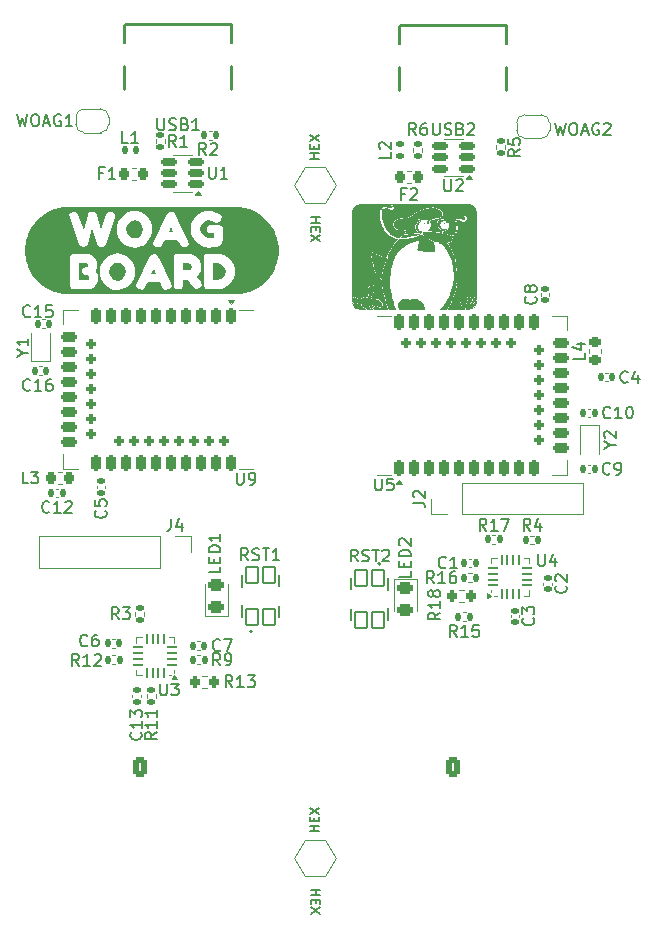
<source format=gbr>
%TF.GenerationSoftware,KiCad,Pcbnew,8.0.5*%
%TF.CreationDate,2024-09-13T23:35:35+02:00*%
%TF.ProjectId,woagboard,776f6167-626f-4617-9264-2e6b69636164,rev?*%
%TF.SameCoordinates,Original*%
%TF.FileFunction,Legend,Top*%
%TF.FilePolarity,Positive*%
%FSLAX46Y46*%
G04 Gerber Fmt 4.6, Leading zero omitted, Abs format (unit mm)*
G04 Created by KiCad (PCBNEW 8.0.5) date 2024-09-13 23:35:35*
%MOMM*%
%LPD*%
G01*
G04 APERTURE LIST*
G04 Aperture macros list*
%AMRoundRect*
0 Rectangle with rounded corners*
0 $1 Rounding radius*
0 $2 $3 $4 $5 $6 $7 $8 $9 X,Y pos of 4 corners*
0 Add a 4 corners polygon primitive as box body*
4,1,4,$2,$3,$4,$5,$6,$7,$8,$9,$2,$3,0*
0 Add four circle primitives for the rounded corners*
1,1,$1+$1,$2,$3*
1,1,$1+$1,$4,$5*
1,1,$1+$1,$6,$7*
1,1,$1+$1,$8,$9*
0 Add four rect primitives between the rounded corners*
20,1,$1+$1,$2,$3,$4,$5,0*
20,1,$1+$1,$4,$5,$6,$7,0*
20,1,$1+$1,$6,$7,$8,$9,0*
20,1,$1+$1,$8,$9,$2,$3,0*%
%AMFreePoly0*
4,1,19,0.500000,-0.750000,0.000000,-0.750000,0.000000,-0.744911,-0.071157,-0.744911,-0.207708,-0.704816,-0.327430,-0.627875,-0.420627,-0.520320,-0.479746,-0.390866,-0.500000,-0.250000,-0.500000,0.250000,-0.479746,0.390866,-0.420627,0.520320,-0.327430,0.627875,-0.207708,0.704816,-0.071157,0.744911,0.000000,0.744911,0.000000,0.750000,0.500000,0.750000,0.500000,-0.750000,0.500000,-0.750000,
$1*%
%AMFreePoly1*
4,1,19,0.000000,0.744911,0.071157,0.744911,0.207708,0.704816,0.327430,0.627875,0.420627,0.520320,0.479746,0.390866,0.500000,0.250000,0.500000,-0.250000,0.479746,-0.390866,0.420627,-0.520320,0.327430,-0.627875,0.207708,-0.704816,0.071157,-0.744911,0.000000,-0.744911,0.000000,-0.750000,-0.500000,-0.750000,-0.500000,0.750000,0.000000,0.750000,0.000000,0.744911,0.000000,0.744911,
$1*%
G04 Aperture macros list end*
%ADD10C,0.150000*%
%ADD11C,0.120000*%
%ADD12C,0.000000*%
%ADD13C,0.100000*%
%ADD14C,0.127000*%
%ADD15C,0.200000*%
%ADD16C,0.250000*%
%ADD17RoundRect,0.200000X0.200000X0.275000X-0.200000X0.275000X-0.200000X-0.275000X0.200000X-0.275000X0*%
%ADD18RoundRect,0.200000X-0.200000X-0.275000X0.200000X-0.275000X0.200000X0.275000X-0.200000X0.275000X0*%
%ADD19RoundRect,0.147500X0.147500X0.172500X-0.147500X0.172500X-0.147500X-0.172500X0.147500X-0.172500X0*%
%ADD20RoundRect,0.140000X-0.170000X0.140000X-0.170000X-0.140000X0.170000X-0.140000X0.170000X0.140000X0*%
%ADD21RoundRect,0.135000X-0.135000X-0.185000X0.135000X-0.185000X0.135000X0.185000X-0.135000X0.185000X0*%
%ADD22RoundRect,0.140000X-0.140000X-0.170000X0.140000X-0.170000X0.140000X0.170000X-0.140000X0.170000X0*%
%ADD23RoundRect,0.200000X0.200000X-0.500000X0.200000X0.500000X-0.200000X0.500000X-0.200000X-0.500000X0*%
%ADD24RoundRect,0.200000X0.500000X0.200000X-0.500000X0.200000X-0.500000X-0.200000X0.500000X-0.200000X0*%
%ADD25RoundRect,0.200000X0.200000X0.200000X-0.200000X0.200000X-0.200000X-0.200000X0.200000X-0.200000X0*%
%ADD26RoundRect,0.140000X0.140000X0.170000X-0.140000X0.170000X-0.140000X-0.170000X0.140000X-0.170000X0*%
%ADD27R,1.100000X0.600000*%
%ADD28R,1.700000X1.700000*%
%ADD29O,1.700000X1.700000*%
%ADD30RoundRect,0.135000X-0.185000X0.135000X-0.185000X-0.135000X0.185000X-0.135000X0.185000X0.135000X0*%
%ADD31C,0.600000*%
%ADD32C,2.400000*%
%ADD33RoundRect,0.135000X0.135000X0.185000X-0.135000X0.185000X-0.135000X-0.185000X0.135000X-0.185000X0*%
%ADD34C,0.900000*%
%ADD35RoundRect,0.102000X0.525000X-0.700000X0.525000X0.700000X-0.525000X0.700000X-0.525000X-0.700000X0*%
%ADD36FreePoly0,0.000000*%
%ADD37FreePoly1,0.000000*%
%ADD38C,0.700000*%
%ADD39R,0.550000X1.100000*%
%ADD40R,0.300000X1.100000*%
%ADD41O,1.100000X2.000000*%
%ADD42O,1.200000X1.800000*%
%ADD43RoundRect,0.243750X-0.456250X0.243750X-0.456250X-0.243750X0.456250X-0.243750X0.456250X0.243750X0*%
%ADD44RoundRect,0.218750X0.218750X0.256250X-0.218750X0.256250X-0.218750X-0.256250X0.218750X-0.256250X0*%
%ADD45RoundRect,0.102000X-0.525000X0.700000X-0.525000X-0.700000X0.525000X-0.700000X0.525000X0.700000X0*%
%ADD46RoundRect,0.062500X0.062500X-0.375000X0.062500X0.375000X-0.062500X0.375000X-0.062500X-0.375000X0*%
%ADD47RoundRect,0.062500X0.375000X-0.062500X0.375000X0.062500X-0.375000X0.062500X-0.375000X-0.062500X0*%
%ADD48R,1.600000X1.600000*%
%ADD49RoundRect,0.150000X0.512500X0.150000X-0.512500X0.150000X-0.512500X-0.150000X0.512500X-0.150000X0*%
%ADD50RoundRect,0.140000X0.170000X-0.140000X0.170000X0.140000X-0.170000X0.140000X-0.170000X-0.140000X0*%
%ADD51RoundRect,0.200000X-0.200000X0.500000X-0.200000X-0.500000X0.200000X-0.500000X0.200000X0.500000X0*%
%ADD52RoundRect,0.200000X-0.500000X-0.200000X0.500000X-0.200000X0.500000X0.200000X-0.500000X0.200000X0*%
%ADD53RoundRect,0.200000X-0.200000X-0.200000X0.200000X-0.200000X0.200000X0.200000X-0.200000X0.200000X0*%
%ADD54RoundRect,0.243750X0.456250X-0.243750X0.456250X0.243750X-0.456250X0.243750X-0.456250X-0.243750X0*%
%ADD55RoundRect,0.062500X0.375000X0.062500X-0.375000X0.062500X-0.375000X-0.062500X0.375000X-0.062500X0*%
%ADD56RoundRect,0.062500X0.062500X0.375000X-0.062500X0.375000X-0.062500X-0.375000X0.062500X-0.375000X0*%
%ADD57RoundRect,0.218750X-0.218750X-0.256250X0.218750X-0.256250X0.218750X0.256250X-0.218750X0.256250X0*%
%ADD58RoundRect,0.135000X0.185000X-0.135000X0.185000X0.135000X-0.185000X0.135000X-0.185000X-0.135000X0*%
%ADD59FreePoly0,180.000000*%
%ADD60FreePoly1,180.000000*%
%ADD61RoundRect,0.147500X-0.172500X0.147500X-0.172500X-0.147500X0.172500X-0.147500X0.172500X0.147500X0*%
%ADD62RoundRect,0.218750X-0.256250X0.218750X-0.256250X-0.218750X0.256250X-0.218750X0.256250X0.218750X0*%
%ADD63C,1.700000*%
%ADD64C,3.400000*%
%ADD65RoundRect,0.250000X-0.350000X-0.625000X0.350000X-0.625000X0.350000X0.625000X-0.350000X0.625000X0*%
%ADD66O,1.200000X1.750000*%
G04 APERTURE END LIST*
D10*
X152454819Y-74392857D02*
X151978628Y-74726190D01*
X152454819Y-74964285D02*
X151454819Y-74964285D01*
X151454819Y-74964285D02*
X151454819Y-74583333D01*
X151454819Y-74583333D02*
X151502438Y-74488095D01*
X151502438Y-74488095D02*
X151550057Y-74440476D01*
X151550057Y-74440476D02*
X151645295Y-74392857D01*
X151645295Y-74392857D02*
X151788152Y-74392857D01*
X151788152Y-74392857D02*
X151883390Y-74440476D01*
X151883390Y-74440476D02*
X151931009Y-74488095D01*
X151931009Y-74488095D02*
X151978628Y-74583333D01*
X151978628Y-74583333D02*
X151978628Y-74964285D01*
X152454819Y-73440476D02*
X152454819Y-74011904D01*
X152454819Y-73726190D02*
X151454819Y-73726190D01*
X151454819Y-73726190D02*
X151597676Y-73821428D01*
X151597676Y-73821428D02*
X151692914Y-73916666D01*
X151692914Y-73916666D02*
X151740533Y-74011904D01*
X151883390Y-72869047D02*
X151835771Y-72964285D01*
X151835771Y-72964285D02*
X151788152Y-73011904D01*
X151788152Y-73011904D02*
X151692914Y-73059523D01*
X151692914Y-73059523D02*
X151645295Y-73059523D01*
X151645295Y-73059523D02*
X151550057Y-73011904D01*
X151550057Y-73011904D02*
X151502438Y-72964285D01*
X151502438Y-72964285D02*
X151454819Y-72869047D01*
X151454819Y-72869047D02*
X151454819Y-72678571D01*
X151454819Y-72678571D02*
X151502438Y-72583333D01*
X151502438Y-72583333D02*
X151550057Y-72535714D01*
X151550057Y-72535714D02*
X151645295Y-72488095D01*
X151645295Y-72488095D02*
X151692914Y-72488095D01*
X151692914Y-72488095D02*
X151788152Y-72535714D01*
X151788152Y-72535714D02*
X151835771Y-72583333D01*
X151835771Y-72583333D02*
X151883390Y-72678571D01*
X151883390Y-72678571D02*
X151883390Y-72869047D01*
X151883390Y-72869047D02*
X151931009Y-72964285D01*
X151931009Y-72964285D02*
X151978628Y-73011904D01*
X151978628Y-73011904D02*
X152073866Y-73059523D01*
X152073866Y-73059523D02*
X152264342Y-73059523D01*
X152264342Y-73059523D02*
X152359580Y-73011904D01*
X152359580Y-73011904D02*
X152407200Y-72964285D01*
X152407200Y-72964285D02*
X152454819Y-72869047D01*
X152454819Y-72869047D02*
X152454819Y-72678571D01*
X152454819Y-72678571D02*
X152407200Y-72583333D01*
X152407200Y-72583333D02*
X152359580Y-72535714D01*
X152359580Y-72535714D02*
X152264342Y-72488095D01*
X152264342Y-72488095D02*
X152073866Y-72488095D01*
X152073866Y-72488095D02*
X151978628Y-72535714D01*
X151978628Y-72535714D02*
X151931009Y-72583333D01*
X151931009Y-72583333D02*
X151883390Y-72678571D01*
X134857142Y-80704819D02*
X134523809Y-80228628D01*
X134285714Y-80704819D02*
X134285714Y-79704819D01*
X134285714Y-79704819D02*
X134666666Y-79704819D01*
X134666666Y-79704819D02*
X134761904Y-79752438D01*
X134761904Y-79752438D02*
X134809523Y-79800057D01*
X134809523Y-79800057D02*
X134857142Y-79895295D01*
X134857142Y-79895295D02*
X134857142Y-80038152D01*
X134857142Y-80038152D02*
X134809523Y-80133390D01*
X134809523Y-80133390D02*
X134761904Y-80181009D01*
X134761904Y-80181009D02*
X134666666Y-80228628D01*
X134666666Y-80228628D02*
X134285714Y-80228628D01*
X135809523Y-80704819D02*
X135238095Y-80704819D01*
X135523809Y-80704819D02*
X135523809Y-79704819D01*
X135523809Y-79704819D02*
X135428571Y-79847676D01*
X135428571Y-79847676D02*
X135333333Y-79942914D01*
X135333333Y-79942914D02*
X135238095Y-79990533D01*
X136142857Y-79704819D02*
X136761904Y-79704819D01*
X136761904Y-79704819D02*
X136428571Y-80085771D01*
X136428571Y-80085771D02*
X136571428Y-80085771D01*
X136571428Y-80085771D02*
X136666666Y-80133390D01*
X136666666Y-80133390D02*
X136714285Y-80181009D01*
X136714285Y-80181009D02*
X136761904Y-80276247D01*
X136761904Y-80276247D02*
X136761904Y-80514342D01*
X136761904Y-80514342D02*
X136714285Y-80609580D01*
X136714285Y-80609580D02*
X136666666Y-80657200D01*
X136666666Y-80657200D02*
X136571428Y-80704819D01*
X136571428Y-80704819D02*
X136285714Y-80704819D01*
X136285714Y-80704819D02*
X136190476Y-80657200D01*
X136190476Y-80657200D02*
X136142857Y-80609580D01*
X126033333Y-34654819D02*
X125557143Y-34654819D01*
X125557143Y-34654819D02*
X125557143Y-33654819D01*
X126890476Y-34654819D02*
X126319048Y-34654819D01*
X126604762Y-34654819D02*
X126604762Y-33654819D01*
X126604762Y-33654819D02*
X126509524Y-33797676D01*
X126509524Y-33797676D02*
X126414286Y-33892914D01*
X126414286Y-33892914D02*
X126319048Y-33940533D01*
X124109580Y-65766666D02*
X124157200Y-65814285D01*
X124157200Y-65814285D02*
X124204819Y-65957142D01*
X124204819Y-65957142D02*
X124204819Y-66052380D01*
X124204819Y-66052380D02*
X124157200Y-66195237D01*
X124157200Y-66195237D02*
X124061961Y-66290475D01*
X124061961Y-66290475D02*
X123966723Y-66338094D01*
X123966723Y-66338094D02*
X123776247Y-66385713D01*
X123776247Y-66385713D02*
X123633390Y-66385713D01*
X123633390Y-66385713D02*
X123442914Y-66338094D01*
X123442914Y-66338094D02*
X123347676Y-66290475D01*
X123347676Y-66290475D02*
X123252438Y-66195237D01*
X123252438Y-66195237D02*
X123204819Y-66052380D01*
X123204819Y-66052380D02*
X123204819Y-65957142D01*
X123204819Y-65957142D02*
X123252438Y-65814285D01*
X123252438Y-65814285D02*
X123300057Y-65766666D01*
X123204819Y-64861904D02*
X123204819Y-65338094D01*
X123204819Y-65338094D02*
X123681009Y-65385713D01*
X123681009Y-65385713D02*
X123633390Y-65338094D01*
X123633390Y-65338094D02*
X123585771Y-65242856D01*
X123585771Y-65242856D02*
X123585771Y-65004761D01*
X123585771Y-65004761D02*
X123633390Y-64909523D01*
X123633390Y-64909523D02*
X123681009Y-64861904D01*
X123681009Y-64861904D02*
X123776247Y-64814285D01*
X123776247Y-64814285D02*
X124014342Y-64814285D01*
X124014342Y-64814285D02*
X124109580Y-64861904D01*
X124109580Y-64861904D02*
X124157200Y-64909523D01*
X124157200Y-64909523D02*
X124204819Y-65004761D01*
X124204819Y-65004761D02*
X124204819Y-65242856D01*
X124204819Y-65242856D02*
X124157200Y-65338094D01*
X124157200Y-65338094D02*
X124109580Y-65385713D01*
X160083333Y-67454819D02*
X159750000Y-66978628D01*
X159511905Y-67454819D02*
X159511905Y-66454819D01*
X159511905Y-66454819D02*
X159892857Y-66454819D01*
X159892857Y-66454819D02*
X159988095Y-66502438D01*
X159988095Y-66502438D02*
X160035714Y-66550057D01*
X160035714Y-66550057D02*
X160083333Y-66645295D01*
X160083333Y-66645295D02*
X160083333Y-66788152D01*
X160083333Y-66788152D02*
X160035714Y-66883390D01*
X160035714Y-66883390D02*
X159988095Y-66931009D01*
X159988095Y-66931009D02*
X159892857Y-66978628D01*
X159892857Y-66978628D02*
X159511905Y-66978628D01*
X160940476Y-66788152D02*
X160940476Y-67454819D01*
X160702381Y-66407200D02*
X160464286Y-67121485D01*
X160464286Y-67121485D02*
X161083333Y-67121485D01*
X168333333Y-54859580D02*
X168285714Y-54907200D01*
X168285714Y-54907200D02*
X168142857Y-54954819D01*
X168142857Y-54954819D02*
X168047619Y-54954819D01*
X168047619Y-54954819D02*
X167904762Y-54907200D01*
X167904762Y-54907200D02*
X167809524Y-54811961D01*
X167809524Y-54811961D02*
X167761905Y-54716723D01*
X167761905Y-54716723D02*
X167714286Y-54526247D01*
X167714286Y-54526247D02*
X167714286Y-54383390D01*
X167714286Y-54383390D02*
X167761905Y-54192914D01*
X167761905Y-54192914D02*
X167809524Y-54097676D01*
X167809524Y-54097676D02*
X167904762Y-54002438D01*
X167904762Y-54002438D02*
X168047619Y-53954819D01*
X168047619Y-53954819D02*
X168142857Y-53954819D01*
X168142857Y-53954819D02*
X168285714Y-54002438D01*
X168285714Y-54002438D02*
X168333333Y-54050057D01*
X169190476Y-54288152D02*
X169190476Y-54954819D01*
X168952381Y-53907200D02*
X168714286Y-54621485D01*
X168714286Y-54621485D02*
X169333333Y-54621485D01*
X146938095Y-63054819D02*
X146938095Y-63864342D01*
X146938095Y-63864342D02*
X146985714Y-63959580D01*
X146985714Y-63959580D02*
X147033333Y-64007200D01*
X147033333Y-64007200D02*
X147128571Y-64054819D01*
X147128571Y-64054819D02*
X147319047Y-64054819D01*
X147319047Y-64054819D02*
X147414285Y-64007200D01*
X147414285Y-64007200D02*
X147461904Y-63959580D01*
X147461904Y-63959580D02*
X147509523Y-63864342D01*
X147509523Y-63864342D02*
X147509523Y-63054819D01*
X148461904Y-63054819D02*
X147985714Y-63054819D01*
X147985714Y-63054819D02*
X147938095Y-63531009D01*
X147938095Y-63531009D02*
X147985714Y-63483390D01*
X147985714Y-63483390D02*
X148080952Y-63435771D01*
X148080952Y-63435771D02*
X148319047Y-63435771D01*
X148319047Y-63435771D02*
X148414285Y-63483390D01*
X148414285Y-63483390D02*
X148461904Y-63531009D01*
X148461904Y-63531009D02*
X148509523Y-63626247D01*
X148509523Y-63626247D02*
X148509523Y-63864342D01*
X148509523Y-63864342D02*
X148461904Y-63959580D01*
X148461904Y-63959580D02*
X148414285Y-64007200D01*
X148414285Y-64007200D02*
X148319047Y-64054819D01*
X148319047Y-64054819D02*
X148080952Y-64054819D01*
X148080952Y-64054819D02*
X147985714Y-64007200D01*
X147985714Y-64007200D02*
X147938095Y-63959580D01*
X117737142Y-49279580D02*
X117689523Y-49327200D01*
X117689523Y-49327200D02*
X117546666Y-49374819D01*
X117546666Y-49374819D02*
X117451428Y-49374819D01*
X117451428Y-49374819D02*
X117308571Y-49327200D01*
X117308571Y-49327200D02*
X117213333Y-49231961D01*
X117213333Y-49231961D02*
X117165714Y-49136723D01*
X117165714Y-49136723D02*
X117118095Y-48946247D01*
X117118095Y-48946247D02*
X117118095Y-48803390D01*
X117118095Y-48803390D02*
X117165714Y-48612914D01*
X117165714Y-48612914D02*
X117213333Y-48517676D01*
X117213333Y-48517676D02*
X117308571Y-48422438D01*
X117308571Y-48422438D02*
X117451428Y-48374819D01*
X117451428Y-48374819D02*
X117546666Y-48374819D01*
X117546666Y-48374819D02*
X117689523Y-48422438D01*
X117689523Y-48422438D02*
X117737142Y-48470057D01*
X118689523Y-49374819D02*
X118118095Y-49374819D01*
X118403809Y-49374819D02*
X118403809Y-48374819D01*
X118403809Y-48374819D02*
X118308571Y-48517676D01*
X118308571Y-48517676D02*
X118213333Y-48612914D01*
X118213333Y-48612914D02*
X118118095Y-48660533D01*
X119594285Y-48374819D02*
X119118095Y-48374819D01*
X119118095Y-48374819D02*
X119070476Y-48851009D01*
X119070476Y-48851009D02*
X119118095Y-48803390D01*
X119118095Y-48803390D02*
X119213333Y-48755771D01*
X119213333Y-48755771D02*
X119451428Y-48755771D01*
X119451428Y-48755771D02*
X119546666Y-48803390D01*
X119546666Y-48803390D02*
X119594285Y-48851009D01*
X119594285Y-48851009D02*
X119641904Y-48946247D01*
X119641904Y-48946247D02*
X119641904Y-49184342D01*
X119641904Y-49184342D02*
X119594285Y-49279580D01*
X119594285Y-49279580D02*
X119546666Y-49327200D01*
X119546666Y-49327200D02*
X119451428Y-49374819D01*
X119451428Y-49374819D02*
X119213333Y-49374819D01*
X119213333Y-49374819D02*
X119118095Y-49327200D01*
X119118095Y-49327200D02*
X119070476Y-49279580D01*
X117108628Y-52396190D02*
X117584819Y-52396190D01*
X116584819Y-52729523D02*
X117108628Y-52396190D01*
X117108628Y-52396190D02*
X116584819Y-52062857D01*
X117584819Y-51205714D02*
X117584819Y-51777142D01*
X117584819Y-51491428D02*
X116584819Y-51491428D01*
X116584819Y-51491428D02*
X116727676Y-51586666D01*
X116727676Y-51586666D02*
X116822914Y-51681904D01*
X116822914Y-51681904D02*
X116870533Y-51777142D01*
X150153589Y-65076899D02*
X150867874Y-65076899D01*
X150867874Y-65076899D02*
X151010731Y-65124518D01*
X151010731Y-65124518D02*
X151105970Y-65219756D01*
X151105970Y-65219756D02*
X151153589Y-65362613D01*
X151153589Y-65362613D02*
X151153589Y-65457851D01*
X150248827Y-64648327D02*
X150201208Y-64600708D01*
X150201208Y-64600708D02*
X150153589Y-64505470D01*
X150153589Y-64505470D02*
X150153589Y-64267375D01*
X150153589Y-64267375D02*
X150201208Y-64172137D01*
X150201208Y-64172137D02*
X150248827Y-64124518D01*
X150248827Y-64124518D02*
X150344065Y-64076899D01*
X150344065Y-64076899D02*
X150439303Y-64076899D01*
X150439303Y-64076899D02*
X150582160Y-64124518D01*
X150582160Y-64124518D02*
X151153589Y-64695946D01*
X151153589Y-64695946D02*
X151153589Y-64076899D01*
X125233333Y-74954819D02*
X124900000Y-74478628D01*
X124661905Y-74954819D02*
X124661905Y-73954819D01*
X124661905Y-73954819D02*
X125042857Y-73954819D01*
X125042857Y-73954819D02*
X125138095Y-74002438D01*
X125138095Y-74002438D02*
X125185714Y-74050057D01*
X125185714Y-74050057D02*
X125233333Y-74145295D01*
X125233333Y-74145295D02*
X125233333Y-74288152D01*
X125233333Y-74288152D02*
X125185714Y-74383390D01*
X125185714Y-74383390D02*
X125138095Y-74431009D01*
X125138095Y-74431009D02*
X125042857Y-74478628D01*
X125042857Y-74478628D02*
X124661905Y-74478628D01*
X125566667Y-73954819D02*
X126185714Y-73954819D01*
X126185714Y-73954819D02*
X125852381Y-74335771D01*
X125852381Y-74335771D02*
X125995238Y-74335771D01*
X125995238Y-74335771D02*
X126090476Y-74383390D01*
X126090476Y-74383390D02*
X126138095Y-74431009D01*
X126138095Y-74431009D02*
X126185714Y-74526247D01*
X126185714Y-74526247D02*
X126185714Y-74764342D01*
X126185714Y-74764342D02*
X126138095Y-74859580D01*
X126138095Y-74859580D02*
X126090476Y-74907200D01*
X126090476Y-74907200D02*
X125995238Y-74954819D01*
X125995238Y-74954819D02*
X125709524Y-74954819D01*
X125709524Y-74954819D02*
X125614286Y-74907200D01*
X125614286Y-74907200D02*
X125566667Y-74859580D01*
X122583333Y-77167080D02*
X122535714Y-77214700D01*
X122535714Y-77214700D02*
X122392857Y-77262319D01*
X122392857Y-77262319D02*
X122297619Y-77262319D01*
X122297619Y-77262319D02*
X122154762Y-77214700D01*
X122154762Y-77214700D02*
X122059524Y-77119461D01*
X122059524Y-77119461D02*
X122011905Y-77024223D01*
X122011905Y-77024223D02*
X121964286Y-76833747D01*
X121964286Y-76833747D02*
X121964286Y-76690890D01*
X121964286Y-76690890D02*
X122011905Y-76500414D01*
X122011905Y-76500414D02*
X122059524Y-76405176D01*
X122059524Y-76405176D02*
X122154762Y-76309938D01*
X122154762Y-76309938D02*
X122297619Y-76262319D01*
X122297619Y-76262319D02*
X122392857Y-76262319D01*
X122392857Y-76262319D02*
X122535714Y-76309938D01*
X122535714Y-76309938D02*
X122583333Y-76357557D01*
X123440476Y-76262319D02*
X123250000Y-76262319D01*
X123250000Y-76262319D02*
X123154762Y-76309938D01*
X123154762Y-76309938D02*
X123107143Y-76357557D01*
X123107143Y-76357557D02*
X123011905Y-76500414D01*
X123011905Y-76500414D02*
X122964286Y-76690890D01*
X122964286Y-76690890D02*
X122964286Y-77071842D01*
X122964286Y-77071842D02*
X123011905Y-77167080D01*
X123011905Y-77167080D02*
X123059524Y-77214700D01*
X123059524Y-77214700D02*
X123154762Y-77262319D01*
X123154762Y-77262319D02*
X123345238Y-77262319D01*
X123345238Y-77262319D02*
X123440476Y-77214700D01*
X123440476Y-77214700D02*
X123488095Y-77167080D01*
X123488095Y-77167080D02*
X123535714Y-77071842D01*
X123535714Y-77071842D02*
X123535714Y-76833747D01*
X123535714Y-76833747D02*
X123488095Y-76738509D01*
X123488095Y-76738509D02*
X123440476Y-76690890D01*
X123440476Y-76690890D02*
X123345238Y-76643271D01*
X123345238Y-76643271D02*
X123154762Y-76643271D01*
X123154762Y-76643271D02*
X123059524Y-76690890D01*
X123059524Y-76690890D02*
X123011905Y-76738509D01*
X123011905Y-76738509D02*
X122964286Y-76833747D01*
X141487704Y-97878571D02*
X142287704Y-97878571D01*
X141906752Y-97878571D02*
X141906752Y-98335714D01*
X141487704Y-98335714D02*
X142287704Y-98335714D01*
X141906752Y-98716666D02*
X141906752Y-98983332D01*
X141487704Y-99097618D02*
X141487704Y-98716666D01*
X141487704Y-98716666D02*
X142287704Y-98716666D01*
X142287704Y-98716666D02*
X142287704Y-99097618D01*
X142287704Y-99364285D02*
X141487704Y-99897619D01*
X142287704Y-99897619D02*
X141487704Y-99364285D01*
X142212295Y-92921428D02*
X141412295Y-92921428D01*
X141793247Y-92921428D02*
X141793247Y-92464285D01*
X142212295Y-92464285D02*
X141412295Y-92464285D01*
X141793247Y-92083333D02*
X141793247Y-91816667D01*
X142212295Y-91702381D02*
X142212295Y-92083333D01*
X142212295Y-92083333D02*
X141412295Y-92083333D01*
X141412295Y-92083333D02*
X141412295Y-91702381D01*
X141412295Y-91435714D02*
X142212295Y-90902380D01*
X141412295Y-90902380D02*
X142212295Y-91435714D01*
X166847398Y-60219756D02*
X167323589Y-60219756D01*
X166323589Y-60553089D02*
X166847398Y-60219756D01*
X166847398Y-60219756D02*
X166323589Y-59886423D01*
X166418827Y-59600708D02*
X166371208Y-59553089D01*
X166371208Y-59553089D02*
X166323589Y-59457851D01*
X166323589Y-59457851D02*
X166323589Y-59219756D01*
X166323589Y-59219756D02*
X166371208Y-59124518D01*
X166371208Y-59124518D02*
X166418827Y-59076899D01*
X166418827Y-59076899D02*
X166514065Y-59029280D01*
X166514065Y-59029280D02*
X166609303Y-59029280D01*
X166609303Y-59029280D02*
X166752160Y-59076899D01*
X166752160Y-59076899D02*
X167323589Y-59648327D01*
X167323589Y-59648327D02*
X167323589Y-59029280D01*
X127109580Y-84542857D02*
X127157200Y-84590476D01*
X127157200Y-84590476D02*
X127204819Y-84733333D01*
X127204819Y-84733333D02*
X127204819Y-84828571D01*
X127204819Y-84828571D02*
X127157200Y-84971428D01*
X127157200Y-84971428D02*
X127061961Y-85066666D01*
X127061961Y-85066666D02*
X126966723Y-85114285D01*
X126966723Y-85114285D02*
X126776247Y-85161904D01*
X126776247Y-85161904D02*
X126633390Y-85161904D01*
X126633390Y-85161904D02*
X126442914Y-85114285D01*
X126442914Y-85114285D02*
X126347676Y-85066666D01*
X126347676Y-85066666D02*
X126252438Y-84971428D01*
X126252438Y-84971428D02*
X126204819Y-84828571D01*
X126204819Y-84828571D02*
X126204819Y-84733333D01*
X126204819Y-84733333D02*
X126252438Y-84590476D01*
X126252438Y-84590476D02*
X126300057Y-84542857D01*
X127204819Y-83590476D02*
X127204819Y-84161904D01*
X127204819Y-83876190D02*
X126204819Y-83876190D01*
X126204819Y-83876190D02*
X126347676Y-83971428D01*
X126347676Y-83971428D02*
X126442914Y-84066666D01*
X126442914Y-84066666D02*
X126490533Y-84161904D01*
X126204819Y-83257142D02*
X126204819Y-82638095D01*
X126204819Y-82638095D02*
X126585771Y-82971428D01*
X126585771Y-82971428D02*
X126585771Y-82828571D01*
X126585771Y-82828571D02*
X126633390Y-82733333D01*
X126633390Y-82733333D02*
X126681009Y-82685714D01*
X126681009Y-82685714D02*
X126776247Y-82638095D01*
X126776247Y-82638095D02*
X127014342Y-82638095D01*
X127014342Y-82638095D02*
X127109580Y-82685714D01*
X127109580Y-82685714D02*
X127157200Y-82733333D01*
X127157200Y-82733333D02*
X127204819Y-82828571D01*
X127204819Y-82828571D02*
X127204819Y-83114285D01*
X127204819Y-83114285D02*
X127157200Y-83209523D01*
X127157200Y-83209523D02*
X127109580Y-83257142D01*
X130083333Y-34954819D02*
X129750000Y-34478628D01*
X129511905Y-34954819D02*
X129511905Y-33954819D01*
X129511905Y-33954819D02*
X129892857Y-33954819D01*
X129892857Y-33954819D02*
X129988095Y-34002438D01*
X129988095Y-34002438D02*
X130035714Y-34050057D01*
X130035714Y-34050057D02*
X130083333Y-34145295D01*
X130083333Y-34145295D02*
X130083333Y-34288152D01*
X130083333Y-34288152D02*
X130035714Y-34383390D01*
X130035714Y-34383390D02*
X129988095Y-34431009D01*
X129988095Y-34431009D02*
X129892857Y-34478628D01*
X129892857Y-34478628D02*
X129511905Y-34478628D01*
X131035714Y-34954819D02*
X130464286Y-34954819D01*
X130750000Y-34954819D02*
X130750000Y-33954819D01*
X130750000Y-33954819D02*
X130654762Y-34097676D01*
X130654762Y-34097676D02*
X130559524Y-34192914D01*
X130559524Y-34192914D02*
X130464286Y-34240533D01*
X150402103Y-33948385D02*
X150068770Y-33472194D01*
X149830675Y-33948385D02*
X149830675Y-32948385D01*
X149830675Y-32948385D02*
X150211627Y-32948385D01*
X150211627Y-32948385D02*
X150306865Y-32996004D01*
X150306865Y-32996004D02*
X150354484Y-33043623D01*
X150354484Y-33043623D02*
X150402103Y-33138861D01*
X150402103Y-33138861D02*
X150402103Y-33281718D01*
X150402103Y-33281718D02*
X150354484Y-33376956D01*
X150354484Y-33376956D02*
X150306865Y-33424575D01*
X150306865Y-33424575D02*
X150211627Y-33472194D01*
X150211627Y-33472194D02*
X149830675Y-33472194D01*
X151259246Y-32948385D02*
X151068770Y-32948385D01*
X151068770Y-32948385D02*
X150973532Y-32996004D01*
X150973532Y-32996004D02*
X150925913Y-33043623D01*
X150925913Y-33043623D02*
X150830675Y-33186480D01*
X150830675Y-33186480D02*
X150783056Y-33376956D01*
X150783056Y-33376956D02*
X150783056Y-33757908D01*
X150783056Y-33757908D02*
X150830675Y-33853146D01*
X150830675Y-33853146D02*
X150878294Y-33900766D01*
X150878294Y-33900766D02*
X150973532Y-33948385D01*
X150973532Y-33948385D02*
X151164008Y-33948385D01*
X151164008Y-33948385D02*
X151259246Y-33900766D01*
X151259246Y-33900766D02*
X151306865Y-33853146D01*
X151306865Y-33853146D02*
X151354484Y-33757908D01*
X151354484Y-33757908D02*
X151354484Y-33519813D01*
X151354484Y-33519813D02*
X151306865Y-33424575D01*
X151306865Y-33424575D02*
X151259246Y-33376956D01*
X151259246Y-33376956D02*
X151164008Y-33329337D01*
X151164008Y-33329337D02*
X150973532Y-33329337D01*
X150973532Y-33329337D02*
X150878294Y-33376956D01*
X150878294Y-33376956D02*
X150830675Y-33424575D01*
X150830675Y-33424575D02*
X150783056Y-33519813D01*
X153857142Y-76454819D02*
X153523809Y-75978628D01*
X153285714Y-76454819D02*
X153285714Y-75454819D01*
X153285714Y-75454819D02*
X153666666Y-75454819D01*
X153666666Y-75454819D02*
X153761904Y-75502438D01*
X153761904Y-75502438D02*
X153809523Y-75550057D01*
X153809523Y-75550057D02*
X153857142Y-75645295D01*
X153857142Y-75645295D02*
X153857142Y-75788152D01*
X153857142Y-75788152D02*
X153809523Y-75883390D01*
X153809523Y-75883390D02*
X153761904Y-75931009D01*
X153761904Y-75931009D02*
X153666666Y-75978628D01*
X153666666Y-75978628D02*
X153285714Y-75978628D01*
X154809523Y-76454819D02*
X154238095Y-76454819D01*
X154523809Y-76454819D02*
X154523809Y-75454819D01*
X154523809Y-75454819D02*
X154428571Y-75597676D01*
X154428571Y-75597676D02*
X154333333Y-75692914D01*
X154333333Y-75692914D02*
X154238095Y-75740533D01*
X155714285Y-75454819D02*
X155238095Y-75454819D01*
X155238095Y-75454819D02*
X155190476Y-75931009D01*
X155190476Y-75931009D02*
X155238095Y-75883390D01*
X155238095Y-75883390D02*
X155333333Y-75835771D01*
X155333333Y-75835771D02*
X155571428Y-75835771D01*
X155571428Y-75835771D02*
X155666666Y-75883390D01*
X155666666Y-75883390D02*
X155714285Y-75931009D01*
X155714285Y-75931009D02*
X155761904Y-76026247D01*
X155761904Y-76026247D02*
X155761904Y-76264342D01*
X155761904Y-76264342D02*
X155714285Y-76359580D01*
X155714285Y-76359580D02*
X155666666Y-76407200D01*
X155666666Y-76407200D02*
X155571428Y-76454819D01*
X155571428Y-76454819D02*
X155333333Y-76454819D01*
X155333333Y-76454819D02*
X155238095Y-76407200D01*
X155238095Y-76407200D02*
X155190476Y-76359580D01*
X141487704Y-40928571D02*
X142287704Y-40928571D01*
X141906752Y-40928571D02*
X141906752Y-41385714D01*
X141487704Y-41385714D02*
X142287704Y-41385714D01*
X141906752Y-41766666D02*
X141906752Y-42033332D01*
X141487704Y-42147618D02*
X141487704Y-41766666D01*
X141487704Y-41766666D02*
X142287704Y-41766666D01*
X142287704Y-41766666D02*
X142287704Y-42147618D01*
X142287704Y-42414285D02*
X141487704Y-42947619D01*
X142287704Y-42947619D02*
X141487704Y-42414285D01*
X142212295Y-35971428D02*
X141412295Y-35971428D01*
X141793247Y-35971428D02*
X141793247Y-35514285D01*
X142212295Y-35514285D02*
X141412295Y-35514285D01*
X141793247Y-35133333D02*
X141793247Y-34866667D01*
X142212295Y-34752381D02*
X142212295Y-35133333D01*
X142212295Y-35133333D02*
X141412295Y-35133333D01*
X141412295Y-35133333D02*
X141412295Y-34752381D01*
X141412295Y-34485714D02*
X142212295Y-33952380D01*
X141412295Y-33952380D02*
X142212295Y-34485714D01*
X119357142Y-65859580D02*
X119309523Y-65907200D01*
X119309523Y-65907200D02*
X119166666Y-65954819D01*
X119166666Y-65954819D02*
X119071428Y-65954819D01*
X119071428Y-65954819D02*
X118928571Y-65907200D01*
X118928571Y-65907200D02*
X118833333Y-65811961D01*
X118833333Y-65811961D02*
X118785714Y-65716723D01*
X118785714Y-65716723D02*
X118738095Y-65526247D01*
X118738095Y-65526247D02*
X118738095Y-65383390D01*
X118738095Y-65383390D02*
X118785714Y-65192914D01*
X118785714Y-65192914D02*
X118833333Y-65097676D01*
X118833333Y-65097676D02*
X118928571Y-65002438D01*
X118928571Y-65002438D02*
X119071428Y-64954819D01*
X119071428Y-64954819D02*
X119166666Y-64954819D01*
X119166666Y-64954819D02*
X119309523Y-65002438D01*
X119309523Y-65002438D02*
X119357142Y-65050057D01*
X120309523Y-65954819D02*
X119738095Y-65954819D01*
X120023809Y-65954819D02*
X120023809Y-64954819D01*
X120023809Y-64954819D02*
X119928571Y-65097676D01*
X119928571Y-65097676D02*
X119833333Y-65192914D01*
X119833333Y-65192914D02*
X119738095Y-65240533D01*
X120690476Y-65050057D02*
X120738095Y-65002438D01*
X120738095Y-65002438D02*
X120833333Y-64954819D01*
X120833333Y-64954819D02*
X121071428Y-64954819D01*
X121071428Y-64954819D02*
X121166666Y-65002438D01*
X121166666Y-65002438D02*
X121214285Y-65050057D01*
X121214285Y-65050057D02*
X121261904Y-65145295D01*
X121261904Y-65145295D02*
X121261904Y-65240533D01*
X121261904Y-65240533D02*
X121214285Y-65383390D01*
X121214285Y-65383390D02*
X120642857Y-65954819D01*
X120642857Y-65954819D02*
X121261904Y-65954819D01*
X136176190Y-69954819D02*
X135842857Y-69478628D01*
X135604762Y-69954819D02*
X135604762Y-68954819D01*
X135604762Y-68954819D02*
X135985714Y-68954819D01*
X135985714Y-68954819D02*
X136080952Y-69002438D01*
X136080952Y-69002438D02*
X136128571Y-69050057D01*
X136128571Y-69050057D02*
X136176190Y-69145295D01*
X136176190Y-69145295D02*
X136176190Y-69288152D01*
X136176190Y-69288152D02*
X136128571Y-69383390D01*
X136128571Y-69383390D02*
X136080952Y-69431009D01*
X136080952Y-69431009D02*
X135985714Y-69478628D01*
X135985714Y-69478628D02*
X135604762Y-69478628D01*
X136557143Y-69907200D02*
X136700000Y-69954819D01*
X136700000Y-69954819D02*
X136938095Y-69954819D01*
X136938095Y-69954819D02*
X137033333Y-69907200D01*
X137033333Y-69907200D02*
X137080952Y-69859580D01*
X137080952Y-69859580D02*
X137128571Y-69764342D01*
X137128571Y-69764342D02*
X137128571Y-69669104D01*
X137128571Y-69669104D02*
X137080952Y-69573866D01*
X137080952Y-69573866D02*
X137033333Y-69526247D01*
X137033333Y-69526247D02*
X136938095Y-69478628D01*
X136938095Y-69478628D02*
X136747619Y-69431009D01*
X136747619Y-69431009D02*
X136652381Y-69383390D01*
X136652381Y-69383390D02*
X136604762Y-69335771D01*
X136604762Y-69335771D02*
X136557143Y-69240533D01*
X136557143Y-69240533D02*
X136557143Y-69145295D01*
X136557143Y-69145295D02*
X136604762Y-69050057D01*
X136604762Y-69050057D02*
X136652381Y-69002438D01*
X136652381Y-69002438D02*
X136747619Y-68954819D01*
X136747619Y-68954819D02*
X136985714Y-68954819D01*
X136985714Y-68954819D02*
X137128571Y-69002438D01*
X137414286Y-68954819D02*
X137985714Y-68954819D01*
X137700000Y-69954819D02*
X137700000Y-68954819D01*
X138842857Y-69954819D02*
X138271429Y-69954819D01*
X138557143Y-69954819D02*
X138557143Y-68954819D01*
X138557143Y-68954819D02*
X138461905Y-69097676D01*
X138461905Y-69097676D02*
X138366667Y-69192914D01*
X138366667Y-69192914D02*
X138271429Y-69240533D01*
X162211627Y-32948385D02*
X162449722Y-33948385D01*
X162449722Y-33948385D02*
X162640198Y-33234099D01*
X162640198Y-33234099D02*
X162830674Y-33948385D01*
X162830674Y-33948385D02*
X163068770Y-32948385D01*
X163640198Y-32948385D02*
X163830674Y-32948385D01*
X163830674Y-32948385D02*
X163925912Y-32996004D01*
X163925912Y-32996004D02*
X164021150Y-33091242D01*
X164021150Y-33091242D02*
X164068769Y-33281718D01*
X164068769Y-33281718D02*
X164068769Y-33615051D01*
X164068769Y-33615051D02*
X164021150Y-33805527D01*
X164021150Y-33805527D02*
X163925912Y-33900766D01*
X163925912Y-33900766D02*
X163830674Y-33948385D01*
X163830674Y-33948385D02*
X163640198Y-33948385D01*
X163640198Y-33948385D02*
X163544960Y-33900766D01*
X163544960Y-33900766D02*
X163449722Y-33805527D01*
X163449722Y-33805527D02*
X163402103Y-33615051D01*
X163402103Y-33615051D02*
X163402103Y-33281718D01*
X163402103Y-33281718D02*
X163449722Y-33091242D01*
X163449722Y-33091242D02*
X163544960Y-32996004D01*
X163544960Y-32996004D02*
X163640198Y-32948385D01*
X164449722Y-33662670D02*
X164925912Y-33662670D01*
X164354484Y-33948385D02*
X164687817Y-32948385D01*
X164687817Y-32948385D02*
X165021150Y-33948385D01*
X165878293Y-32996004D02*
X165783055Y-32948385D01*
X165783055Y-32948385D02*
X165640198Y-32948385D01*
X165640198Y-32948385D02*
X165497341Y-32996004D01*
X165497341Y-32996004D02*
X165402103Y-33091242D01*
X165402103Y-33091242D02*
X165354484Y-33186480D01*
X165354484Y-33186480D02*
X165306865Y-33376956D01*
X165306865Y-33376956D02*
X165306865Y-33519813D01*
X165306865Y-33519813D02*
X165354484Y-33710289D01*
X165354484Y-33710289D02*
X165402103Y-33805527D01*
X165402103Y-33805527D02*
X165497341Y-33900766D01*
X165497341Y-33900766D02*
X165640198Y-33948385D01*
X165640198Y-33948385D02*
X165735436Y-33948385D01*
X165735436Y-33948385D02*
X165878293Y-33900766D01*
X165878293Y-33900766D02*
X165925912Y-33853146D01*
X165925912Y-33853146D02*
X165925912Y-33519813D01*
X165925912Y-33519813D02*
X165735436Y-33519813D01*
X166306865Y-33043623D02*
X166354484Y-32996004D01*
X166354484Y-32996004D02*
X166449722Y-32948385D01*
X166449722Y-32948385D02*
X166687817Y-32948385D01*
X166687817Y-32948385D02*
X166783055Y-32996004D01*
X166783055Y-32996004D02*
X166830674Y-33043623D01*
X166830674Y-33043623D02*
X166878293Y-33138861D01*
X166878293Y-33138861D02*
X166878293Y-33234099D01*
X166878293Y-33234099D02*
X166830674Y-33376956D01*
X166830674Y-33376956D02*
X166259246Y-33948385D01*
X166259246Y-33948385D02*
X166878293Y-33948385D01*
X128511905Y-32554819D02*
X128511905Y-33364342D01*
X128511905Y-33364342D02*
X128559524Y-33459580D01*
X128559524Y-33459580D02*
X128607143Y-33507200D01*
X128607143Y-33507200D02*
X128702381Y-33554819D01*
X128702381Y-33554819D02*
X128892857Y-33554819D01*
X128892857Y-33554819D02*
X128988095Y-33507200D01*
X128988095Y-33507200D02*
X129035714Y-33459580D01*
X129035714Y-33459580D02*
X129083333Y-33364342D01*
X129083333Y-33364342D02*
X129083333Y-32554819D01*
X129511905Y-33507200D02*
X129654762Y-33554819D01*
X129654762Y-33554819D02*
X129892857Y-33554819D01*
X129892857Y-33554819D02*
X129988095Y-33507200D01*
X129988095Y-33507200D02*
X130035714Y-33459580D01*
X130035714Y-33459580D02*
X130083333Y-33364342D01*
X130083333Y-33364342D02*
X130083333Y-33269104D01*
X130083333Y-33269104D02*
X130035714Y-33173866D01*
X130035714Y-33173866D02*
X129988095Y-33126247D01*
X129988095Y-33126247D02*
X129892857Y-33078628D01*
X129892857Y-33078628D02*
X129702381Y-33031009D01*
X129702381Y-33031009D02*
X129607143Y-32983390D01*
X129607143Y-32983390D02*
X129559524Y-32935771D01*
X129559524Y-32935771D02*
X129511905Y-32840533D01*
X129511905Y-32840533D02*
X129511905Y-32745295D01*
X129511905Y-32745295D02*
X129559524Y-32650057D01*
X129559524Y-32650057D02*
X129607143Y-32602438D01*
X129607143Y-32602438D02*
X129702381Y-32554819D01*
X129702381Y-32554819D02*
X129940476Y-32554819D01*
X129940476Y-32554819D02*
X130083333Y-32602438D01*
X130845238Y-33031009D02*
X130988095Y-33078628D01*
X130988095Y-33078628D02*
X131035714Y-33126247D01*
X131035714Y-33126247D02*
X131083333Y-33221485D01*
X131083333Y-33221485D02*
X131083333Y-33364342D01*
X131083333Y-33364342D02*
X131035714Y-33459580D01*
X131035714Y-33459580D02*
X130988095Y-33507200D01*
X130988095Y-33507200D02*
X130892857Y-33554819D01*
X130892857Y-33554819D02*
X130511905Y-33554819D01*
X130511905Y-33554819D02*
X130511905Y-32554819D01*
X130511905Y-32554819D02*
X130845238Y-32554819D01*
X130845238Y-32554819D02*
X130940476Y-32602438D01*
X130940476Y-32602438D02*
X130988095Y-32650057D01*
X130988095Y-32650057D02*
X131035714Y-32745295D01*
X131035714Y-32745295D02*
X131035714Y-32840533D01*
X131035714Y-32840533D02*
X130988095Y-32935771D01*
X130988095Y-32935771D02*
X130940476Y-32983390D01*
X130940476Y-32983390D02*
X130845238Y-33031009D01*
X130845238Y-33031009D02*
X130511905Y-33031009D01*
X132035714Y-33554819D02*
X131464286Y-33554819D01*
X131750000Y-33554819D02*
X131750000Y-32554819D01*
X131750000Y-32554819D02*
X131654762Y-32697676D01*
X131654762Y-32697676D02*
X131559524Y-32792914D01*
X131559524Y-32792914D02*
X131464286Y-32840533D01*
X129666666Y-66454819D02*
X129666666Y-67169104D01*
X129666666Y-67169104D02*
X129619047Y-67311961D01*
X129619047Y-67311961D02*
X129523809Y-67407200D01*
X129523809Y-67407200D02*
X129380952Y-67454819D01*
X129380952Y-67454819D02*
X129285714Y-67454819D01*
X130571428Y-66788152D02*
X130571428Y-67454819D01*
X130333333Y-66407200D02*
X130095238Y-67121485D01*
X130095238Y-67121485D02*
X130714285Y-67121485D01*
X149954819Y-70869047D02*
X149954819Y-71345237D01*
X149954819Y-71345237D02*
X148954819Y-71345237D01*
X149431009Y-70535713D02*
X149431009Y-70202380D01*
X149954819Y-70059523D02*
X149954819Y-70535713D01*
X149954819Y-70535713D02*
X148954819Y-70535713D01*
X148954819Y-70535713D02*
X148954819Y-70059523D01*
X149954819Y-69630951D02*
X148954819Y-69630951D01*
X148954819Y-69630951D02*
X148954819Y-69392856D01*
X148954819Y-69392856D02*
X149002438Y-69249999D01*
X149002438Y-69249999D02*
X149097676Y-69154761D01*
X149097676Y-69154761D02*
X149192914Y-69107142D01*
X149192914Y-69107142D02*
X149383390Y-69059523D01*
X149383390Y-69059523D02*
X149526247Y-69059523D01*
X149526247Y-69059523D02*
X149716723Y-69107142D01*
X149716723Y-69107142D02*
X149811961Y-69154761D01*
X149811961Y-69154761D02*
X149907200Y-69249999D01*
X149907200Y-69249999D02*
X149954819Y-69392856D01*
X149954819Y-69392856D02*
X149954819Y-69630951D01*
X149050057Y-68678570D02*
X149002438Y-68630951D01*
X149002438Y-68630951D02*
X148954819Y-68535713D01*
X148954819Y-68535713D02*
X148954819Y-68297618D01*
X148954819Y-68297618D02*
X149002438Y-68202380D01*
X149002438Y-68202380D02*
X149050057Y-68154761D01*
X149050057Y-68154761D02*
X149145295Y-68107142D01*
X149145295Y-68107142D02*
X149240533Y-68107142D01*
X149240533Y-68107142D02*
X149383390Y-68154761D01*
X149383390Y-68154761D02*
X149954819Y-68726189D01*
X149954819Y-68726189D02*
X149954819Y-68107142D01*
X117583333Y-63454819D02*
X117107143Y-63454819D01*
X117107143Y-63454819D02*
X117107143Y-62454819D01*
X117821429Y-62454819D02*
X118440476Y-62454819D01*
X118440476Y-62454819D02*
X118107143Y-62835771D01*
X118107143Y-62835771D02*
X118250000Y-62835771D01*
X118250000Y-62835771D02*
X118345238Y-62883390D01*
X118345238Y-62883390D02*
X118392857Y-62931009D01*
X118392857Y-62931009D02*
X118440476Y-63026247D01*
X118440476Y-63026247D02*
X118440476Y-63264342D01*
X118440476Y-63264342D02*
X118392857Y-63359580D01*
X118392857Y-63359580D02*
X118345238Y-63407200D01*
X118345238Y-63407200D02*
X118250000Y-63454819D01*
X118250000Y-63454819D02*
X117964286Y-63454819D01*
X117964286Y-63454819D02*
X117869048Y-63407200D01*
X117869048Y-63407200D02*
X117821429Y-63359580D01*
X156357142Y-67454819D02*
X156023809Y-66978628D01*
X155785714Y-67454819D02*
X155785714Y-66454819D01*
X155785714Y-66454819D02*
X156166666Y-66454819D01*
X156166666Y-66454819D02*
X156261904Y-66502438D01*
X156261904Y-66502438D02*
X156309523Y-66550057D01*
X156309523Y-66550057D02*
X156357142Y-66645295D01*
X156357142Y-66645295D02*
X156357142Y-66788152D01*
X156357142Y-66788152D02*
X156309523Y-66883390D01*
X156309523Y-66883390D02*
X156261904Y-66931009D01*
X156261904Y-66931009D02*
X156166666Y-66978628D01*
X156166666Y-66978628D02*
X155785714Y-66978628D01*
X157309523Y-67454819D02*
X156738095Y-67454819D01*
X157023809Y-67454819D02*
X157023809Y-66454819D01*
X157023809Y-66454819D02*
X156928571Y-66597676D01*
X156928571Y-66597676D02*
X156833333Y-66692914D01*
X156833333Y-66692914D02*
X156738095Y-66740533D01*
X157642857Y-66454819D02*
X158309523Y-66454819D01*
X158309523Y-66454819D02*
X157880952Y-67454819D01*
X145476190Y-70054819D02*
X145142857Y-69578628D01*
X144904762Y-70054819D02*
X144904762Y-69054819D01*
X144904762Y-69054819D02*
X145285714Y-69054819D01*
X145285714Y-69054819D02*
X145380952Y-69102438D01*
X145380952Y-69102438D02*
X145428571Y-69150057D01*
X145428571Y-69150057D02*
X145476190Y-69245295D01*
X145476190Y-69245295D02*
X145476190Y-69388152D01*
X145476190Y-69388152D02*
X145428571Y-69483390D01*
X145428571Y-69483390D02*
X145380952Y-69531009D01*
X145380952Y-69531009D02*
X145285714Y-69578628D01*
X145285714Y-69578628D02*
X144904762Y-69578628D01*
X145857143Y-70007200D02*
X146000000Y-70054819D01*
X146000000Y-70054819D02*
X146238095Y-70054819D01*
X146238095Y-70054819D02*
X146333333Y-70007200D01*
X146333333Y-70007200D02*
X146380952Y-69959580D01*
X146380952Y-69959580D02*
X146428571Y-69864342D01*
X146428571Y-69864342D02*
X146428571Y-69769104D01*
X146428571Y-69769104D02*
X146380952Y-69673866D01*
X146380952Y-69673866D02*
X146333333Y-69626247D01*
X146333333Y-69626247D02*
X146238095Y-69578628D01*
X146238095Y-69578628D02*
X146047619Y-69531009D01*
X146047619Y-69531009D02*
X145952381Y-69483390D01*
X145952381Y-69483390D02*
X145904762Y-69435771D01*
X145904762Y-69435771D02*
X145857143Y-69340533D01*
X145857143Y-69340533D02*
X145857143Y-69245295D01*
X145857143Y-69245295D02*
X145904762Y-69150057D01*
X145904762Y-69150057D02*
X145952381Y-69102438D01*
X145952381Y-69102438D02*
X146047619Y-69054819D01*
X146047619Y-69054819D02*
X146285714Y-69054819D01*
X146285714Y-69054819D02*
X146428571Y-69102438D01*
X146714286Y-69054819D02*
X147285714Y-69054819D01*
X147000000Y-70054819D02*
X147000000Y-69054819D01*
X147571429Y-69150057D02*
X147619048Y-69102438D01*
X147619048Y-69102438D02*
X147714286Y-69054819D01*
X147714286Y-69054819D02*
X147952381Y-69054819D01*
X147952381Y-69054819D02*
X148047619Y-69102438D01*
X148047619Y-69102438D02*
X148095238Y-69150057D01*
X148095238Y-69150057D02*
X148142857Y-69245295D01*
X148142857Y-69245295D02*
X148142857Y-69340533D01*
X148142857Y-69340533D02*
X148095238Y-69483390D01*
X148095238Y-69483390D02*
X147523810Y-70054819D01*
X147523810Y-70054819D02*
X148142857Y-70054819D01*
X160738095Y-69454819D02*
X160738095Y-70264342D01*
X160738095Y-70264342D02*
X160785714Y-70359580D01*
X160785714Y-70359580D02*
X160833333Y-70407200D01*
X160833333Y-70407200D02*
X160928571Y-70454819D01*
X160928571Y-70454819D02*
X161119047Y-70454819D01*
X161119047Y-70454819D02*
X161214285Y-70407200D01*
X161214285Y-70407200D02*
X161261904Y-70359580D01*
X161261904Y-70359580D02*
X161309523Y-70264342D01*
X161309523Y-70264342D02*
X161309523Y-69454819D01*
X162214285Y-69788152D02*
X162214285Y-70454819D01*
X161976190Y-69407200D02*
X161738095Y-70121485D01*
X161738095Y-70121485D02*
X162357142Y-70121485D01*
X152945793Y-70566014D02*
X152898174Y-70613634D01*
X152898174Y-70613634D02*
X152755317Y-70661253D01*
X152755317Y-70661253D02*
X152660079Y-70661253D01*
X152660079Y-70661253D02*
X152517222Y-70613634D01*
X152517222Y-70613634D02*
X152421984Y-70518395D01*
X152421984Y-70518395D02*
X152374365Y-70423157D01*
X152374365Y-70423157D02*
X152326746Y-70232681D01*
X152326746Y-70232681D02*
X152326746Y-70089824D01*
X152326746Y-70089824D02*
X152374365Y-69899348D01*
X152374365Y-69899348D02*
X152421984Y-69804110D01*
X152421984Y-69804110D02*
X152517222Y-69708872D01*
X152517222Y-69708872D02*
X152660079Y-69661253D01*
X152660079Y-69661253D02*
X152755317Y-69661253D01*
X152755317Y-69661253D02*
X152898174Y-69708872D01*
X152898174Y-69708872D02*
X152945793Y-69756491D01*
X153898174Y-70661253D02*
X153326746Y-70661253D01*
X153612460Y-70661253D02*
X153612460Y-69661253D01*
X153612460Y-69661253D02*
X153517222Y-69804110D01*
X153517222Y-69804110D02*
X153421984Y-69899348D01*
X153421984Y-69899348D02*
X153326746Y-69946967D01*
X132633333Y-35654819D02*
X132300000Y-35178628D01*
X132061905Y-35654819D02*
X132061905Y-34654819D01*
X132061905Y-34654819D02*
X132442857Y-34654819D01*
X132442857Y-34654819D02*
X132538095Y-34702438D01*
X132538095Y-34702438D02*
X132585714Y-34750057D01*
X132585714Y-34750057D02*
X132633333Y-34845295D01*
X132633333Y-34845295D02*
X132633333Y-34988152D01*
X132633333Y-34988152D02*
X132585714Y-35083390D01*
X132585714Y-35083390D02*
X132538095Y-35131009D01*
X132538095Y-35131009D02*
X132442857Y-35178628D01*
X132442857Y-35178628D02*
X132061905Y-35178628D01*
X133014286Y-34750057D02*
X133061905Y-34702438D01*
X133061905Y-34702438D02*
X133157143Y-34654819D01*
X133157143Y-34654819D02*
X133395238Y-34654819D01*
X133395238Y-34654819D02*
X133490476Y-34702438D01*
X133490476Y-34702438D02*
X133538095Y-34750057D01*
X133538095Y-34750057D02*
X133585714Y-34845295D01*
X133585714Y-34845295D02*
X133585714Y-34940533D01*
X133585714Y-34940533D02*
X133538095Y-35083390D01*
X133538095Y-35083390D02*
X132966667Y-35654819D01*
X132966667Y-35654819D02*
X133585714Y-35654819D01*
X152806865Y-37710885D02*
X152806865Y-38520408D01*
X152806865Y-38520408D02*
X152854484Y-38615646D01*
X152854484Y-38615646D02*
X152902103Y-38663266D01*
X152902103Y-38663266D02*
X152997341Y-38710885D01*
X152997341Y-38710885D02*
X153187817Y-38710885D01*
X153187817Y-38710885D02*
X153283055Y-38663266D01*
X153283055Y-38663266D02*
X153330674Y-38615646D01*
X153330674Y-38615646D02*
X153378293Y-38520408D01*
X153378293Y-38520408D02*
X153378293Y-37710885D01*
X153806865Y-37806123D02*
X153854484Y-37758504D01*
X153854484Y-37758504D02*
X153949722Y-37710885D01*
X153949722Y-37710885D02*
X154187817Y-37710885D01*
X154187817Y-37710885D02*
X154283055Y-37758504D01*
X154283055Y-37758504D02*
X154330674Y-37806123D01*
X154330674Y-37806123D02*
X154378293Y-37901361D01*
X154378293Y-37901361D02*
X154378293Y-37996599D01*
X154378293Y-37996599D02*
X154330674Y-38139456D01*
X154330674Y-38139456D02*
X153759246Y-38710885D01*
X153759246Y-38710885D02*
X154378293Y-38710885D01*
X166857142Y-57859580D02*
X166809523Y-57907200D01*
X166809523Y-57907200D02*
X166666666Y-57954819D01*
X166666666Y-57954819D02*
X166571428Y-57954819D01*
X166571428Y-57954819D02*
X166428571Y-57907200D01*
X166428571Y-57907200D02*
X166333333Y-57811961D01*
X166333333Y-57811961D02*
X166285714Y-57716723D01*
X166285714Y-57716723D02*
X166238095Y-57526247D01*
X166238095Y-57526247D02*
X166238095Y-57383390D01*
X166238095Y-57383390D02*
X166285714Y-57192914D01*
X166285714Y-57192914D02*
X166333333Y-57097676D01*
X166333333Y-57097676D02*
X166428571Y-57002438D01*
X166428571Y-57002438D02*
X166571428Y-56954819D01*
X166571428Y-56954819D02*
X166666666Y-56954819D01*
X166666666Y-56954819D02*
X166809523Y-57002438D01*
X166809523Y-57002438D02*
X166857142Y-57050057D01*
X167809523Y-57954819D02*
X167238095Y-57954819D01*
X167523809Y-57954819D02*
X167523809Y-56954819D01*
X167523809Y-56954819D02*
X167428571Y-57097676D01*
X167428571Y-57097676D02*
X167333333Y-57192914D01*
X167333333Y-57192914D02*
X167238095Y-57240533D01*
X168428571Y-56954819D02*
X168523809Y-56954819D01*
X168523809Y-56954819D02*
X168619047Y-57002438D01*
X168619047Y-57002438D02*
X168666666Y-57050057D01*
X168666666Y-57050057D02*
X168714285Y-57145295D01*
X168714285Y-57145295D02*
X168761904Y-57335771D01*
X168761904Y-57335771D02*
X168761904Y-57573866D01*
X168761904Y-57573866D02*
X168714285Y-57764342D01*
X168714285Y-57764342D02*
X168666666Y-57859580D01*
X168666666Y-57859580D02*
X168619047Y-57907200D01*
X168619047Y-57907200D02*
X168523809Y-57954819D01*
X168523809Y-57954819D02*
X168428571Y-57954819D01*
X168428571Y-57954819D02*
X168333333Y-57907200D01*
X168333333Y-57907200D02*
X168285714Y-57859580D01*
X168285714Y-57859580D02*
X168238095Y-57764342D01*
X168238095Y-57764342D02*
X168190476Y-57573866D01*
X168190476Y-57573866D02*
X168190476Y-57335771D01*
X168190476Y-57335771D02*
X168238095Y-57145295D01*
X168238095Y-57145295D02*
X168285714Y-57050057D01*
X168285714Y-57050057D02*
X168333333Y-57002438D01*
X168333333Y-57002438D02*
X168428571Y-56954819D01*
X160518350Y-47640232D02*
X160565970Y-47687851D01*
X160565970Y-47687851D02*
X160613589Y-47830708D01*
X160613589Y-47830708D02*
X160613589Y-47925946D01*
X160613589Y-47925946D02*
X160565970Y-48068803D01*
X160565970Y-48068803D02*
X160470731Y-48164041D01*
X160470731Y-48164041D02*
X160375493Y-48211660D01*
X160375493Y-48211660D02*
X160185017Y-48259279D01*
X160185017Y-48259279D02*
X160042160Y-48259279D01*
X160042160Y-48259279D02*
X159851684Y-48211660D01*
X159851684Y-48211660D02*
X159756446Y-48164041D01*
X159756446Y-48164041D02*
X159661208Y-48068803D01*
X159661208Y-48068803D02*
X159613589Y-47925946D01*
X159613589Y-47925946D02*
X159613589Y-47830708D01*
X159613589Y-47830708D02*
X159661208Y-47687851D01*
X159661208Y-47687851D02*
X159708827Y-47640232D01*
X160042160Y-47068803D02*
X159994541Y-47164041D01*
X159994541Y-47164041D02*
X159946922Y-47211660D01*
X159946922Y-47211660D02*
X159851684Y-47259279D01*
X159851684Y-47259279D02*
X159804065Y-47259279D01*
X159804065Y-47259279D02*
X159708827Y-47211660D01*
X159708827Y-47211660D02*
X159661208Y-47164041D01*
X159661208Y-47164041D02*
X159613589Y-47068803D01*
X159613589Y-47068803D02*
X159613589Y-46878327D01*
X159613589Y-46878327D02*
X159661208Y-46783089D01*
X159661208Y-46783089D02*
X159708827Y-46735470D01*
X159708827Y-46735470D02*
X159804065Y-46687851D01*
X159804065Y-46687851D02*
X159851684Y-46687851D01*
X159851684Y-46687851D02*
X159946922Y-46735470D01*
X159946922Y-46735470D02*
X159994541Y-46783089D01*
X159994541Y-46783089D02*
X160042160Y-46878327D01*
X160042160Y-46878327D02*
X160042160Y-47068803D01*
X160042160Y-47068803D02*
X160089779Y-47164041D01*
X160089779Y-47164041D02*
X160137398Y-47211660D01*
X160137398Y-47211660D02*
X160232636Y-47259279D01*
X160232636Y-47259279D02*
X160423112Y-47259279D01*
X160423112Y-47259279D02*
X160518350Y-47211660D01*
X160518350Y-47211660D02*
X160565970Y-47164041D01*
X160565970Y-47164041D02*
X160613589Y-47068803D01*
X160613589Y-47068803D02*
X160613589Y-46878327D01*
X160613589Y-46878327D02*
X160565970Y-46783089D01*
X160565970Y-46783089D02*
X160518350Y-46735470D01*
X160518350Y-46735470D02*
X160423112Y-46687851D01*
X160423112Y-46687851D02*
X160232636Y-46687851D01*
X160232636Y-46687851D02*
X160137398Y-46735470D01*
X160137398Y-46735470D02*
X160089779Y-46783089D01*
X160089779Y-46783089D02*
X160042160Y-46878327D01*
X133833333Y-78854819D02*
X133500000Y-78378628D01*
X133261905Y-78854819D02*
X133261905Y-77854819D01*
X133261905Y-77854819D02*
X133642857Y-77854819D01*
X133642857Y-77854819D02*
X133738095Y-77902438D01*
X133738095Y-77902438D02*
X133785714Y-77950057D01*
X133785714Y-77950057D02*
X133833333Y-78045295D01*
X133833333Y-78045295D02*
X133833333Y-78188152D01*
X133833333Y-78188152D02*
X133785714Y-78283390D01*
X133785714Y-78283390D02*
X133738095Y-78331009D01*
X133738095Y-78331009D02*
X133642857Y-78378628D01*
X133642857Y-78378628D02*
X133261905Y-78378628D01*
X134309524Y-78854819D02*
X134500000Y-78854819D01*
X134500000Y-78854819D02*
X134595238Y-78807200D01*
X134595238Y-78807200D02*
X134642857Y-78759580D01*
X134642857Y-78759580D02*
X134738095Y-78616723D01*
X134738095Y-78616723D02*
X134785714Y-78426247D01*
X134785714Y-78426247D02*
X134785714Y-78045295D01*
X134785714Y-78045295D02*
X134738095Y-77950057D01*
X134738095Y-77950057D02*
X134690476Y-77902438D01*
X134690476Y-77902438D02*
X134595238Y-77854819D01*
X134595238Y-77854819D02*
X134404762Y-77854819D01*
X134404762Y-77854819D02*
X134309524Y-77902438D01*
X134309524Y-77902438D02*
X134261905Y-77950057D01*
X134261905Y-77950057D02*
X134214286Y-78045295D01*
X134214286Y-78045295D02*
X134214286Y-78283390D01*
X134214286Y-78283390D02*
X134261905Y-78378628D01*
X134261905Y-78378628D02*
X134309524Y-78426247D01*
X134309524Y-78426247D02*
X134404762Y-78473866D01*
X134404762Y-78473866D02*
X134595238Y-78473866D01*
X134595238Y-78473866D02*
X134690476Y-78426247D01*
X134690476Y-78426247D02*
X134738095Y-78378628D01*
X134738095Y-78378628D02*
X134785714Y-78283390D01*
X151919602Y-71911253D02*
X151586269Y-71435062D01*
X151348174Y-71911253D02*
X151348174Y-70911253D01*
X151348174Y-70911253D02*
X151729126Y-70911253D01*
X151729126Y-70911253D02*
X151824364Y-70958872D01*
X151824364Y-70958872D02*
X151871983Y-71006491D01*
X151871983Y-71006491D02*
X151919602Y-71101729D01*
X151919602Y-71101729D02*
X151919602Y-71244586D01*
X151919602Y-71244586D02*
X151871983Y-71339824D01*
X151871983Y-71339824D02*
X151824364Y-71387443D01*
X151824364Y-71387443D02*
X151729126Y-71435062D01*
X151729126Y-71435062D02*
X151348174Y-71435062D01*
X152871983Y-71911253D02*
X152300555Y-71911253D01*
X152586269Y-71911253D02*
X152586269Y-70911253D01*
X152586269Y-70911253D02*
X152491031Y-71054110D01*
X152491031Y-71054110D02*
X152395793Y-71149348D01*
X152395793Y-71149348D02*
X152300555Y-71196967D01*
X153729126Y-70911253D02*
X153538650Y-70911253D01*
X153538650Y-70911253D02*
X153443412Y-70958872D01*
X153443412Y-70958872D02*
X153395793Y-71006491D01*
X153395793Y-71006491D02*
X153300555Y-71149348D01*
X153300555Y-71149348D02*
X153252936Y-71339824D01*
X153252936Y-71339824D02*
X153252936Y-71720776D01*
X153252936Y-71720776D02*
X153300555Y-71816014D01*
X153300555Y-71816014D02*
X153348174Y-71863634D01*
X153348174Y-71863634D02*
X153443412Y-71911253D01*
X153443412Y-71911253D02*
X153633888Y-71911253D01*
X153633888Y-71911253D02*
X153729126Y-71863634D01*
X153729126Y-71863634D02*
X153776745Y-71816014D01*
X153776745Y-71816014D02*
X153824364Y-71720776D01*
X153824364Y-71720776D02*
X153824364Y-71482681D01*
X153824364Y-71482681D02*
X153776745Y-71387443D01*
X153776745Y-71387443D02*
X153729126Y-71339824D01*
X153729126Y-71339824D02*
X153633888Y-71292205D01*
X153633888Y-71292205D02*
X153443412Y-71292205D01*
X153443412Y-71292205D02*
X153348174Y-71339824D01*
X153348174Y-71339824D02*
X153300555Y-71387443D01*
X153300555Y-71387443D02*
X153252936Y-71482681D01*
X135238095Y-62554819D02*
X135238095Y-63364342D01*
X135238095Y-63364342D02*
X135285714Y-63459580D01*
X135285714Y-63459580D02*
X135333333Y-63507200D01*
X135333333Y-63507200D02*
X135428571Y-63554819D01*
X135428571Y-63554819D02*
X135619047Y-63554819D01*
X135619047Y-63554819D02*
X135714285Y-63507200D01*
X135714285Y-63507200D02*
X135761904Y-63459580D01*
X135761904Y-63459580D02*
X135809523Y-63364342D01*
X135809523Y-63364342D02*
X135809523Y-62554819D01*
X136333333Y-63554819D02*
X136523809Y-63554819D01*
X136523809Y-63554819D02*
X136619047Y-63507200D01*
X136619047Y-63507200D02*
X136666666Y-63459580D01*
X136666666Y-63459580D02*
X136761904Y-63316723D01*
X136761904Y-63316723D02*
X136809523Y-63126247D01*
X136809523Y-63126247D02*
X136809523Y-62745295D01*
X136809523Y-62745295D02*
X136761904Y-62650057D01*
X136761904Y-62650057D02*
X136714285Y-62602438D01*
X136714285Y-62602438D02*
X136619047Y-62554819D01*
X136619047Y-62554819D02*
X136428571Y-62554819D01*
X136428571Y-62554819D02*
X136333333Y-62602438D01*
X136333333Y-62602438D02*
X136285714Y-62650057D01*
X136285714Y-62650057D02*
X136238095Y-62745295D01*
X136238095Y-62745295D02*
X136238095Y-62983390D01*
X136238095Y-62983390D02*
X136285714Y-63078628D01*
X136285714Y-63078628D02*
X136333333Y-63126247D01*
X136333333Y-63126247D02*
X136428571Y-63173866D01*
X136428571Y-63173866D02*
X136619047Y-63173866D01*
X136619047Y-63173866D02*
X136714285Y-63126247D01*
X136714285Y-63126247D02*
X136761904Y-63078628D01*
X136761904Y-63078628D02*
X136809523Y-62983390D01*
X117737142Y-55529580D02*
X117689523Y-55577200D01*
X117689523Y-55577200D02*
X117546666Y-55624819D01*
X117546666Y-55624819D02*
X117451428Y-55624819D01*
X117451428Y-55624819D02*
X117308571Y-55577200D01*
X117308571Y-55577200D02*
X117213333Y-55481961D01*
X117213333Y-55481961D02*
X117165714Y-55386723D01*
X117165714Y-55386723D02*
X117118095Y-55196247D01*
X117118095Y-55196247D02*
X117118095Y-55053390D01*
X117118095Y-55053390D02*
X117165714Y-54862914D01*
X117165714Y-54862914D02*
X117213333Y-54767676D01*
X117213333Y-54767676D02*
X117308571Y-54672438D01*
X117308571Y-54672438D02*
X117451428Y-54624819D01*
X117451428Y-54624819D02*
X117546666Y-54624819D01*
X117546666Y-54624819D02*
X117689523Y-54672438D01*
X117689523Y-54672438D02*
X117737142Y-54720057D01*
X118689523Y-55624819D02*
X118118095Y-55624819D01*
X118403809Y-55624819D02*
X118403809Y-54624819D01*
X118403809Y-54624819D02*
X118308571Y-54767676D01*
X118308571Y-54767676D02*
X118213333Y-54862914D01*
X118213333Y-54862914D02*
X118118095Y-54910533D01*
X119546666Y-54624819D02*
X119356190Y-54624819D01*
X119356190Y-54624819D02*
X119260952Y-54672438D01*
X119260952Y-54672438D02*
X119213333Y-54720057D01*
X119213333Y-54720057D02*
X119118095Y-54862914D01*
X119118095Y-54862914D02*
X119070476Y-55053390D01*
X119070476Y-55053390D02*
X119070476Y-55434342D01*
X119070476Y-55434342D02*
X119118095Y-55529580D01*
X119118095Y-55529580D02*
X119165714Y-55577200D01*
X119165714Y-55577200D02*
X119260952Y-55624819D01*
X119260952Y-55624819D02*
X119451428Y-55624819D01*
X119451428Y-55624819D02*
X119546666Y-55577200D01*
X119546666Y-55577200D02*
X119594285Y-55529580D01*
X119594285Y-55529580D02*
X119641904Y-55434342D01*
X119641904Y-55434342D02*
X119641904Y-55196247D01*
X119641904Y-55196247D02*
X119594285Y-55101009D01*
X119594285Y-55101009D02*
X119546666Y-55053390D01*
X119546666Y-55053390D02*
X119451428Y-55005771D01*
X119451428Y-55005771D02*
X119260952Y-55005771D01*
X119260952Y-55005771D02*
X119165714Y-55053390D01*
X119165714Y-55053390D02*
X119118095Y-55101009D01*
X119118095Y-55101009D02*
X119070476Y-55196247D01*
X160319580Y-74866666D02*
X160367200Y-74914285D01*
X160367200Y-74914285D02*
X160414819Y-75057142D01*
X160414819Y-75057142D02*
X160414819Y-75152380D01*
X160414819Y-75152380D02*
X160367200Y-75295237D01*
X160367200Y-75295237D02*
X160271961Y-75390475D01*
X160271961Y-75390475D02*
X160176723Y-75438094D01*
X160176723Y-75438094D02*
X159986247Y-75485713D01*
X159986247Y-75485713D02*
X159843390Y-75485713D01*
X159843390Y-75485713D02*
X159652914Y-75438094D01*
X159652914Y-75438094D02*
X159557676Y-75390475D01*
X159557676Y-75390475D02*
X159462438Y-75295237D01*
X159462438Y-75295237D02*
X159414819Y-75152380D01*
X159414819Y-75152380D02*
X159414819Y-75057142D01*
X159414819Y-75057142D02*
X159462438Y-74914285D01*
X159462438Y-74914285D02*
X159510057Y-74866666D01*
X159414819Y-74533332D02*
X159414819Y-73914285D01*
X159414819Y-73914285D02*
X159795771Y-74247618D01*
X159795771Y-74247618D02*
X159795771Y-74104761D01*
X159795771Y-74104761D02*
X159843390Y-74009523D01*
X159843390Y-74009523D02*
X159891009Y-73961904D01*
X159891009Y-73961904D02*
X159986247Y-73914285D01*
X159986247Y-73914285D02*
X160224342Y-73914285D01*
X160224342Y-73914285D02*
X160319580Y-73961904D01*
X160319580Y-73961904D02*
X160367200Y-74009523D01*
X160367200Y-74009523D02*
X160414819Y-74104761D01*
X160414819Y-74104761D02*
X160414819Y-74390475D01*
X160414819Y-74390475D02*
X160367200Y-74485713D01*
X160367200Y-74485713D02*
X160319580Y-74533332D01*
X133854819Y-70519047D02*
X133854819Y-70995237D01*
X133854819Y-70995237D02*
X132854819Y-70995237D01*
X133331009Y-70185713D02*
X133331009Y-69852380D01*
X133854819Y-69709523D02*
X133854819Y-70185713D01*
X133854819Y-70185713D02*
X132854819Y-70185713D01*
X132854819Y-70185713D02*
X132854819Y-69709523D01*
X133854819Y-69280951D02*
X132854819Y-69280951D01*
X132854819Y-69280951D02*
X132854819Y-69042856D01*
X132854819Y-69042856D02*
X132902438Y-68899999D01*
X132902438Y-68899999D02*
X132997676Y-68804761D01*
X132997676Y-68804761D02*
X133092914Y-68757142D01*
X133092914Y-68757142D02*
X133283390Y-68709523D01*
X133283390Y-68709523D02*
X133426247Y-68709523D01*
X133426247Y-68709523D02*
X133616723Y-68757142D01*
X133616723Y-68757142D02*
X133711961Y-68804761D01*
X133711961Y-68804761D02*
X133807200Y-68899999D01*
X133807200Y-68899999D02*
X133854819Y-69042856D01*
X133854819Y-69042856D02*
X133854819Y-69280951D01*
X133854819Y-67757142D02*
X133854819Y-68328570D01*
X133854819Y-68042856D02*
X132854819Y-68042856D01*
X132854819Y-68042856D02*
X132997676Y-68138094D01*
X132997676Y-68138094D02*
X133092914Y-68233332D01*
X133092914Y-68233332D02*
X133140533Y-68328570D01*
X128738095Y-80404819D02*
X128738095Y-81214342D01*
X128738095Y-81214342D02*
X128785714Y-81309580D01*
X128785714Y-81309580D02*
X128833333Y-81357200D01*
X128833333Y-81357200D02*
X128928571Y-81404819D01*
X128928571Y-81404819D02*
X129119047Y-81404819D01*
X129119047Y-81404819D02*
X129214285Y-81357200D01*
X129214285Y-81357200D02*
X129261904Y-81309580D01*
X129261904Y-81309580D02*
X129309523Y-81214342D01*
X129309523Y-81214342D02*
X129309523Y-80404819D01*
X129690476Y-80404819D02*
X130309523Y-80404819D01*
X130309523Y-80404819D02*
X129976190Y-80785771D01*
X129976190Y-80785771D02*
X130119047Y-80785771D01*
X130119047Y-80785771D02*
X130214285Y-80833390D01*
X130214285Y-80833390D02*
X130261904Y-80881009D01*
X130261904Y-80881009D02*
X130309523Y-80976247D01*
X130309523Y-80976247D02*
X130309523Y-81214342D01*
X130309523Y-81214342D02*
X130261904Y-81309580D01*
X130261904Y-81309580D02*
X130214285Y-81357200D01*
X130214285Y-81357200D02*
X130119047Y-81404819D01*
X130119047Y-81404819D02*
X129833333Y-81404819D01*
X129833333Y-81404819D02*
X129738095Y-81357200D01*
X129738095Y-81357200D02*
X129690476Y-81309580D01*
X133833333Y-77559580D02*
X133785714Y-77607200D01*
X133785714Y-77607200D02*
X133642857Y-77654819D01*
X133642857Y-77654819D02*
X133547619Y-77654819D01*
X133547619Y-77654819D02*
X133404762Y-77607200D01*
X133404762Y-77607200D02*
X133309524Y-77511961D01*
X133309524Y-77511961D02*
X133261905Y-77416723D01*
X133261905Y-77416723D02*
X133214286Y-77226247D01*
X133214286Y-77226247D02*
X133214286Y-77083390D01*
X133214286Y-77083390D02*
X133261905Y-76892914D01*
X133261905Y-76892914D02*
X133309524Y-76797676D01*
X133309524Y-76797676D02*
X133404762Y-76702438D01*
X133404762Y-76702438D02*
X133547619Y-76654819D01*
X133547619Y-76654819D02*
X133642857Y-76654819D01*
X133642857Y-76654819D02*
X133785714Y-76702438D01*
X133785714Y-76702438D02*
X133833333Y-76750057D01*
X134166667Y-76654819D02*
X134833333Y-76654819D01*
X134833333Y-76654819D02*
X134404762Y-77654819D01*
X151830675Y-32948385D02*
X151830675Y-33757908D01*
X151830675Y-33757908D02*
X151878294Y-33853146D01*
X151878294Y-33853146D02*
X151925913Y-33900766D01*
X151925913Y-33900766D02*
X152021151Y-33948385D01*
X152021151Y-33948385D02*
X152211627Y-33948385D01*
X152211627Y-33948385D02*
X152306865Y-33900766D01*
X152306865Y-33900766D02*
X152354484Y-33853146D01*
X152354484Y-33853146D02*
X152402103Y-33757908D01*
X152402103Y-33757908D02*
X152402103Y-32948385D01*
X152830675Y-33900766D02*
X152973532Y-33948385D01*
X152973532Y-33948385D02*
X153211627Y-33948385D01*
X153211627Y-33948385D02*
X153306865Y-33900766D01*
X153306865Y-33900766D02*
X153354484Y-33853146D01*
X153354484Y-33853146D02*
X153402103Y-33757908D01*
X153402103Y-33757908D02*
X153402103Y-33662670D01*
X153402103Y-33662670D02*
X153354484Y-33567432D01*
X153354484Y-33567432D02*
X153306865Y-33519813D01*
X153306865Y-33519813D02*
X153211627Y-33472194D01*
X153211627Y-33472194D02*
X153021151Y-33424575D01*
X153021151Y-33424575D02*
X152925913Y-33376956D01*
X152925913Y-33376956D02*
X152878294Y-33329337D01*
X152878294Y-33329337D02*
X152830675Y-33234099D01*
X152830675Y-33234099D02*
X152830675Y-33138861D01*
X152830675Y-33138861D02*
X152878294Y-33043623D01*
X152878294Y-33043623D02*
X152925913Y-32996004D01*
X152925913Y-32996004D02*
X153021151Y-32948385D01*
X153021151Y-32948385D02*
X153259246Y-32948385D01*
X153259246Y-32948385D02*
X153402103Y-32996004D01*
X154164008Y-33424575D02*
X154306865Y-33472194D01*
X154306865Y-33472194D02*
X154354484Y-33519813D01*
X154354484Y-33519813D02*
X154402103Y-33615051D01*
X154402103Y-33615051D02*
X154402103Y-33757908D01*
X154402103Y-33757908D02*
X154354484Y-33853146D01*
X154354484Y-33853146D02*
X154306865Y-33900766D01*
X154306865Y-33900766D02*
X154211627Y-33948385D01*
X154211627Y-33948385D02*
X153830675Y-33948385D01*
X153830675Y-33948385D02*
X153830675Y-32948385D01*
X153830675Y-32948385D02*
X154164008Y-32948385D01*
X154164008Y-32948385D02*
X154259246Y-32996004D01*
X154259246Y-32996004D02*
X154306865Y-33043623D01*
X154306865Y-33043623D02*
X154354484Y-33138861D01*
X154354484Y-33138861D02*
X154354484Y-33234099D01*
X154354484Y-33234099D02*
X154306865Y-33329337D01*
X154306865Y-33329337D02*
X154259246Y-33376956D01*
X154259246Y-33376956D02*
X154164008Y-33424575D01*
X154164008Y-33424575D02*
X153830675Y-33424575D01*
X154783056Y-33043623D02*
X154830675Y-32996004D01*
X154830675Y-32996004D02*
X154925913Y-32948385D01*
X154925913Y-32948385D02*
X155164008Y-32948385D01*
X155164008Y-32948385D02*
X155259246Y-32996004D01*
X155259246Y-32996004D02*
X155306865Y-33043623D01*
X155306865Y-33043623D02*
X155354484Y-33138861D01*
X155354484Y-33138861D02*
X155354484Y-33234099D01*
X155354484Y-33234099D02*
X155306865Y-33376956D01*
X155306865Y-33376956D02*
X154735437Y-33948385D01*
X154735437Y-33948385D02*
X155354484Y-33948385D01*
X149485436Y-38924575D02*
X149152103Y-38924575D01*
X149152103Y-39448385D02*
X149152103Y-38448385D01*
X149152103Y-38448385D02*
X149628293Y-38448385D01*
X149961627Y-38543623D02*
X150009246Y-38496004D01*
X150009246Y-38496004D02*
X150104484Y-38448385D01*
X150104484Y-38448385D02*
X150342579Y-38448385D01*
X150342579Y-38448385D02*
X150437817Y-38496004D01*
X150437817Y-38496004D02*
X150485436Y-38543623D01*
X150485436Y-38543623D02*
X150533055Y-38638861D01*
X150533055Y-38638861D02*
X150533055Y-38734099D01*
X150533055Y-38734099D02*
X150485436Y-38876956D01*
X150485436Y-38876956D02*
X149914008Y-39448385D01*
X149914008Y-39448385D02*
X150533055Y-39448385D01*
X121857142Y-78912319D02*
X121523809Y-78436128D01*
X121285714Y-78912319D02*
X121285714Y-77912319D01*
X121285714Y-77912319D02*
X121666666Y-77912319D01*
X121666666Y-77912319D02*
X121761904Y-77959938D01*
X121761904Y-77959938D02*
X121809523Y-78007557D01*
X121809523Y-78007557D02*
X121857142Y-78102795D01*
X121857142Y-78102795D02*
X121857142Y-78245652D01*
X121857142Y-78245652D02*
X121809523Y-78340890D01*
X121809523Y-78340890D02*
X121761904Y-78388509D01*
X121761904Y-78388509D02*
X121666666Y-78436128D01*
X121666666Y-78436128D02*
X121285714Y-78436128D01*
X122809523Y-78912319D02*
X122238095Y-78912319D01*
X122523809Y-78912319D02*
X122523809Y-77912319D01*
X122523809Y-77912319D02*
X122428571Y-78055176D01*
X122428571Y-78055176D02*
X122333333Y-78150414D01*
X122333333Y-78150414D02*
X122238095Y-78198033D01*
X123190476Y-78007557D02*
X123238095Y-77959938D01*
X123238095Y-77959938D02*
X123333333Y-77912319D01*
X123333333Y-77912319D02*
X123571428Y-77912319D01*
X123571428Y-77912319D02*
X123666666Y-77959938D01*
X123666666Y-77959938D02*
X123714285Y-78007557D01*
X123714285Y-78007557D02*
X123761904Y-78102795D01*
X123761904Y-78102795D02*
X123761904Y-78198033D01*
X123761904Y-78198033D02*
X123714285Y-78340890D01*
X123714285Y-78340890D02*
X123142857Y-78912319D01*
X123142857Y-78912319D02*
X123761904Y-78912319D01*
X166833333Y-62609580D02*
X166785714Y-62657200D01*
X166785714Y-62657200D02*
X166642857Y-62704819D01*
X166642857Y-62704819D02*
X166547619Y-62704819D01*
X166547619Y-62704819D02*
X166404762Y-62657200D01*
X166404762Y-62657200D02*
X166309524Y-62561961D01*
X166309524Y-62561961D02*
X166261905Y-62466723D01*
X166261905Y-62466723D02*
X166214286Y-62276247D01*
X166214286Y-62276247D02*
X166214286Y-62133390D01*
X166214286Y-62133390D02*
X166261905Y-61942914D01*
X166261905Y-61942914D02*
X166309524Y-61847676D01*
X166309524Y-61847676D02*
X166404762Y-61752438D01*
X166404762Y-61752438D02*
X166547619Y-61704819D01*
X166547619Y-61704819D02*
X166642857Y-61704819D01*
X166642857Y-61704819D02*
X166785714Y-61752438D01*
X166785714Y-61752438D02*
X166833333Y-61800057D01*
X167309524Y-62704819D02*
X167500000Y-62704819D01*
X167500000Y-62704819D02*
X167595238Y-62657200D01*
X167595238Y-62657200D02*
X167642857Y-62609580D01*
X167642857Y-62609580D02*
X167738095Y-62466723D01*
X167738095Y-62466723D02*
X167785714Y-62276247D01*
X167785714Y-62276247D02*
X167785714Y-61895295D01*
X167785714Y-61895295D02*
X167738095Y-61800057D01*
X167738095Y-61800057D02*
X167690476Y-61752438D01*
X167690476Y-61752438D02*
X167595238Y-61704819D01*
X167595238Y-61704819D02*
X167404762Y-61704819D01*
X167404762Y-61704819D02*
X167309524Y-61752438D01*
X167309524Y-61752438D02*
X167261905Y-61800057D01*
X167261905Y-61800057D02*
X167214286Y-61895295D01*
X167214286Y-61895295D02*
X167214286Y-62133390D01*
X167214286Y-62133390D02*
X167261905Y-62228628D01*
X167261905Y-62228628D02*
X167309524Y-62276247D01*
X167309524Y-62276247D02*
X167404762Y-62323866D01*
X167404762Y-62323866D02*
X167595238Y-62323866D01*
X167595238Y-62323866D02*
X167690476Y-62276247D01*
X167690476Y-62276247D02*
X167738095Y-62228628D01*
X167738095Y-62228628D02*
X167785714Y-62133390D01*
X159204819Y-35166666D02*
X158728628Y-35499999D01*
X159204819Y-35738094D02*
X158204819Y-35738094D01*
X158204819Y-35738094D02*
X158204819Y-35357142D01*
X158204819Y-35357142D02*
X158252438Y-35261904D01*
X158252438Y-35261904D02*
X158300057Y-35214285D01*
X158300057Y-35214285D02*
X158395295Y-35166666D01*
X158395295Y-35166666D02*
X158538152Y-35166666D01*
X158538152Y-35166666D02*
X158633390Y-35214285D01*
X158633390Y-35214285D02*
X158681009Y-35261904D01*
X158681009Y-35261904D02*
X158728628Y-35357142D01*
X158728628Y-35357142D02*
X158728628Y-35738094D01*
X158204819Y-34261904D02*
X158204819Y-34738094D01*
X158204819Y-34738094D02*
X158681009Y-34785713D01*
X158681009Y-34785713D02*
X158633390Y-34738094D01*
X158633390Y-34738094D02*
X158585771Y-34642856D01*
X158585771Y-34642856D02*
X158585771Y-34404761D01*
X158585771Y-34404761D02*
X158633390Y-34309523D01*
X158633390Y-34309523D02*
X158681009Y-34261904D01*
X158681009Y-34261904D02*
X158776247Y-34214285D01*
X158776247Y-34214285D02*
X159014342Y-34214285D01*
X159014342Y-34214285D02*
X159109580Y-34261904D01*
X159109580Y-34261904D02*
X159157200Y-34309523D01*
X159157200Y-34309523D02*
X159204819Y-34404761D01*
X159204819Y-34404761D02*
X159204819Y-34642856D01*
X159204819Y-34642856D02*
X159157200Y-34738094D01*
X159157200Y-34738094D02*
X159109580Y-34785713D01*
X163090810Y-72123100D02*
X163138430Y-72170719D01*
X163138430Y-72170719D02*
X163186049Y-72313576D01*
X163186049Y-72313576D02*
X163186049Y-72408814D01*
X163186049Y-72408814D02*
X163138430Y-72551671D01*
X163138430Y-72551671D02*
X163043191Y-72646909D01*
X163043191Y-72646909D02*
X162947953Y-72694528D01*
X162947953Y-72694528D02*
X162757477Y-72742147D01*
X162757477Y-72742147D02*
X162614620Y-72742147D01*
X162614620Y-72742147D02*
X162424144Y-72694528D01*
X162424144Y-72694528D02*
X162328906Y-72646909D01*
X162328906Y-72646909D02*
X162233668Y-72551671D01*
X162233668Y-72551671D02*
X162186049Y-72408814D01*
X162186049Y-72408814D02*
X162186049Y-72313576D01*
X162186049Y-72313576D02*
X162233668Y-72170719D01*
X162233668Y-72170719D02*
X162281287Y-72123100D01*
X162281287Y-71742147D02*
X162233668Y-71694528D01*
X162233668Y-71694528D02*
X162186049Y-71599290D01*
X162186049Y-71599290D02*
X162186049Y-71361195D01*
X162186049Y-71361195D02*
X162233668Y-71265957D01*
X162233668Y-71265957D02*
X162281287Y-71218338D01*
X162281287Y-71218338D02*
X162376525Y-71170719D01*
X162376525Y-71170719D02*
X162471763Y-71170719D01*
X162471763Y-71170719D02*
X162614620Y-71218338D01*
X162614620Y-71218338D02*
X163186049Y-71789766D01*
X163186049Y-71789766D02*
X163186049Y-71170719D01*
X116642857Y-32204819D02*
X116880952Y-33204819D01*
X116880952Y-33204819D02*
X117071428Y-32490533D01*
X117071428Y-32490533D02*
X117261904Y-33204819D01*
X117261904Y-33204819D02*
X117500000Y-32204819D01*
X118071428Y-32204819D02*
X118261904Y-32204819D01*
X118261904Y-32204819D02*
X118357142Y-32252438D01*
X118357142Y-32252438D02*
X118452380Y-32347676D01*
X118452380Y-32347676D02*
X118499999Y-32538152D01*
X118499999Y-32538152D02*
X118499999Y-32871485D01*
X118499999Y-32871485D02*
X118452380Y-33061961D01*
X118452380Y-33061961D02*
X118357142Y-33157200D01*
X118357142Y-33157200D02*
X118261904Y-33204819D01*
X118261904Y-33204819D02*
X118071428Y-33204819D01*
X118071428Y-33204819D02*
X117976190Y-33157200D01*
X117976190Y-33157200D02*
X117880952Y-33061961D01*
X117880952Y-33061961D02*
X117833333Y-32871485D01*
X117833333Y-32871485D02*
X117833333Y-32538152D01*
X117833333Y-32538152D02*
X117880952Y-32347676D01*
X117880952Y-32347676D02*
X117976190Y-32252438D01*
X117976190Y-32252438D02*
X118071428Y-32204819D01*
X118880952Y-32919104D02*
X119357142Y-32919104D01*
X118785714Y-33204819D02*
X119119047Y-32204819D01*
X119119047Y-32204819D02*
X119452380Y-33204819D01*
X120309523Y-32252438D02*
X120214285Y-32204819D01*
X120214285Y-32204819D02*
X120071428Y-32204819D01*
X120071428Y-32204819D02*
X119928571Y-32252438D01*
X119928571Y-32252438D02*
X119833333Y-32347676D01*
X119833333Y-32347676D02*
X119785714Y-32442914D01*
X119785714Y-32442914D02*
X119738095Y-32633390D01*
X119738095Y-32633390D02*
X119738095Y-32776247D01*
X119738095Y-32776247D02*
X119785714Y-32966723D01*
X119785714Y-32966723D02*
X119833333Y-33061961D01*
X119833333Y-33061961D02*
X119928571Y-33157200D01*
X119928571Y-33157200D02*
X120071428Y-33204819D01*
X120071428Y-33204819D02*
X120166666Y-33204819D01*
X120166666Y-33204819D02*
X120309523Y-33157200D01*
X120309523Y-33157200D02*
X120357142Y-33109580D01*
X120357142Y-33109580D02*
X120357142Y-32776247D01*
X120357142Y-32776247D02*
X120166666Y-32776247D01*
X121309523Y-33204819D02*
X120738095Y-33204819D01*
X121023809Y-33204819D02*
X121023809Y-32204819D01*
X121023809Y-32204819D02*
X120928571Y-32347676D01*
X120928571Y-32347676D02*
X120833333Y-32442914D01*
X120833333Y-32442914D02*
X120738095Y-32490533D01*
X148273589Y-35410232D02*
X148273589Y-35886422D01*
X148273589Y-35886422D02*
X147273589Y-35886422D01*
X147368827Y-35124517D02*
X147321208Y-35076898D01*
X147321208Y-35076898D02*
X147273589Y-34981660D01*
X147273589Y-34981660D02*
X147273589Y-34743565D01*
X147273589Y-34743565D02*
X147321208Y-34648327D01*
X147321208Y-34648327D02*
X147368827Y-34600708D01*
X147368827Y-34600708D02*
X147464065Y-34553089D01*
X147464065Y-34553089D02*
X147559303Y-34553089D01*
X147559303Y-34553089D02*
X147702160Y-34600708D01*
X147702160Y-34600708D02*
X148273589Y-35172136D01*
X148273589Y-35172136D02*
X148273589Y-34553089D01*
X128454819Y-84542857D02*
X127978628Y-84876190D01*
X128454819Y-85114285D02*
X127454819Y-85114285D01*
X127454819Y-85114285D02*
X127454819Y-84733333D01*
X127454819Y-84733333D02*
X127502438Y-84638095D01*
X127502438Y-84638095D02*
X127550057Y-84590476D01*
X127550057Y-84590476D02*
X127645295Y-84542857D01*
X127645295Y-84542857D02*
X127788152Y-84542857D01*
X127788152Y-84542857D02*
X127883390Y-84590476D01*
X127883390Y-84590476D02*
X127931009Y-84638095D01*
X127931009Y-84638095D02*
X127978628Y-84733333D01*
X127978628Y-84733333D02*
X127978628Y-85114285D01*
X128454819Y-83590476D02*
X128454819Y-84161904D01*
X128454819Y-83876190D02*
X127454819Y-83876190D01*
X127454819Y-83876190D02*
X127597676Y-83971428D01*
X127597676Y-83971428D02*
X127692914Y-84066666D01*
X127692914Y-84066666D02*
X127740533Y-84161904D01*
X128454819Y-82638095D02*
X128454819Y-83209523D01*
X128454819Y-82923809D02*
X127454819Y-82923809D01*
X127454819Y-82923809D02*
X127597676Y-83019047D01*
X127597676Y-83019047D02*
X127692914Y-83114285D01*
X127692914Y-83114285D02*
X127740533Y-83209523D01*
X132875595Y-36644819D02*
X132875595Y-37454342D01*
X132875595Y-37454342D02*
X132923214Y-37549580D01*
X132923214Y-37549580D02*
X132970833Y-37597200D01*
X132970833Y-37597200D02*
X133066071Y-37644819D01*
X133066071Y-37644819D02*
X133256547Y-37644819D01*
X133256547Y-37644819D02*
X133351785Y-37597200D01*
X133351785Y-37597200D02*
X133399404Y-37549580D01*
X133399404Y-37549580D02*
X133447023Y-37454342D01*
X133447023Y-37454342D02*
X133447023Y-36644819D01*
X134447023Y-37644819D02*
X133875595Y-37644819D01*
X134161309Y-37644819D02*
X134161309Y-36644819D01*
X134161309Y-36644819D02*
X134066071Y-36787676D01*
X134066071Y-36787676D02*
X133970833Y-36882914D01*
X133970833Y-36882914D02*
X133875595Y-36930533D01*
X123916666Y-37171009D02*
X123583333Y-37171009D01*
X123583333Y-37694819D02*
X123583333Y-36694819D01*
X123583333Y-36694819D02*
X124059523Y-36694819D01*
X124964285Y-37694819D02*
X124392857Y-37694819D01*
X124678571Y-37694819D02*
X124678571Y-36694819D01*
X124678571Y-36694819D02*
X124583333Y-36837676D01*
X124583333Y-36837676D02*
X124488095Y-36932914D01*
X124488095Y-36932914D02*
X124392857Y-36980533D01*
X164704819Y-52416666D02*
X164704819Y-52892856D01*
X164704819Y-52892856D02*
X163704819Y-52892856D01*
X164038152Y-51654761D02*
X164704819Y-51654761D01*
X163657200Y-51892856D02*
X164371485Y-52130951D01*
X164371485Y-52130951D02*
X164371485Y-51511904D01*
D11*
%TO.C,R18*%
X154487258Y-73522500D02*
X154012742Y-73522500D01*
X154487258Y-72477500D02*
X154012742Y-72477500D01*
%TO.C,R13*%
X132262742Y-80772500D02*
X132737258Y-80772500D01*
X132262742Y-79727500D02*
X132737258Y-79727500D01*
D12*
%TO.C,G\u002A\u002A\u002A*%
G36*
X145039142Y-48171435D02*
G01*
X145064587Y-48194576D01*
X145103439Y-48225833D01*
X145144262Y-48246552D01*
X145152986Y-48248939D01*
X145202051Y-48258951D01*
X145242635Y-48267200D01*
X145270881Y-48269378D01*
X145311795Y-48266166D01*
X145368767Y-48256957D01*
X145445187Y-48241149D01*
X145544445Y-48218134D01*
X145618085Y-48200193D01*
X145722354Y-48174458D01*
X145747000Y-48217402D01*
X145764448Y-48263337D01*
X145771647Y-48312930D01*
X145779827Y-48362812D01*
X145801106Y-48420795D01*
X145830590Y-48477302D01*
X145863388Y-48522757D01*
X145890585Y-48545742D01*
X145925887Y-48568654D01*
X145947865Y-48588755D01*
X145985511Y-48618043D01*
X146048065Y-48647362D01*
X146121560Y-48671890D01*
X146159342Y-48684867D01*
X146181631Y-48696618D01*
X146184176Y-48700277D01*
X146193649Y-48716532D01*
X146217034Y-48743403D01*
X146223018Y-48749511D01*
X146261860Y-48788353D01*
X146013070Y-48786895D01*
X145919430Y-48785214D01*
X145825865Y-48781547D01*
X145740732Y-48776354D01*
X145672390Y-48770098D01*
X145646415Y-48766604D01*
X145492298Y-48729886D01*
X145358985Y-48672303D01*
X145246466Y-48593846D01*
X145154730Y-48494508D01*
X145083767Y-48374279D01*
X145050975Y-48291573D01*
X145030032Y-48224960D01*
X145020928Y-48183811D01*
X145023889Y-48166509D01*
X145039142Y-48171435D01*
G37*
G36*
X146720013Y-48633432D02*
G01*
X146750538Y-48658572D01*
X146773411Y-48687431D01*
X146798192Y-48722347D01*
X146812723Y-48748108D01*
X146814116Y-48766094D01*
X146799482Y-48777689D01*
X146765932Y-48784275D01*
X146710580Y-48787234D01*
X146630535Y-48787948D01*
X146563555Y-48787862D01*
X146469001Y-48787328D01*
X146399411Y-48785870D01*
X146350287Y-48783075D01*
X146317130Y-48778531D01*
X146295443Y-48771826D01*
X146280728Y-48762549D01*
X146279942Y-48761878D01*
X146244745Y-48729963D01*
X146229518Y-48709421D01*
X146236505Y-48697729D01*
X146267953Y-48692360D01*
X146326105Y-48690791D01*
X146343223Y-48690703D01*
X146434755Y-48687451D01*
X146515150Y-48678989D01*
X146579000Y-48666211D01*
X146620898Y-48650012D01*
X146629838Y-48643247D01*
X146656394Y-48630574D01*
X146687958Y-48626288D01*
X146720013Y-48633432D01*
G37*
G36*
X150610032Y-39784257D02*
G01*
X150931546Y-39784414D01*
X151250220Y-39784674D01*
X151564649Y-39785037D01*
X151873429Y-39785504D01*
X152175155Y-39786074D01*
X152468423Y-39786745D01*
X152751827Y-39787521D01*
X153023964Y-39788400D01*
X153283428Y-39789382D01*
X153528816Y-39790468D01*
X153758722Y-39791656D01*
X153971741Y-39792948D01*
X154166470Y-39794343D01*
X154341504Y-39795841D01*
X154495437Y-39797442D01*
X154626866Y-39799146D01*
X154734385Y-39800954D01*
X154816591Y-39802864D01*
X154872078Y-39804878D01*
X154898851Y-39806900D01*
X155054617Y-39842000D01*
X155188598Y-39896686D01*
X155301714Y-39971764D01*
X155394886Y-40068036D01*
X155469034Y-40186307D01*
X155525077Y-40327382D01*
X155535616Y-40363553D01*
X155538334Y-40374787D01*
X155540858Y-40388629D01*
X155543195Y-40406182D01*
X155545354Y-40428550D01*
X155547344Y-40456836D01*
X155549175Y-40492142D01*
X155550854Y-40535573D01*
X155552391Y-40588230D01*
X155553794Y-40651218D01*
X155555072Y-40725639D01*
X155556234Y-40812597D01*
X155557289Y-40913195D01*
X155558245Y-41028535D01*
X155559112Y-41159722D01*
X155559898Y-41307857D01*
X155560611Y-41474046D01*
X155561261Y-41659389D01*
X155561857Y-41864991D01*
X155562407Y-42091956D01*
X155562919Y-42341385D01*
X155563404Y-42614382D01*
X155563869Y-42912050D01*
X155564324Y-43235493D01*
X155564777Y-43585814D01*
X155565236Y-43964115D01*
X155565399Y-44102010D01*
X155565846Y-44489225D01*
X155566242Y-44848045D01*
X155566581Y-45179539D01*
X155566855Y-45484778D01*
X155567059Y-45764833D01*
X155567186Y-46020774D01*
X155567230Y-46253671D01*
X155567184Y-46464595D01*
X155567042Y-46654617D01*
X155566797Y-46824806D01*
X155566443Y-46976234D01*
X155565973Y-47109970D01*
X155565382Y-47227086D01*
X155564663Y-47328651D01*
X155563808Y-47415737D01*
X155562813Y-47489413D01*
X155561670Y-47550750D01*
X155560373Y-47600819D01*
X155558915Y-47640690D01*
X155557291Y-47671433D01*
X155555493Y-47694120D01*
X155553515Y-47709819D01*
X155551352Y-47719603D01*
X155548996Y-47724541D01*
X155546440Y-47725704D01*
X155543680Y-47724162D01*
X155543658Y-47724142D01*
X155513104Y-47705303D01*
X155469192Y-47686997D01*
X155456261Y-47682855D01*
X155414253Y-47672949D01*
X155382921Y-47675733D01*
X155346278Y-47693233D01*
X155338395Y-47697803D01*
X155294507Y-47729035D01*
X155247184Y-47770762D01*
X155226704Y-47791848D01*
X155195338Y-47824817D01*
X155178436Y-47837034D01*
X155172001Y-47830711D01*
X155171455Y-47822403D01*
X155161154Y-47792602D01*
X155135908Y-47758968D01*
X155130899Y-47754041D01*
X155064006Y-47704380D01*
X154989750Y-47670625D01*
X154914530Y-47653907D01*
X154844749Y-47655355D01*
X154786804Y-47676100D01*
X154768404Y-47690027D01*
X154745765Y-47715212D01*
X154733996Y-47743708D01*
X154729759Y-47786085D01*
X154729420Y-47813387D01*
X154740686Y-47911491D01*
X154760196Y-47970191D01*
X154781219Y-48028531D01*
X154797008Y-48093332D01*
X154807083Y-48158501D01*
X154810962Y-48217945D01*
X154808162Y-48265568D01*
X154798204Y-48295279D01*
X154786427Y-48302158D01*
X154770381Y-48292258D01*
X154740264Y-48266083D01*
X154702083Y-48228924D01*
X154695187Y-48221857D01*
X154626255Y-48158943D01*
X154558145Y-48116914D01*
X154482477Y-48092413D01*
X154390873Y-48082082D01*
X154344167Y-48081160D01*
X154268924Y-48082602D01*
X154216390Y-48088545D01*
X154179878Y-48101415D01*
X154152705Y-48123635D01*
X154128185Y-48157633D01*
X154126676Y-48160062D01*
X154101710Y-48218683D01*
X154095663Y-48277235D01*
X154107262Y-48328921D01*
X154135231Y-48366947D01*
X154168506Y-48382959D01*
X154202718Y-48393931D01*
X154221825Y-48406424D01*
X154240389Y-48414553D01*
X154277629Y-48419413D01*
X154298049Y-48420023D01*
X154380053Y-48434313D01*
X154455351Y-48475771D01*
X154520488Y-48542279D01*
X154537627Y-48566947D01*
X154563051Y-48612574D01*
X154576179Y-48648933D01*
X154576335Y-48664227D01*
X154575473Y-48695608D01*
X154582088Y-48714687D01*
X154590283Y-48747709D01*
X154587825Y-48765186D01*
X154583440Y-48770321D01*
X154573012Y-48774647D01*
X154554234Y-48778231D01*
X154524796Y-48781141D01*
X154482389Y-48783446D01*
X154424704Y-48785212D01*
X154349431Y-48786509D01*
X154254262Y-48787403D01*
X154136887Y-48787963D01*
X153994997Y-48788257D01*
X153826283Y-48788351D01*
X153799613Y-48788353D01*
X153020290Y-48788353D01*
X153101183Y-48666804D01*
X153138382Y-48611374D01*
X153171679Y-48562592D01*
X153196252Y-48527482D01*
X153204356Y-48516476D01*
X153221777Y-48486743D01*
X153226635Y-48468593D01*
X153234349Y-48450975D01*
X153239190Y-48449490D01*
X153251015Y-48436801D01*
X153271788Y-48402261D01*
X153298982Y-48351161D01*
X153330072Y-48288792D01*
X153362533Y-48220444D01*
X153393840Y-48151408D01*
X153421467Y-48086975D01*
X153442889Y-48032435D01*
X153453676Y-48000128D01*
X153472674Y-47941309D01*
X153494362Y-47884431D01*
X153507576Y-47855087D01*
X153525405Y-47814579D01*
X153535312Y-47782322D01*
X153536032Y-47775844D01*
X153541958Y-47752178D01*
X153558557Y-47706131D01*
X153584064Y-47642038D01*
X153616713Y-47564230D01*
X153654737Y-47477039D01*
X153687844Y-47403434D01*
X153712852Y-47341091D01*
X153741033Y-47258909D01*
X153769704Y-47165928D01*
X153796185Y-47071187D01*
X153817795Y-46983727D01*
X153829856Y-46924606D01*
X153841389Y-46862649D01*
X153854058Y-46800438D01*
X153860842Y-46769907D01*
X153874865Y-46690957D01*
X153886614Y-46584422D01*
X153895976Y-46452108D01*
X153902835Y-46295818D01*
X153907076Y-46117355D01*
X153908136Y-46025882D01*
X153908682Y-45902117D01*
X153907898Y-45801430D01*
X153905461Y-45717450D01*
X153901046Y-45643807D01*
X153894330Y-45574128D01*
X153884989Y-45502044D01*
X153879675Y-45466021D01*
X153866246Y-45375610D01*
X153852627Y-45280659D01*
X153840384Y-45192272D01*
X153831083Y-45121555D01*
X153830862Y-45119791D01*
X153821399Y-45047183D01*
X153811369Y-44975057D01*
X153802490Y-44915619D01*
X153799921Y-44899771D01*
X153791763Y-44834315D01*
X153787000Y-44763590D01*
X153786496Y-44738593D01*
X153780368Y-44639730D01*
X153761777Y-44518398D01*
X153734087Y-44388081D01*
X153722771Y-44334935D01*
X153715060Y-44289547D01*
X153712830Y-44266216D01*
X153705277Y-44238619D01*
X153686453Y-44198698D01*
X153662112Y-44156487D01*
X153638008Y-44122017D01*
X153620748Y-44105657D01*
X153611568Y-44088804D01*
X153609698Y-44072045D01*
X153600110Y-44044405D01*
X153588448Y-44035190D01*
X153574606Y-44018689D01*
X153554150Y-43980650D01*
X153530213Y-43927341D01*
X153513194Y-43884637D01*
X153489192Y-43822201D01*
X153467843Y-43768202D01*
X153452030Y-43729853D01*
X153446045Y-43716656D01*
X153434765Y-43685696D01*
X153432862Y-43672456D01*
X153425587Y-43651245D01*
X153406524Y-43613308D01*
X153379753Y-43566746D01*
X153378959Y-43565441D01*
X153323203Y-43472552D01*
X153278828Y-43395720D01*
X153247141Y-43337316D01*
X153229447Y-43299712D01*
X153226073Y-43287778D01*
X153217064Y-43268541D01*
X153193922Y-43234108D01*
X153161563Y-43191767D01*
X153159953Y-43189772D01*
X153094394Y-43108767D01*
X153134732Y-43097283D01*
X153174084Y-43087345D01*
X153225596Y-43075864D01*
X153246103Y-43071654D01*
X153314141Y-43044147D01*
X153375997Y-42993597D01*
X153428863Y-42926037D01*
X153469927Y-42847497D01*
X153496379Y-42764010D01*
X153505408Y-42681606D01*
X153494203Y-42606317D01*
X153479175Y-42571495D01*
X153447908Y-42515862D01*
X153507927Y-42507811D01*
X153557211Y-42490890D01*
X153614925Y-42455721D01*
X153673213Y-42408614D01*
X153724221Y-42355881D01*
X153758846Y-42306205D01*
X153781879Y-42270143D01*
X153803942Y-42245982D01*
X153807398Y-42243662D01*
X153824542Y-42224231D01*
X153848347Y-42185272D01*
X153874932Y-42134772D01*
X153900412Y-42080718D01*
X153920904Y-42031097D01*
X153932525Y-41993895D01*
X153933828Y-41983645D01*
X153940343Y-41954963D01*
X153948561Y-41944791D01*
X153956899Y-41925639D01*
X153961697Y-41887512D01*
X153962910Y-41840694D01*
X153960492Y-41795470D01*
X153954398Y-41762123D01*
X153949416Y-41752523D01*
X153939964Y-41731463D01*
X153929197Y-41690581D01*
X153920644Y-41645673D01*
X153908927Y-41588080D01*
X153894070Y-41535421D01*
X153882956Y-41507128D01*
X153873835Y-41476218D01*
X153866738Y-41428581D01*
X153861885Y-41371344D01*
X153859492Y-41311634D01*
X153859775Y-41256577D01*
X153862953Y-41213300D01*
X153869241Y-41188931D01*
X153873177Y-41186032D01*
X153887123Y-41173827D01*
X153893471Y-41158197D01*
X153906732Y-41139362D01*
X153938675Y-41126739D01*
X153977867Y-41119755D01*
X154052966Y-41118246D01*
X154113434Y-41138405D01*
X154152418Y-41167839D01*
X154195347Y-41204526D01*
X154238964Y-41235524D01*
X154275026Y-41255367D01*
X154290922Y-41259698D01*
X154315638Y-41270841D01*
X154321415Y-41279703D01*
X154342688Y-41298287D01*
X154384015Y-41309731D01*
X154436474Y-41312248D01*
X154467766Y-41309031D01*
X154510621Y-41292924D01*
X154563087Y-41255774D01*
X154607304Y-41216101D01*
X154651663Y-41172407D01*
X154679034Y-41139726D01*
X154694453Y-41109494D01*
X154702956Y-41073150D01*
X154706514Y-41047413D01*
X154710910Y-40992688D01*
X154706416Y-40955346D01*
X154691664Y-40924278D01*
X154691295Y-40923705D01*
X154667638Y-40893027D01*
X154629956Y-40850675D01*
X154582787Y-40801077D01*
X154530666Y-40748663D01*
X154478130Y-40697862D01*
X154429714Y-40653103D01*
X154389957Y-40618816D01*
X154363393Y-40599429D01*
X154356376Y-40596705D01*
X154345045Y-40601353D01*
X154353862Y-40618197D01*
X154369160Y-40635690D01*
X154393371Y-40667108D01*
X154405088Y-40692710D01*
X154405290Y-40695085D01*
X154417172Y-40717728D01*
X154427389Y-40723976D01*
X154446985Y-40743396D01*
X154449489Y-40754536D01*
X154458437Y-40779656D01*
X154480489Y-40813225D01*
X154485736Y-40819693D01*
X154522931Y-40886553D01*
X154536965Y-40971327D01*
X154534053Y-41033056D01*
X154517806Y-41093302D01*
X154485146Y-41129258D01*
X154436733Y-41141364D01*
X154398742Y-41136324D01*
X154342503Y-41122209D01*
X154276844Y-41101570D01*
X154210593Y-41076961D01*
X154202403Y-41073606D01*
X154159201Y-41060207D01*
X154103111Y-41048448D01*
X154073074Y-41044083D01*
X154026993Y-41036705D01*
X153994156Y-41027793D01*
X153984110Y-41021890D01*
X153960852Y-41008624D01*
X153924701Y-41014571D01*
X153881506Y-41036205D01*
X153837118Y-41070003D01*
X153797386Y-41112440D01*
X153773713Y-41148658D01*
X153755182Y-41194973D01*
X153744673Y-41243993D01*
X153742957Y-41287066D01*
X153750809Y-41315538D01*
X153758286Y-41321505D01*
X153766378Y-41338198D01*
X153773328Y-41379293D01*
X153778391Y-41439729D01*
X153779653Y-41466382D01*
X153785276Y-41578078D01*
X153792579Y-41667816D01*
X153801313Y-41733551D01*
X153811228Y-41773238D01*
X153818374Y-41784217D01*
X153824795Y-41802167D01*
X153828416Y-41840065D01*
X153829319Y-41888534D01*
X153827585Y-41938196D01*
X153823298Y-41979673D01*
X153816540Y-42003590D01*
X153816450Y-42003724D01*
X153806567Y-42025965D01*
X153793288Y-42065033D01*
X153787387Y-42084756D01*
X153765191Y-42139735D01*
X153733575Y-42194196D01*
X153724637Y-42206305D01*
X153701706Y-42238154D01*
X153691648Y-42258231D01*
X153693176Y-42261780D01*
X153695677Y-42268240D01*
X153690528Y-42272830D01*
X153674031Y-42289132D01*
X153645340Y-42321301D01*
X153611807Y-42361003D01*
X153576576Y-42400128D01*
X153545863Y-42427944D01*
X153526562Y-42438353D01*
X153499229Y-42444803D01*
X153462440Y-42460424D01*
X153460576Y-42461378D01*
X153420349Y-42475207D01*
X153398692Y-42470753D01*
X153368402Y-42457962D01*
X153359234Y-42456995D01*
X153337387Y-42452474D01*
X153293815Y-42440218D01*
X153234667Y-42422052D01*
X153166088Y-42399804D01*
X153160336Y-42397888D01*
X153085845Y-42374022D01*
X153014897Y-42353045D01*
X152955670Y-42337270D01*
X152917239Y-42329138D01*
X152804161Y-42308363D01*
X152687169Y-42279839D01*
X152663151Y-42273019D01*
X152628383Y-42262028D01*
X152618601Y-42253483D01*
X152630500Y-42241592D01*
X152641052Y-42234287D01*
X152668231Y-42214658D01*
X152681508Y-42203476D01*
X152699005Y-42190296D01*
X152718341Y-42178437D01*
X152740509Y-42154077D01*
X152744807Y-42133428D01*
X152749680Y-42113686D01*
X152773240Y-42098633D01*
X152809552Y-42087117D01*
X152859884Y-42070068D01*
X152904492Y-42049153D01*
X152915685Y-42042192D01*
X152958277Y-42018851D01*
X152996122Y-42005207D01*
X153056615Y-41981597D01*
X153101953Y-41940684D01*
X153136537Y-41882200D01*
X153158256Y-41836833D01*
X153176732Y-41799412D01*
X153183360Y-41786609D01*
X153195238Y-41753644D01*
X153197169Y-41738727D01*
X153206347Y-41719014D01*
X153214358Y-41716427D01*
X153224751Y-41710960D01*
X153222665Y-41707545D01*
X153220741Y-41688781D01*
X153227926Y-41661465D01*
X153235550Y-41627500D01*
X153241368Y-41575930D01*
X153243910Y-41524615D01*
X153238295Y-41441194D01*
X153215253Y-41374592D01*
X153170742Y-41315383D01*
X153142944Y-41288913D01*
X153121252Y-41271025D01*
X153119750Y-41273451D01*
X153126734Y-41282341D01*
X153143272Y-41322141D01*
X153138110Y-41366469D01*
X153115590Y-41406070D01*
X153080056Y-41431688D01*
X153054402Y-41436497D01*
X153007584Y-41426251D01*
X152969187Y-41400181D01*
X152948245Y-41365285D01*
X152946705Y-41353066D01*
X152958800Y-41316218D01*
X152988483Y-41279372D01*
X153025847Y-41252528D01*
X153053793Y-41244965D01*
X153071975Y-41239464D01*
X153069285Y-41226672D01*
X153051365Y-41212156D01*
X153023855Y-41201484D01*
X153007517Y-41199297D01*
X152968805Y-41197828D01*
X153005638Y-41186032D01*
X153031182Y-41176559D01*
X153029925Y-41170476D01*
X153000695Y-41164249D01*
X152998271Y-41163835D01*
X152970340Y-41156349D01*
X152924456Y-41141342D01*
X152870143Y-41121942D01*
X152865672Y-41120277D01*
X152800726Y-41099498D01*
X152732919Y-41083282D01*
X152681508Y-41075644D01*
X152600505Y-41068731D01*
X152524425Y-41060734D01*
X152458928Y-41052397D01*
X152409672Y-41044466D01*
X152382315Y-41037684D01*
X152379091Y-41035859D01*
X152383740Y-41025241D01*
X152403463Y-41016002D01*
X152437657Y-41000699D01*
X152454599Y-40988874D01*
X152477233Y-40969471D01*
X152511154Y-40942177D01*
X152519613Y-40935568D01*
X152580098Y-40884298D01*
X152614306Y-40844844D01*
X152622575Y-40822291D01*
X152630439Y-40804525D01*
X152635507Y-40802970D01*
X152645436Y-40789557D01*
X152655355Y-40754569D01*
X152664253Y-40705876D01*
X152671117Y-40651354D01*
X152674934Y-40598873D01*
X152674880Y-40589339D01*
X154272691Y-40589339D01*
X154280058Y-40596705D01*
X154287424Y-40589339D01*
X154280058Y-40581972D01*
X154272691Y-40589339D01*
X152674880Y-40589339D01*
X152674692Y-40556308D01*
X152670218Y-40533093D01*
X152654291Y-40496559D01*
X152636813Y-40452707D01*
X152636284Y-40451310D01*
X152612256Y-40412790D01*
X152569425Y-40366210D01*
X152514883Y-40317565D01*
X152455723Y-40272853D01*
X152399036Y-40238074D01*
X152367181Y-40223743D01*
X152285619Y-40194282D01*
X152225476Y-40172055D01*
X152180350Y-40154583D01*
X152143838Y-40139392D01*
X152110758Y-40124567D01*
X152059533Y-40109562D01*
X151986790Y-40099688D01*
X151900065Y-40095169D01*
X151806893Y-40096230D01*
X151714812Y-40103096D01*
X151657552Y-40111043D01*
X151591692Y-40119797D01*
X151521709Y-40125387D01*
X151488120Y-40126427D01*
X151433009Y-40129105D01*
X151382828Y-40135608D01*
X151362888Y-40140232D01*
X151324291Y-40151685D01*
X151270935Y-40167098D01*
X151230290Y-40178640D01*
X151181464Y-40193677D01*
X151143899Y-40207603D01*
X151127894Y-40215953D01*
X151104184Y-40224832D01*
X151068556Y-40228376D01*
X151025738Y-40234895D01*
X150994154Y-40248439D01*
X150966941Y-40262442D01*
X150920457Y-40281825D01*
X150863494Y-40302988D01*
X150847227Y-40308619D01*
X150768043Y-40336878D01*
X150697909Y-40365410D01*
X150627774Y-40398396D01*
X150548585Y-40440020D01*
X150478898Y-40478806D01*
X150413264Y-40515202D01*
X150344984Y-40551968D01*
X150286655Y-40582343D01*
X150275738Y-40587830D01*
X150229034Y-40613900D01*
X150192784Y-40639307D01*
X150176574Y-40656187D01*
X150158791Y-40674794D01*
X150123740Y-40702496D01*
X150079030Y-40734183D01*
X150032269Y-40764744D01*
X149991066Y-40789069D01*
X149963031Y-40802048D01*
X149958035Y-40802970D01*
X149938620Y-40813079D01*
X149925819Y-40825774D01*
X149895708Y-40849439D01*
X149844442Y-40877175D01*
X149779421Y-40905783D01*
X149708045Y-40932066D01*
X149637717Y-40952824D01*
X149624373Y-40956044D01*
X149559448Y-40967211D01*
X149479330Y-40975524D01*
X149398256Y-40979607D01*
X149378462Y-40979806D01*
X149316513Y-40981078D01*
X149266308Y-40984529D01*
X149234675Y-40989559D01*
X149227473Y-40993051D01*
X149209551Y-41001464D01*
X149171065Y-41010119D01*
X149127155Y-41016318D01*
X149069971Y-41023751D01*
X149018069Y-41032568D01*
X148990847Y-41038738D01*
X148950628Y-41049206D01*
X148897015Y-41062128D01*
X148866405Y-41069140D01*
X148802002Y-41090814D01*
X148736350Y-41124214D01*
X148714627Y-41138499D01*
X148667457Y-41177189D01*
X148618902Y-41224889D01*
X148574100Y-41275524D01*
X148538185Y-41323024D01*
X148516296Y-41361315D01*
X148512018Y-41378045D01*
X148504933Y-41405684D01*
X148497285Y-41414397D01*
X148490691Y-41432301D01*
X148485621Y-41472388D01*
X148482847Y-41527385D01*
X148482552Y-41553427D01*
X148483827Y-41621066D01*
X148488267Y-41665152D01*
X148496793Y-41691515D01*
X148506186Y-41702968D01*
X148530434Y-41732555D01*
X148542755Y-41756602D01*
X148566277Y-41788966D01*
X148589103Y-41804001D01*
X148617878Y-41821165D01*
X148657526Y-41851625D01*
X148688605Y-41878874D01*
X148748085Y-41929404D01*
X148804727Y-41964649D01*
X148867069Y-41988033D01*
X148943653Y-42002980D01*
X149017896Y-42010911D01*
X149097841Y-42017957D01*
X149192961Y-42026772D01*
X149289130Y-42036030D01*
X149345714Y-42041678D01*
X149523784Y-42059782D01*
X149497232Y-42171718D01*
X149484357Y-42229684D01*
X149474771Y-42279827D01*
X149470296Y-42312488D01*
X149470178Y-42315260D01*
X149460603Y-42339882D01*
X149429872Y-42365628D01*
X149392326Y-42387018D01*
X149335393Y-42418366D01*
X149277178Y-42453150D01*
X149251622Y-42469595D01*
X149213277Y-42493766D01*
X149184583Y-42509129D01*
X149175733Y-42512019D01*
X149161320Y-42522723D01*
X149133829Y-42551240D01*
X149098341Y-42592175D01*
X149085128Y-42608242D01*
X149035091Y-42665468D01*
X148991760Y-42700801D01*
X148948326Y-42715537D01*
X148897976Y-42710973D01*
X148833899Y-42688405D01*
X148783636Y-42665631D01*
X148739231Y-42645960D01*
X148704509Y-42632976D01*
X148691078Y-42629884D01*
X148675004Y-42619924D01*
X148674083Y-42615151D01*
X148661884Y-42602766D01*
X148647563Y-42600418D01*
X148617208Y-42593473D01*
X148607047Y-42586913D01*
X148582745Y-42569668D01*
X148543293Y-42547220D01*
X148498401Y-42524451D01*
X148457783Y-42506245D01*
X148431150Y-42497484D01*
X148428791Y-42497285D01*
X148410627Y-42489287D01*
X148408886Y-42483779D01*
X148396606Y-42471149D01*
X148364283Y-42450580D01*
X148318691Y-42426345D01*
X148314722Y-42424400D01*
X148266645Y-42398148D01*
X148229878Y-42372803D01*
X148212129Y-42353704D01*
X148211939Y-42353190D01*
X148198371Y-42327896D01*
X148172649Y-42289812D01*
X148151463Y-42261555D01*
X148119779Y-42218453D01*
X148094460Y-42179429D01*
X148085035Y-42161728D01*
X148065164Y-42132238D01*
X148048144Y-42119635D01*
X148028452Y-42102552D01*
X148025823Y-42093115D01*
X148015893Y-42071594D01*
X147991688Y-42043149D01*
X147988708Y-42040292D01*
X147959844Y-42007968D01*
X147925546Y-41962375D01*
X147904476Y-41930908D01*
X147877762Y-41889901D01*
X147856746Y-41859880D01*
X147847676Y-41849026D01*
X147837998Y-41830712D01*
X147828317Y-41797017D01*
X147828312Y-41796990D01*
X147814361Y-41758383D01*
X147789793Y-41710518D01*
X147774958Y-41686491D01*
X147750300Y-41646104D01*
X147734436Y-41613942D01*
X147731223Y-41602245D01*
X147723313Y-41585110D01*
X147718785Y-41583828D01*
X147707327Y-41571121D01*
X147692803Y-41539048D01*
X147686665Y-41521212D01*
X147672462Y-41479636D01*
X147660280Y-41449699D01*
X147657126Y-41443863D01*
X147647966Y-41421921D01*
X147635413Y-41382203D01*
X147628027Y-41355464D01*
X147614885Y-41310409D01*
X147602693Y-41276891D01*
X147597567Y-41267065D01*
X147586992Y-41240087D01*
X147575768Y-41189112D01*
X147564738Y-41119572D01*
X147554744Y-41036898D01*
X147546628Y-40946523D01*
X147545545Y-40931489D01*
X147540060Y-40869337D01*
X147533422Y-40818946D01*
X147526641Y-40787075D01*
X147522848Y-40779605D01*
X147516696Y-40761789D01*
X147512648Y-40722620D01*
X147510666Y-40670132D01*
X147510715Y-40612359D01*
X147512756Y-40557336D01*
X147516752Y-40513097D01*
X147522666Y-40487677D01*
X147524210Y-40485418D01*
X147531354Y-40464872D01*
X147537674Y-40423023D01*
X147542023Y-40368034D01*
X147542627Y-40354328D01*
X147545349Y-40295684D01*
X147549932Y-40258979D01*
X147559072Y-40236697D01*
X147575466Y-40221322D01*
X147594581Y-40209548D01*
X147618576Y-40198123D01*
X147648535Y-40190067D01*
X147690009Y-40184730D01*
X147748549Y-40181461D01*
X147829708Y-40179608D01*
X147852411Y-40179310D01*
X147935956Y-40178608D01*
X147995647Y-40179271D01*
X148037089Y-40181976D01*
X148065888Y-40187403D01*
X148087648Y-40196231D01*
X148107973Y-40209139D01*
X148109887Y-40210499D01*
X148154111Y-40237640D01*
X148198455Y-40258549D01*
X148201970Y-40259823D01*
X148232824Y-40273784D01*
X148246754Y-40286420D01*
X148246821Y-40287077D01*
X148259996Y-40296828D01*
X148293293Y-40305193D01*
X148337366Y-40310980D01*
X148382870Y-40313000D01*
X148420462Y-40310062D01*
X148423090Y-40309525D01*
X148464174Y-40287121D01*
X148489059Y-40250206D01*
X148508242Y-40215084D01*
X148524906Y-40193031D01*
X148527146Y-40191299D01*
X148537479Y-40170788D01*
X148541110Y-40135399D01*
X148538115Y-40098930D01*
X148528566Y-40075180D01*
X148526511Y-40073529D01*
X148517221Y-40057114D01*
X148518797Y-40052529D01*
X148514627Y-40035234D01*
X148496938Y-40014430D01*
X148474982Y-39988270D01*
X148467819Y-39969838D01*
X148455979Y-39949153D01*
X148445719Y-39943118D01*
X148425920Y-39925442D01*
X148423223Y-39915758D01*
X148414159Y-39893451D01*
X148391918Y-39860177D01*
X148381938Y-39847590D01*
X148346293Y-39813195D01*
X148314101Y-39802776D01*
X148306399Y-39803390D01*
X148271749Y-39808480D01*
X148311734Y-39855856D01*
X148357208Y-39930057D01*
X148373981Y-40010721D01*
X148370734Y-40058944D01*
X148352347Y-40117318D01*
X148320338Y-40150649D01*
X148276287Y-40158008D01*
X148216210Y-40148884D01*
X148145963Y-40134791D01*
X148075121Y-40118015D01*
X148013260Y-40100842D01*
X147969957Y-40085556D01*
X147966891Y-40084161D01*
X147918338Y-40069200D01*
X147851981Y-40058860D01*
X147777982Y-40053641D01*
X147706503Y-40054045D01*
X147647707Y-40060572D01*
X147623739Y-40067234D01*
X147565376Y-40098364D01*
X147507478Y-40142468D01*
X147458794Y-40191792D01*
X147428070Y-40238585D01*
X147426699Y-40241862D01*
X147407641Y-40287388D01*
X147389364Y-40327458D01*
X147387953Y-40330322D01*
X147383550Y-40353740D01*
X147380040Y-40401356D01*
X147377403Y-40468468D01*
X147375619Y-40550372D01*
X147374667Y-40642365D01*
X147374529Y-40739742D01*
X147375183Y-40837801D01*
X147376609Y-40931838D01*
X147378788Y-41017149D01*
X147381698Y-41089031D01*
X147385320Y-41142781D01*
X147389634Y-41173694D01*
X147391589Y-41178663D01*
X147398889Y-41200334D01*
X147406163Y-41241670D01*
X147410903Y-41283971D01*
X147426790Y-41369810D01*
X147456371Y-41449545D01*
X147457062Y-41450930D01*
X147478166Y-41497338D01*
X147492101Y-41536399D01*
X147495429Y-41553768D01*
X147506080Y-41585037D01*
X147518019Y-41598969D01*
X147534317Y-41621544D01*
X147535217Y-41633896D01*
X147540175Y-41653869D01*
X147558588Y-41688728D01*
X147578926Y-41719933D01*
X147605608Y-41760426D01*
X147623441Y-41792340D01*
X147628027Y-41805457D01*
X147635748Y-41826387D01*
X147655163Y-41860502D01*
X147664860Y-41875327D01*
X147687466Y-41912760D01*
X147700463Y-41942351D01*
X147701693Y-41949194D01*
X147710090Y-41972664D01*
X147730994Y-42006856D01*
X147738526Y-42017147D01*
X147761780Y-42051365D01*
X147774530Y-42077378D01*
X147775359Y-42081945D01*
X147786920Y-42101220D01*
X147804826Y-42114223D01*
X147828294Y-42135395D01*
X147834292Y-42151682D01*
X147845361Y-42175317D01*
X147875496Y-42212448D01*
X147920091Y-42259020D01*
X147974542Y-42310981D01*
X148034242Y-42364279D01*
X148094586Y-42414862D01*
X148150967Y-42458677D01*
X148198779Y-42491671D01*
X148233418Y-42509792D01*
X148243830Y-42512019D01*
X148264089Y-42522149D01*
X148276287Y-42534118D01*
X148304257Y-42552979D01*
X148320265Y-42556218D01*
X148346526Y-42564960D01*
X148383550Y-42587089D01*
X148401519Y-42600418D01*
X148436469Y-42626357D01*
X148462342Y-42642256D01*
X148469190Y-42644617D01*
X148487775Y-42652256D01*
X148520393Y-42671491D01*
X148535520Y-42681450D01*
X148574063Y-42704178D01*
X148605906Y-42717189D01*
X148613523Y-42718374D01*
X148643646Y-42725017D01*
X148675750Y-42738554D01*
X148709240Y-42749786D01*
X148761376Y-42760551D01*
X148821391Y-42768665D01*
X148826643Y-42769175D01*
X148939037Y-42779707D01*
X148825959Y-42870544D01*
X148730683Y-42955258D01*
X148639730Y-43054026D01*
X148547313Y-43173261D01*
X148527155Y-43201533D01*
X148501977Y-43239099D01*
X148485789Y-43266715D01*
X148482520Y-43275199D01*
X148474695Y-43299221D01*
X148453772Y-43341129D01*
X148423462Y-43394607D01*
X148387472Y-43453340D01*
X148349514Y-43511011D01*
X148318592Y-43554318D01*
X148278820Y-43610517D01*
X148242299Y-43667611D01*
X148216067Y-43714508D01*
X148213380Y-43720139D01*
X148189473Y-43765006D01*
X148154742Y-43821875D01*
X148116216Y-43879304D01*
X148111640Y-43885734D01*
X148065186Y-43960520D01*
X148024116Y-44045108D01*
X147991854Y-44130721D01*
X147971825Y-44208582D01*
X147966891Y-44256815D01*
X147966562Y-44281233D01*
X147962418Y-44297217D01*
X147949722Y-44305591D01*
X147923737Y-44307175D01*
X147879725Y-44302792D01*
X147812951Y-44293263D01*
X147782726Y-44288776D01*
X147703373Y-44273152D01*
X147614017Y-44249662D01*
X147531404Y-44222803D01*
X147517529Y-44217564D01*
X147453724Y-44193627D01*
X147394626Y-44172981D01*
X147349399Y-44158767D01*
X147335607Y-44155217D01*
X147296280Y-44141874D01*
X147244753Y-44118315D01*
X147203008Y-44095784D01*
X147103957Y-44051899D01*
X147035846Y-44037382D01*
X146984442Y-44028262D01*
X146939707Y-44011212D01*
X146890591Y-43981309D01*
X146859048Y-43958597D01*
X146769135Y-43894536D01*
X146697557Y-43850007D01*
X146641759Y-43823757D01*
X146599185Y-43814539D01*
X146572832Y-43818624D01*
X146562722Y-43825876D01*
X146557244Y-43840906D01*
X146556664Y-43867827D01*
X146561247Y-43910751D01*
X146571260Y-43973791D01*
X146586968Y-44061060D01*
X146589319Y-44073735D01*
X146601719Y-44145270D01*
X146614851Y-44228581D01*
X146625965Y-44306187D01*
X146626401Y-44309466D01*
X146651774Y-44470238D01*
X146681826Y-44603206D01*
X146716867Y-44709707D01*
X146721185Y-44720210D01*
X146742469Y-44776776D01*
X146759633Y-44832957D01*
X146766231Y-44861981D01*
X146776987Y-44914376D01*
X146791441Y-44973357D01*
X146796015Y-44990058D01*
X146806608Y-45034287D01*
X146819373Y-45097819D01*
X146832402Y-45170777D01*
X146840088Y-45218422D01*
X146856833Y-45311231D01*
X146875928Y-45382449D01*
X146899622Y-45439953D01*
X146907790Y-45455396D01*
X146938498Y-45515486D01*
X146968246Y-45581364D01*
X146980651Y-45612331D01*
X147003130Y-45666203D01*
X147030194Y-45716932D01*
X147065204Y-45769020D01*
X147111518Y-45826969D01*
X147172494Y-45895280D01*
X147251492Y-45978454D01*
X147261637Y-45988921D01*
X147337196Y-46067198D01*
X147394488Y-46128201D01*
X147436041Y-46175530D01*
X147464385Y-46212787D01*
X147482049Y-46243571D01*
X147491561Y-46271484D01*
X147495450Y-46300126D01*
X147496185Y-46322875D01*
X147498658Y-46376158D01*
X147504322Y-46442646D01*
X147510619Y-46497343D01*
X147517791Y-46556742D01*
X147526106Y-46633786D01*
X147534334Y-46716753D01*
X147539029Y-46768032D01*
X147546242Y-46840215D01*
X147554361Y-46905887D01*
X147562287Y-46956882D01*
X147567763Y-46981663D01*
X147575539Y-47014822D01*
X147585804Y-47069115D01*
X147597112Y-47136475D01*
X147606147Y-47195785D01*
X147619376Y-47272832D01*
X147635675Y-47346953D01*
X147652728Y-47408407D01*
X147663968Y-47438882D01*
X147694328Y-47508163D01*
X147713706Y-47555313D01*
X147723905Y-47584748D01*
X147724675Y-47587599D01*
X147729668Y-47607212D01*
X147740225Y-47648820D01*
X147754679Y-47705851D01*
X147767641Y-47757030D01*
X147786614Y-47831171D01*
X147805698Y-47904398D01*
X147822094Y-47966037D01*
X147829407Y-47992761D01*
X147845025Y-48053064D01*
X147861690Y-48123924D01*
X147872060Y-48172031D01*
X147881846Y-48216900D01*
X147893009Y-48260016D01*
X147907612Y-48307970D01*
X147927721Y-48367350D01*
X147955401Y-48444748D01*
X147970553Y-48486322D01*
X147985509Y-48521949D01*
X148009073Y-48572573D01*
X148035664Y-48626288D01*
X148059722Y-48675729D01*
X148077212Y-48716197D01*
X148084630Y-48739531D01*
X148084684Y-48740470D01*
X148094063Y-48757587D01*
X148099489Y-48758886D01*
X148113794Y-48770098D01*
X148114222Y-48773619D01*
X148099592Y-48777634D01*
X148056098Y-48781033D01*
X147984339Y-48783803D01*
X147884911Y-48785931D01*
X147758411Y-48787401D01*
X147605437Y-48788200D01*
X147489377Y-48788353D01*
X146864531Y-48788353D01*
X146833013Y-48723246D01*
X146810334Y-48681297D01*
X146788998Y-48649633D01*
X146781336Y-48641408D01*
X146773816Y-48628315D01*
X146782286Y-48609629D01*
X146809797Y-48580150D01*
X146826520Y-48564445D01*
X146876707Y-48510721D01*
X146900274Y-48465626D01*
X146898004Y-48426960D01*
X146883465Y-48404696D01*
X146867787Y-48385207D01*
X146872354Y-48376907D01*
X146901482Y-48374294D01*
X146907502Y-48374078D01*
X146948693Y-48373681D01*
X146979071Y-48375128D01*
X146979768Y-48375215D01*
X147018459Y-48387053D01*
X147071774Y-48411908D01*
X147130910Y-48444917D01*
X147187067Y-48481220D01*
X147226295Y-48511391D01*
X147290844Y-48554358D01*
X147353718Y-48568475D01*
X147417965Y-48553975D01*
X147461625Y-48529506D01*
X147534229Y-48466056D01*
X147579025Y-48392886D01*
X147595983Y-48310068D01*
X147585076Y-48217680D01*
X147582883Y-48209458D01*
X147545521Y-48123571D01*
X147486191Y-48045263D01*
X147410122Y-47977441D01*
X147322544Y-47923014D01*
X147228688Y-47884890D01*
X147133784Y-47865978D01*
X147043062Y-47869185D01*
X146994501Y-47882295D01*
X146944971Y-47899233D01*
X146899622Y-47912127D01*
X146887062Y-47914892D01*
X146831173Y-47912933D01*
X146768879Y-47891800D01*
X146710905Y-47856293D01*
X146673801Y-47819412D01*
X146649943Y-47783155D01*
X146638590Y-47747807D01*
X146636250Y-47700346D01*
X146636802Y-47681353D01*
X146640626Y-47638716D01*
X146650248Y-47596293D01*
X146668071Y-47547078D01*
X146696499Y-47484061D01*
X146723086Y-47429808D01*
X146758017Y-47361586D01*
X146791605Y-47299092D01*
X146820013Y-47249281D01*
X146839281Y-47219269D01*
X146903477Y-47115928D01*
X146940179Y-47014949D01*
X146949494Y-46918215D01*
X146931527Y-46827606D01*
X146886385Y-46745004D01*
X146814173Y-46672292D01*
X146808166Y-46667666D01*
X146761715Y-46636406D01*
X146721753Y-46621521D01*
X146674487Y-46618006D01*
X146671322Y-46618045D01*
X146622388Y-46620704D01*
X146581616Y-46626154D01*
X146570872Y-46628789D01*
X146539698Y-46648242D01*
X146499274Y-46686406D01*
X146455139Y-46736509D01*
X146412835Y-46791776D01*
X146377901Y-46845435D01*
X146355880Y-46890712D01*
X146355346Y-46892255D01*
X146342805Y-46949362D01*
X146335172Y-47026700D01*
X146332575Y-47115427D01*
X146335139Y-47206698D01*
X146342991Y-47291670D01*
X146349080Y-47329768D01*
X146363478Y-47451677D01*
X146356438Y-47554400D01*
X146331172Y-47632493D01*
X146311305Y-47671323D01*
X146297641Y-47687554D01*
X146284227Y-47685429D01*
X146271501Y-47675025D01*
X146252084Y-47649541D01*
X146224622Y-47603394D01*
X146192320Y-47543155D01*
X146158386Y-47475394D01*
X146126027Y-47406681D01*
X146098451Y-47343587D01*
X146078865Y-47292682D01*
X146070932Y-47264142D01*
X146061716Y-47229833D01*
X146049902Y-47212438D01*
X146047710Y-47211903D01*
X146037601Y-47224227D01*
X146038865Y-47257394D01*
X146050097Y-47305697D01*
X146069892Y-47363425D01*
X146096844Y-47424873D01*
X146103321Y-47437792D01*
X146133787Y-47498352D01*
X146162956Y-47558387D01*
X146184843Y-47605564D01*
X146185987Y-47608155D01*
X146214430Y-47672911D01*
X146123963Y-47663455D01*
X146037749Y-47664019D01*
X145956849Y-47686433D01*
X145873274Y-47733085D01*
X145860123Y-47742242D01*
X145817298Y-47772737D01*
X145798156Y-47736414D01*
X145775089Y-47706670D01*
X145737772Y-47671571D01*
X145715264Y-47653982D01*
X145673967Y-47617621D01*
X145641164Y-47577409D01*
X145631230Y-47559322D01*
X145609285Y-47520447D01*
X145570778Y-47466104D01*
X145519927Y-47401716D01*
X145460952Y-47332703D01*
X145418979Y-47286562D01*
X145387551Y-47245936D01*
X145354531Y-47192699D01*
X145337202Y-47159375D01*
X145312524Y-47087798D01*
X145307665Y-47014539D01*
X145323084Y-46933437D01*
X145359238Y-46838331D01*
X145361419Y-46833493D01*
X145382620Y-46783813D01*
X145397689Y-46742924D01*
X145403318Y-46719974D01*
X145414139Y-46698058D01*
X145440268Y-46669005D01*
X145472200Y-46641576D01*
X145500433Y-46624531D01*
X145508989Y-46622575D01*
X145530654Y-46614795D01*
X145562172Y-46596011D01*
X145563108Y-46595363D01*
X145634508Y-46556883D01*
X145701521Y-46545373D01*
X145752007Y-46553889D01*
X145805658Y-46573234D01*
X145844000Y-46596940D01*
X145880548Y-46634085D01*
X145892299Y-46648129D01*
X145930177Y-46704110D01*
X145961642Y-46773608D01*
X145987800Y-46860433D01*
X146009761Y-46968391D01*
X146028632Y-47101293D01*
X146031675Y-47127187D01*
X146039111Y-47167964D01*
X146049040Y-47193189D01*
X146054363Y-47197169D01*
X146061932Y-47183624D01*
X146063178Y-47146562D01*
X146061174Y-47119820D01*
X146043849Y-46980079D01*
X146022327Y-46865539D01*
X145995411Y-46772089D01*
X145961900Y-46695617D01*
X145920595Y-46632010D01*
X145917926Y-46628618D01*
X145877255Y-46581845D01*
X145839474Y-46552205D01*
X145792461Y-46531476D01*
X145759722Y-46521311D01*
X145681767Y-46513054D01*
X145603863Y-46533700D01*
X145548375Y-46565688D01*
X145516602Y-46584834D01*
X145494027Y-46593101D01*
X145493638Y-46593109D01*
X145470875Y-46603103D01*
X145438866Y-46627659D01*
X145406285Y-46658641D01*
X145381807Y-46687914D01*
X145373851Y-46705458D01*
X145368054Y-46728737D01*
X145352849Y-46769773D01*
X145331513Y-46819728D01*
X145331278Y-46820248D01*
X145306655Y-46885242D01*
X145286883Y-46956510D01*
X145278211Y-47004555D01*
X145273759Y-47060252D01*
X145277776Y-47102066D01*
X145292770Y-47144968D01*
X145306726Y-47174700D01*
X145336512Y-47228061D01*
X145370445Y-47278151D01*
X145389513Y-47301296D01*
X145451129Y-47369866D01*
X145507646Y-47437594D01*
X145554825Y-47499041D01*
X145588431Y-47548766D01*
X145601514Y-47573460D01*
X145625034Y-47609779D01*
X145663137Y-47649929D01*
X145688405Y-47670805D01*
X145740805Y-47716855D01*
X145772570Y-47760793D01*
X145781655Y-47798799D01*
X145770152Y-47823453D01*
X145754970Y-47833400D01*
X145731873Y-47836354D01*
X145693578Y-47832319D01*
X145644101Y-47823483D01*
X145581151Y-47808657D01*
X145520652Y-47789902D01*
X145479034Y-47772810D01*
X145380401Y-47726974D01*
X145296700Y-47698870D01*
X145220874Y-47686613D01*
X145158114Y-47687186D01*
X145102173Y-47695011D01*
X145053158Y-47707586D01*
X145027396Y-47718990D01*
X144990331Y-47743276D01*
X144994572Y-44092642D01*
X144995029Y-43704784D01*
X144995473Y-43345287D01*
X144995911Y-43013047D01*
X144996354Y-42706959D01*
X144996810Y-42425918D01*
X144997289Y-42168820D01*
X144997799Y-41934558D01*
X144998351Y-41722029D01*
X144998953Y-41530128D01*
X144999614Y-41357749D01*
X145000344Y-41203789D01*
X145001151Y-41067142D01*
X145002046Y-40946703D01*
X145003036Y-40841367D01*
X145004132Y-40750030D01*
X145005342Y-40671587D01*
X145006677Y-40604933D01*
X145008143Y-40548963D01*
X145009752Y-40502573D01*
X145011512Y-40464656D01*
X145013433Y-40434110D01*
X145015523Y-40409828D01*
X145017792Y-40390706D01*
X145020249Y-40375640D01*
X145022903Y-40363524D01*
X145025655Y-40353608D01*
X145081435Y-40207031D01*
X145153131Y-40084698D01*
X145242224Y-39985333D01*
X145350199Y-39907659D01*
X145478539Y-39850401D01*
X145628726Y-39812283D01*
X145661148Y-39806900D01*
X145689774Y-39804787D01*
X145746462Y-39802778D01*
X145829807Y-39800872D01*
X145938403Y-39799069D01*
X146070848Y-39797370D01*
X146225736Y-39795773D01*
X146401662Y-39794279D01*
X146597222Y-39792889D01*
X146811011Y-39791602D01*
X147041625Y-39790418D01*
X147287659Y-39789337D01*
X147547709Y-39788360D01*
X147820369Y-39787485D01*
X148104235Y-39786714D01*
X148397903Y-39786046D01*
X148699967Y-39785481D01*
X149009024Y-39785019D01*
X149323669Y-39784661D01*
X149642497Y-39784405D01*
X149964103Y-39784253D01*
X150287083Y-39784203D01*
X150610032Y-39784257D01*
G37*
G36*
X150984165Y-42399722D02*
G01*
X151010067Y-42439774D01*
X151035957Y-42469060D01*
X151045050Y-42475689D01*
X151068316Y-42490178D01*
X151108652Y-42517304D01*
X151159317Y-42552342D01*
X151213572Y-42590569D01*
X151264678Y-42627259D01*
X151305896Y-42657689D01*
X151318689Y-42667506D01*
X151350666Y-42689718D01*
X151392997Y-42715871D01*
X151403405Y-42721871D01*
X151437254Y-42743587D01*
X151456769Y-42761019D01*
X151458654Y-42765196D01*
X151470979Y-42775066D01*
X151487251Y-42777216D01*
X151515325Y-42783791D01*
X151524710Y-42791555D01*
X151544860Y-42807766D01*
X151583181Y-42828064D01*
X151629757Y-42847618D01*
X151661235Y-42858070D01*
X151686982Y-42870582D01*
X151694385Y-42881341D01*
X151706347Y-42893505D01*
X151716684Y-42895081D01*
X151751349Y-42904244D01*
X151793767Y-42927169D01*
X151823423Y-42949971D01*
X151848185Y-42965143D01*
X151889538Y-42983830D01*
X151916075Y-42993945D01*
X151958586Y-43011646D01*
X151985003Y-43027693D01*
X151991317Y-43038950D01*
X151977998Y-43042408D01*
X151973725Y-43055831D01*
X151970997Y-43090951D01*
X151969774Y-43140046D01*
X151970018Y-43195388D01*
X151971692Y-43249254D01*
X151974756Y-43293918D01*
X151979173Y-43321654D01*
X151979390Y-43322343D01*
X151982454Y-43344157D01*
X151986127Y-43389771D01*
X151990044Y-43453535D01*
X151993838Y-43529799D01*
X151995710Y-43574275D01*
X151998806Y-43665009D01*
X151999707Y-43730549D01*
X151998218Y-43775099D01*
X151994145Y-43802866D01*
X151987296Y-43818053D01*
X151984343Y-43821063D01*
X151961186Y-43829589D01*
X151916487Y-43838075D01*
X151858142Y-43845174D01*
X151829149Y-43847584D01*
X151770266Y-43853031D01*
X151724432Y-43859682D01*
X151698157Y-43866470D01*
X151694385Y-43869677D01*
X151680812Y-43874959D01*
X151644658Y-43878754D01*
X151592770Y-43881075D01*
X151531994Y-43881938D01*
X151469178Y-43881356D01*
X151411168Y-43879344D01*
X151364812Y-43875916D01*
X151336957Y-43871086D01*
X151332685Y-43868923D01*
X151313359Y-43862537D01*
X151270789Y-43854756D01*
X151211107Y-43846530D01*
X151140443Y-43838807D01*
X151134575Y-43838247D01*
X151063219Y-43830749D01*
X151002268Y-43822930D01*
X150957884Y-43815678D01*
X150936228Y-43809884D01*
X150935677Y-43809522D01*
X150912032Y-43799979D01*
X150868680Y-43788852D01*
X150815180Y-43778012D01*
X150761088Y-43769329D01*
X150715961Y-43764673D01*
X150704805Y-43764339D01*
X150674839Y-43760616D01*
X150663062Y-43752157D01*
X150650520Y-43744919D01*
X150622546Y-43744995D01*
X150581743Y-43741055D01*
X150553923Y-43728071D01*
X150541497Y-43716453D01*
X150534411Y-43701322D01*
X150532324Y-43676631D01*
X150534895Y-43636338D01*
X150541784Y-43574397D01*
X150544149Y-43554751D01*
X150552829Y-43490166D01*
X150561674Y-43436238D01*
X150569458Y-43399888D01*
X150573591Y-43388643D01*
X150581403Y-43367665D01*
X150591616Y-43326148D01*
X150602146Y-43272672D01*
X150603119Y-43267094D01*
X150613696Y-43215491D01*
X150624663Y-43177583D01*
X150633874Y-43160580D01*
X150634934Y-43160278D01*
X150644132Y-43147413D01*
X150648306Y-43116170D01*
X150648329Y-43113442D01*
X150655185Y-43055413D01*
X150672845Y-42988935D01*
X150694462Y-42935597D01*
X150699233Y-42913963D01*
X150689735Y-42909814D01*
X150656989Y-42912122D01*
X150609776Y-42918143D01*
X150555899Y-42926525D01*
X150503158Y-42935914D01*
X150459354Y-42944957D01*
X150432290Y-42952302D01*
X150427331Y-42955326D01*
X150414421Y-42964213D01*
X150382376Y-42973611D01*
X150372082Y-42975694D01*
X150321377Y-42988084D01*
X150274417Y-43004048D01*
X150272633Y-43004799D01*
X150231092Y-43022340D01*
X150179830Y-43043729D01*
X150162134Y-43051055D01*
X150121962Y-43068590D01*
X150094528Y-43082322D01*
X150088468Y-43086450D01*
X150071078Y-43094440D01*
X150034675Y-43106090D01*
X150007626Y-43113518D01*
X149960267Y-43128667D01*
X149922496Y-43145758D01*
X149910700Y-43153790D01*
X149882225Y-43171316D01*
X149866311Y-43175067D01*
X149839997Y-43182257D01*
X149804216Y-43199674D01*
X149801171Y-43201459D01*
X149758529Y-43222677D01*
X149706137Y-43243438D01*
X149690672Y-43248586D01*
X149638362Y-43270591D01*
X149582184Y-43302385D01*
X149559639Y-43317959D01*
X149521320Y-43344943D01*
X149491737Y-43362584D01*
X149480967Y-43366543D01*
X149463996Y-43375758D01*
X149431866Y-43400119D01*
X149390995Y-43434702D01*
X149383637Y-43441246D01*
X149330706Y-43486216D01*
X149274399Y-43530271D01*
X149230261Y-43561592D01*
X149192138Y-43588448D01*
X149166720Y-43610167D01*
X149160278Y-43619488D01*
X149148527Y-43630773D01*
X149141068Y-43631740D01*
X149118877Y-43642229D01*
X149087952Y-43667919D01*
X149056845Y-43700148D01*
X149034106Y-43730251D01*
X149027679Y-43746624D01*
X149016047Y-43762918D01*
X149008570Y-43764339D01*
X148987575Y-43774613D01*
X148956365Y-43800151D01*
X148922881Y-43833028D01*
X148895065Y-43865318D01*
X148880859Y-43889098D01*
X148880348Y-43892299D01*
X148868551Y-43911162D01*
X148858248Y-43916998D01*
X148838713Y-43933155D01*
X148836148Y-43941703D01*
X148828328Y-43962256D01*
X148808299Y-43997248D01*
X148791949Y-44022169D01*
X148766899Y-44061613D01*
X148750880Y-44092668D01*
X148747749Y-44103533D01*
X148739287Y-44126269D01*
X148718871Y-44157363D01*
X148718283Y-44158114D01*
X148697625Y-44189726D01*
X148688820Y-44213816D01*
X148688816Y-44214111D01*
X148676970Y-44235064D01*
X148666717Y-44241128D01*
X148647177Y-44257496D01*
X148644617Y-44266213D01*
X148636766Y-44289057D01*
X148617825Y-44321132D01*
X148617273Y-44321925D01*
X148597626Y-44356046D01*
X148588804Y-44383132D01*
X148583246Y-44425359D01*
X148571623Y-44479699D01*
X148556462Y-44537011D01*
X148540288Y-44588153D01*
X148525628Y-44623983D01*
X148519699Y-44633249D01*
X148501572Y-44662108D01*
X148497285Y-44679361D01*
X148489272Y-44707437D01*
X148475931Y-44731193D01*
X148459827Y-44765951D01*
X148456381Y-44789721D01*
X148451227Y-44817640D01*
X148436027Y-44861024D01*
X148419492Y-44898793D01*
X148397086Y-44956606D01*
X148376773Y-45027562D01*
X148363999Y-45090325D01*
X148354226Y-45145378D01*
X148343861Y-45189191D01*
X148334931Y-45213399D01*
X148333842Y-45214820D01*
X148326839Y-45235899D01*
X148321688Y-45277171D01*
X148319609Y-45325319D01*
X148316759Y-45390675D01*
X148310341Y-45457276D01*
X148304491Y-45495487D01*
X148293572Y-45558205D01*
X148283693Y-45624867D01*
X148281406Y-45642819D01*
X148273963Y-45688562D01*
X148264921Y-45722532D01*
X148260311Y-45731980D01*
X148255468Y-45751772D01*
X148250188Y-45796817D01*
X148244682Y-45862912D01*
X148239161Y-45945850D01*
X148233834Y-46041427D01*
X148228911Y-46145437D01*
X148224603Y-46253674D01*
X148221119Y-46361935D01*
X148218670Y-46466013D01*
X148217465Y-46561703D01*
X148217377Y-46591410D01*
X148218884Y-46689641D01*
X148223113Y-46781819D01*
X148229594Y-46863609D01*
X148237859Y-46930677D01*
X148247440Y-46978689D01*
X148257866Y-47003310D01*
X148262184Y-47005638D01*
X148270327Y-47019396D01*
X148280748Y-47057158D01*
X148292351Y-47113656D01*
X148304039Y-47183622D01*
X148313557Y-47252419D01*
X148320906Y-47295570D01*
X148329412Y-47323648D01*
X148334585Y-47329768D01*
X148341802Y-47343152D01*
X148349419Y-47378065D01*
X148355208Y-47421850D01*
X148364732Y-47515054D01*
X148372119Y-47583505D01*
X148378011Y-47631787D01*
X148383050Y-47664481D01*
X148387877Y-47686170D01*
X148393132Y-47701437D01*
X148394895Y-47705464D01*
X148404178Y-47735267D01*
X148414769Y-47783031D01*
X148422880Y-47829241D01*
X148436258Y-47888965D01*
X148455709Y-47945297D01*
X148471446Y-47976572D01*
X148503243Y-48028087D01*
X148525084Y-48070948D01*
X148539877Y-48114145D01*
X148550530Y-48166671D01*
X148559953Y-48237517D01*
X148562243Y-48257276D01*
X148574058Y-48341251D01*
X148587711Y-48405457D01*
X148602223Y-48445476D01*
X148605063Y-48450077D01*
X148623612Y-48487521D01*
X148629884Y-48518015D01*
X148638074Y-48553229D01*
X148648746Y-48569986D01*
X148664771Y-48595547D01*
X148682469Y-48636451D01*
X148688235Y-48652974D01*
X148706555Y-48694961D01*
X148728082Y-48725009D01*
X148735672Y-48730842D01*
X148757753Y-48752037D01*
X148762482Y-48766771D01*
X148758640Y-48774078D01*
X148744798Y-48779572D01*
X148717487Y-48783495D01*
X148673234Y-48786089D01*
X148608570Y-48787597D01*
X148520022Y-48788260D01*
X148453085Y-48788353D01*
X148348638Y-48788100D01*
X148270140Y-48787176D01*
X148214078Y-48785329D01*
X148176940Y-48782308D01*
X148155210Y-48777863D01*
X148145376Y-48771742D01*
X148143689Y-48766253D01*
X148135733Y-48746646D01*
X148128956Y-48744153D01*
X148115216Y-48732513D01*
X148114150Y-48725737D01*
X148107814Y-48704213D01*
X148091201Y-48664821D01*
X148067788Y-48615752D01*
X148065675Y-48611555D01*
X148011625Y-48495127D01*
X147964283Y-48374775D01*
X147926859Y-48259526D01*
X147902562Y-48158405D01*
X147900649Y-48147459D01*
X147890816Y-48099936D01*
X147875907Y-48040213D01*
X147864667Y-48000128D01*
X147850318Y-47948593D01*
X147832059Y-47878579D01*
X147812520Y-47800340D01*
X147798575Y-47742297D01*
X147781699Y-47672724D01*
X147765960Y-47611570D01*
X147753211Y-47565810D01*
X147745757Y-47543399D01*
X147732892Y-47514159D01*
X147713053Y-47469180D01*
X147696418Y-47431516D01*
X147676480Y-47374540D01*
X147656949Y-47297605D01*
X147640119Y-47210157D01*
X147635614Y-47181052D01*
X147624510Y-47108936D01*
X147613241Y-47043212D01*
X147603259Y-46991972D01*
X147597064Y-46966472D01*
X147589921Y-46932468D01*
X147581876Y-46877590D01*
X147574074Y-46810360D01*
X147569345Y-46760207D01*
X147561568Y-46675548D01*
X147552194Y-46583810D01*
X147542770Y-46499816D01*
X147538846Y-46467877D01*
X147530561Y-46361274D01*
X147529546Y-46261613D01*
X147554362Y-46261613D01*
X147561728Y-46268979D01*
X147569095Y-46261613D01*
X147561728Y-46254246D01*
X147554362Y-46261613D01*
X147529546Y-46261613D01*
X147529257Y-46233221D01*
X147534399Y-46090760D01*
X147545452Y-45940933D01*
X147561880Y-45790782D01*
X147583148Y-45647348D01*
X147608722Y-45517674D01*
X147612178Y-45502854D01*
X147634949Y-45407402D01*
X147652333Y-45335369D01*
X147665636Y-45281476D01*
X147676167Y-45240447D01*
X147685231Y-45207004D01*
X147686965Y-45200824D01*
X147701776Y-45144426D01*
X147715454Y-45086474D01*
X147716400Y-45082105D01*
X147734400Y-45016827D01*
X147757066Y-44961411D01*
X147780630Y-44924762D01*
X147784621Y-44920893D01*
X147797565Y-44898999D01*
X147812333Y-44858848D01*
X147820736Y-44828811D01*
X147833336Y-44785990D01*
X147845459Y-44757901D01*
X147851810Y-44751462D01*
X147862395Y-44739476D01*
X147863758Y-44729162D01*
X147870136Y-44696985D01*
X147876452Y-44681279D01*
X147889036Y-44656235D01*
X147910677Y-44613455D01*
X147937063Y-44561460D01*
X147941586Y-44552564D01*
X147980095Y-44464846D01*
X148004425Y-44383229D01*
X148013245Y-44313597D01*
X148006524Y-44265191D01*
X148003150Y-44222059D01*
X148014594Y-44162034D01*
X148038093Y-44091870D01*
X148070886Y-44018321D01*
X148110210Y-43948142D01*
X148153305Y-43888087D01*
X148167095Y-43872479D01*
X148181605Y-43850817D01*
X148203394Y-43811455D01*
X148224589Y-43769347D01*
X148250540Y-43720260D01*
X148283264Y-43664960D01*
X148318020Y-43610730D01*
X148350064Y-43564855D01*
X148374655Y-43534617D01*
X148381402Y-43528489D01*
X148394848Y-43511109D01*
X148417031Y-43475299D01*
X148443542Y-43428998D01*
X148469974Y-43380148D01*
X148491917Y-43336689D01*
X148504963Y-43306563D01*
X148505483Y-43304990D01*
X148529552Y-43255164D01*
X148570924Y-43196002D01*
X148618834Y-43141079D01*
X148644667Y-43111543D01*
X148658576Y-43090274D01*
X148659350Y-43087154D01*
X148669532Y-43069172D01*
X148696355Y-43037479D01*
X148734234Y-42997711D01*
X148777587Y-42955503D01*
X148820829Y-42916493D01*
X148858236Y-42886416D01*
X148899667Y-42855232D01*
X148935360Y-42826677D01*
X148945730Y-42817732D01*
X148962275Y-42806715D01*
X148986653Y-42799278D01*
X149024273Y-42794771D01*
X149080545Y-42792544D01*
X149160497Y-42791949D01*
X149251706Y-42790588D01*
X149345968Y-42786812D01*
X149438110Y-42781079D01*
X149522954Y-42773850D01*
X149595326Y-42765584D01*
X149650049Y-42756741D01*
X149681947Y-42747779D01*
X149686111Y-42745289D01*
X149715075Y-42734420D01*
X149730310Y-42734206D01*
X149765854Y-42732309D01*
X149779072Y-42728529D01*
X149804600Y-42721384D01*
X149848950Y-42711801D01*
X149894998Y-42703201D01*
X149947824Y-42692760D01*
X149991162Y-42681958D01*
X150012864Y-42674319D01*
X150037809Y-42666047D01*
X150083462Y-42654894D01*
X150141467Y-42642834D01*
X150163739Y-42638655D01*
X150227314Y-42625426D01*
X150284554Y-42610610D01*
X150325546Y-42596857D01*
X150333171Y-42593346D01*
X150372064Y-42577476D01*
X150404072Y-42571042D01*
X150439250Y-42561764D01*
X150455638Y-42551648D01*
X150481810Y-42537330D01*
X150525906Y-42519930D01*
X150567297Y-42506570D01*
X150633717Y-42485630D01*
X150697090Y-42461687D01*
X150765842Y-42431166D01*
X150848399Y-42390492D01*
X150883987Y-42372229D01*
X150950214Y-42337984D01*
X150984165Y-42399722D01*
G37*
G36*
X150316776Y-47847918D02*
G01*
X150397646Y-47850169D01*
X150456762Y-47853077D01*
X150501810Y-47858529D01*
X150540477Y-47868411D01*
X150580450Y-47884609D01*
X150629415Y-47909007D01*
X150685162Y-47938294D01*
X150786267Y-47995135D01*
X150864037Y-48046839D01*
X150916192Y-48091865D01*
X150921550Y-48097814D01*
X150959034Y-48145795D01*
X151003604Y-48209435D01*
X151048456Y-48278406D01*
X151086787Y-48342380D01*
X151104700Y-48375824D01*
X151127183Y-48440352D01*
X151142281Y-48522941D01*
X151148806Y-48612843D01*
X151145569Y-48699310D01*
X151142846Y-48720817D01*
X151132719Y-48788353D01*
X150087944Y-48788353D01*
X149043169Y-48788353D01*
X149017462Y-48740470D01*
X148995923Y-48701692D01*
X148977846Y-48671289D01*
X148976568Y-48669302D01*
X148958473Y-48641669D01*
X148933883Y-48604237D01*
X148930027Y-48598375D01*
X148906012Y-48543414D01*
X148890313Y-48468937D01*
X148884188Y-48384035D01*
X148888695Y-48299386D01*
X148913439Y-48194941D01*
X148958940Y-48096773D01*
X149020622Y-48013727D01*
X149051746Y-47984226D01*
X149098929Y-47944762D01*
X149136786Y-47915367D01*
X149170797Y-47894559D01*
X149206441Y-47880859D01*
X149249198Y-47872785D01*
X149304548Y-47868859D01*
X149377970Y-47867600D01*
X149474943Y-47867528D01*
X149483760Y-47867529D01*
X149591384Y-47868126D01*
X149674263Y-47870701D01*
X149737107Y-47876428D01*
X149784626Y-47886482D01*
X149821531Y-47902037D01*
X149852531Y-47924269D01*
X149882338Y-47954352D01*
X149896326Y-47970424D01*
X149933574Y-48012865D01*
X149972395Y-48055320D01*
X149974023Y-48057049D01*
X150006212Y-48099385D01*
X150030716Y-48145383D01*
X150032232Y-48149369D01*
X150048784Y-48184427D01*
X150063533Y-48198585D01*
X150072572Y-48189302D01*
X150073735Y-48176339D01*
X150067517Y-48149725D01*
X150052194Y-48112719D01*
X150032760Y-48075100D01*
X150014212Y-48046649D01*
X150002541Y-48036961D01*
X149987067Y-48026195D01*
X149963380Y-47999520D01*
X149957263Y-47991494D01*
X149923648Y-47946027D01*
X149957216Y-47910296D01*
X149988539Y-47884507D01*
X150029607Y-47865996D01*
X150084708Y-47854021D01*
X150158129Y-47847837D01*
X150254160Y-47846700D01*
X150316776Y-47847918D01*
G37*
G36*
X152422169Y-43094473D02*
G01*
X152496640Y-43096080D01*
X152593681Y-43099260D01*
X152715558Y-43104014D01*
X152864540Y-43110346D01*
X152868325Y-43110511D01*
X153062508Y-43118987D01*
X153129839Y-43204688D01*
X153162644Y-43248731D01*
X153186606Y-43285262D01*
X153197047Y-43307080D01*
X153197169Y-43308319D01*
X153204410Y-43326969D01*
X153224250Y-43365532D01*
X153253867Y-43418812D01*
X153290437Y-43481612D01*
X153300301Y-43498134D01*
X153338164Y-43562494D01*
X153369777Y-43618624D01*
X153392317Y-43661329D01*
X153402962Y-43685415D01*
X153403434Y-43687913D01*
X153409825Y-43715546D01*
X153416683Y-43731389D01*
X153429074Y-43759202D01*
X153446957Y-43803933D01*
X153467545Y-43858009D01*
X153488050Y-43913856D01*
X153505682Y-43963900D01*
X153517655Y-44000568D01*
X153521299Y-44015577D01*
X153530466Y-44036983D01*
X153558942Y-44074970D01*
X153587624Y-44108529D01*
X153617933Y-44148366D01*
X153647386Y-44195691D01*
X153670738Y-44241064D01*
X153682746Y-44275040D01*
X153683364Y-44280949D01*
X153686649Y-44311511D01*
X153695170Y-44359182D01*
X153704620Y-44402814D01*
X153734710Y-44546174D01*
X153752057Y-44665194D01*
X153757030Y-44753326D01*
X153759786Y-44819225D01*
X153766726Y-44889784D01*
X153770327Y-44914504D01*
X153781346Y-44985677D01*
X153793538Y-45072039D01*
X153805444Y-45162512D01*
X153815606Y-45246015D01*
X153822552Y-45311322D01*
X153827855Y-45355208D01*
X153836974Y-45417739D01*
X153848358Y-45488587D01*
X153854601Y-45524954D01*
X153864393Y-45597605D01*
X153871933Y-45687826D01*
X153877222Y-45790221D01*
X153880260Y-45899396D01*
X153881046Y-46009956D01*
X153879582Y-46116506D01*
X153875867Y-46213652D01*
X153869902Y-46295999D01*
X153861687Y-46358152D01*
X153854566Y-46386845D01*
X153840097Y-46436985D01*
X153828720Y-46493335D01*
X153821203Y-46548702D01*
X153818316Y-46595892D01*
X153820829Y-46627715D01*
X153827772Y-46637309D01*
X153840280Y-46624419D01*
X153849440Y-46593027D01*
X153849959Y-46589426D01*
X153852617Y-46575313D01*
X153853001Y-46588079D01*
X153851611Y-46615209D01*
X153845239Y-46676087D01*
X153834990Y-46738508D01*
X153831400Y-46755174D01*
X153819824Y-46808519D01*
X153807152Y-46872783D01*
X153800389Y-46909872D01*
X153784668Y-46984862D01*
X153761910Y-47074429D01*
X153734799Y-47169534D01*
X153706013Y-47261137D01*
X153678236Y-47340198D01*
X153658378Y-47388701D01*
X153617324Y-47480279D01*
X153580233Y-47565941D01*
X153548871Y-47641354D01*
X153525003Y-47702186D01*
X153510397Y-47744104D01*
X153506566Y-47761111D01*
X153500246Y-47787850D01*
X153484462Y-47827136D01*
X153478109Y-47840354D01*
X153457941Y-47886905D01*
X153436455Y-47946143D01*
X153424157Y-47985394D01*
X153408318Y-48031260D01*
X153383506Y-48092833D01*
X153352806Y-48163468D01*
X153319304Y-48236515D01*
X153286085Y-48305327D01*
X153256234Y-48363255D01*
X153232837Y-48403651D01*
X153224883Y-48414769D01*
X153200660Y-48448187D01*
X153190378Y-48464834D01*
X153125186Y-48573362D01*
X153056864Y-48676432D01*
X153032103Y-48711003D01*
X152975242Y-48788353D01*
X152673676Y-48788353D01*
X152583020Y-48788068D01*
X152503271Y-48787273D01*
X152438790Y-48786056D01*
X152393936Y-48784506D01*
X152373069Y-48782711D01*
X152372111Y-48782221D01*
X152381687Y-48767335D01*
X152405512Y-48740057D01*
X152436232Y-48707926D01*
X152466494Y-48678479D01*
X152488945Y-48659252D01*
X152495499Y-48655754D01*
X152520490Y-48644985D01*
X152557721Y-48616215D01*
X152601401Y-48574751D01*
X152645741Y-48525897D01*
X152669345Y-48496444D01*
X152702387Y-48453837D01*
X152729177Y-48420905D01*
X152744196Y-48404419D01*
X152744600Y-48404103D01*
X152760469Y-48384623D01*
X152784134Y-48347007D01*
X152810624Y-48299677D01*
X152834971Y-48251056D01*
X152835187Y-48250592D01*
X152853603Y-48217976D01*
X152884149Y-48170870D01*
X152921006Y-48118152D01*
X152930678Y-48104929D01*
X152951893Y-48073793D01*
X153359234Y-48073793D01*
X153366601Y-48081160D01*
X153373967Y-48073793D01*
X153366601Y-48066427D01*
X153359234Y-48073793D01*
X152951893Y-48073793D01*
X152965211Y-48054247D01*
X152991337Y-48008399D01*
X153004741Y-47975234D01*
X153005638Y-47968647D01*
X153010101Y-47941925D01*
X153018013Y-47933828D01*
X153029539Y-47921140D01*
X153044250Y-47889110D01*
X153050524Y-47871212D01*
X153066906Y-47830316D01*
X153084141Y-47801951D01*
X153089715Y-47796814D01*
X153107023Y-47774988D01*
X153108770Y-47765948D01*
X153118844Y-47742493D01*
X153138236Y-47720197D01*
X153160254Y-47695225D01*
X153167703Y-47678562D01*
X153173668Y-47658438D01*
X153189283Y-47620291D01*
X153210394Y-47574030D01*
X153247805Y-47494146D01*
X153274663Y-47432780D01*
X153294012Y-47382308D01*
X153308898Y-47335105D01*
X153315456Y-47310972D01*
X153328256Y-47268765D01*
X153340311Y-47240026D01*
X153345199Y-47233571D01*
X153352977Y-47216575D01*
X153362929Y-47178275D01*
X153373052Y-47126537D01*
X153374188Y-47119768D01*
X153385631Y-47059828D01*
X153398677Y-47005529D01*
X153410435Y-46968805D01*
X153426466Y-46926182D01*
X153443692Y-46873809D01*
X153448333Y-46858306D01*
X153461542Y-46815549D01*
X153472592Y-46784395D01*
X153475800Y-46777274D01*
X153484887Y-46757454D01*
X153485513Y-46755174D01*
X153492460Y-46733663D01*
X153507300Y-46693792D01*
X153522498Y-46655032D01*
X153532332Y-46615359D01*
X153536032Y-46573263D01*
X153540000Y-46535783D01*
X153549580Y-46511680D01*
X153549904Y-46511340D01*
X153558583Y-46488919D01*
X153567316Y-46442309D01*
X153575620Y-46376779D01*
X153583015Y-46297603D01*
X153589020Y-46210052D01*
X153593152Y-46119396D01*
X153594931Y-46030908D01*
X153594965Y-46017824D01*
X153595980Y-45949137D01*
X153598741Y-45891804D01*
X153602825Y-45851906D01*
X153607687Y-45835593D01*
X153613735Y-45818247D01*
X153618941Y-45778710D01*
X153622470Y-45724259D01*
X153623213Y-45700479D01*
X153623339Y-45632735D01*
X153619550Y-45587924D01*
X153610977Y-45559668D01*
X153602270Y-45546986D01*
X153588590Y-45520253D01*
X153578706Y-45472478D01*
X153571890Y-45399854D01*
X153570879Y-45382884D01*
X153566182Y-45318862D01*
X153560043Y-45263513D01*
X153553482Y-45225247D01*
X153550545Y-45215557D01*
X153542975Y-45188094D01*
X153533610Y-45139944D01*
X153524044Y-45079692D01*
X153520436Y-45053492D01*
X153511789Y-44993079D01*
X153503374Y-44943505D01*
X153496522Y-44912273D01*
X153494285Y-44906169D01*
X153489245Y-44881655D01*
X153489880Y-44850178D01*
X153488047Y-44813375D01*
X153479068Y-44790666D01*
X153469265Y-44767622D01*
X153458021Y-44724599D01*
X153447743Y-44670831D01*
X153447588Y-44669860D01*
X153437567Y-44616801D01*
X153426807Y-44575108D01*
X153417586Y-44553559D01*
X153417341Y-44553300D01*
X153404131Y-44526742D01*
X153403434Y-44520023D01*
X153395293Y-44497669D01*
X153374530Y-44462040D01*
X153359234Y-44439727D01*
X153333680Y-44400381D01*
X153317718Y-44367974D01*
X153315034Y-44356752D01*
X153309125Y-44331228D01*
X153294083Y-44290847D01*
X153283565Y-44266881D01*
X153262752Y-44221015D01*
X153245835Y-44182100D01*
X153240702Y-44169501D01*
X153227177Y-44134838D01*
X153215896Y-44108848D01*
X153202770Y-44084323D01*
X153183708Y-44054051D01*
X153154622Y-44010824D01*
X153131210Y-43976482D01*
X153107447Y-43944656D01*
X153088631Y-43924421D01*
X153087437Y-43923521D01*
X153080232Y-43907588D01*
X153082931Y-43903132D01*
X153081901Y-43885964D01*
X153065606Y-43858106D01*
X153064088Y-43856145D01*
X153043824Y-43826941D01*
X153035111Y-43807556D01*
X153035104Y-43807290D01*
X153027455Y-43789225D01*
X153007821Y-43755776D01*
X152990905Y-43729791D01*
X152966189Y-43691528D01*
X152950148Y-43663541D01*
X152946705Y-43654757D01*
X152938571Y-43638924D01*
X152917259Y-43606644D01*
X152887772Y-43565441D01*
X152857887Y-43523070D01*
X152836681Y-43489346D01*
X152828840Y-43471881D01*
X152817099Y-43455208D01*
X152806740Y-43449614D01*
X152787161Y-43431160D01*
X152784640Y-43420782D01*
X152774393Y-43391102D01*
X152747552Y-43349645D01*
X152709966Y-43303727D01*
X152667485Y-43260664D01*
X152635625Y-43234419D01*
X152574339Y-43200736D01*
X152501427Y-43176365D01*
X152487988Y-43173445D01*
X152440387Y-43162350D01*
X152405626Y-43151023D01*
X152392982Y-43143558D01*
X152373110Y-43132140D01*
X152360192Y-43130343D01*
X152328394Y-43121360D01*
X152308998Y-43109939D01*
X152304632Y-43103720D01*
X152311498Y-43099061D01*
X152331865Y-43095965D01*
X152368000Y-43094435D01*
X152422169Y-43094473D01*
G37*
G36*
X154673689Y-48770156D02*
G01*
X154693643Y-48780969D01*
X154690125Y-48785718D01*
X154660258Y-48787279D01*
X154656490Y-48787356D01*
X154624261Y-48785785D01*
X154617539Y-48778093D01*
X154622860Y-48771154D01*
X154645643Y-48761414D01*
X154673689Y-48770156D01*
G37*
G36*
X154659437Y-48671774D02*
G01*
X154698924Y-48678620D01*
X154755204Y-48682832D01*
X154812085Y-48683522D01*
X154871531Y-48683829D01*
X154911723Y-48689261D01*
X154942722Y-48701993D01*
X154964339Y-48716413D01*
X155011828Y-48751520D01*
X154955339Y-48760651D01*
X154880437Y-48772116D01*
X154826676Y-48777755D01*
X154786234Y-48777149D01*
X154751285Y-48769880D01*
X154714007Y-48755529D01*
X154694508Y-48746706D01*
X154641608Y-48717967D01*
X154614681Y-48693033D01*
X154611554Y-48683094D01*
X154615725Y-48667075D01*
X154633539Y-48665274D01*
X154659437Y-48671774D01*
G37*
G36*
X154969320Y-47697453D02*
G01*
X155020890Y-47718605D01*
X155079996Y-47751861D01*
X155117393Y-47784454D01*
X155138075Y-47824588D01*
X155147042Y-47880468D01*
X155148949Y-47928870D01*
X155150926Y-48041272D01*
X155078863Y-48127515D01*
X155041817Y-48168896D01*
X155009774Y-48199432D01*
X154988810Y-48213433D01*
X154986797Y-48213759D01*
X154965111Y-48220933D01*
X154939108Y-48238202D01*
X154915748Y-48259183D01*
X154901994Y-48277492D01*
X154904807Y-48286748D01*
X154906954Y-48286959D01*
X154937392Y-48277621D01*
X154946710Y-48270505D01*
X154979427Y-48255927D01*
X155026570Y-48254751D01*
X155077415Y-48265029D01*
X155121234Y-48284813D01*
X155144145Y-48306360D01*
X155161619Y-48314802D01*
X155182814Y-48309080D01*
X155194537Y-48294775D01*
X155192561Y-48285881D01*
X155191763Y-48265877D01*
X155216739Y-48253759D01*
X155264655Y-48250354D01*
X155305089Y-48253029D01*
X155345629Y-48256234D01*
X155376592Y-48253581D01*
X155403947Y-48241498D01*
X155433663Y-48216417D01*
X155471708Y-48174768D01*
X155508606Y-48131336D01*
X155557060Y-48073793D01*
X155546968Y-48140093D01*
X155536613Y-48190253D01*
X155520042Y-48252773D01*
X155504739Y-48302158D01*
X155486853Y-48352958D01*
X155471010Y-48383670D01*
X155450032Y-48402191D01*
X155416737Y-48416417D01*
X155393766Y-48424208D01*
X155331106Y-48448363D01*
X155283150Y-48473278D01*
X155255476Y-48495797D01*
X155251006Y-48505023D01*
X155238499Y-48580021D01*
X155222256Y-48632006D01*
X155198579Y-48667432D01*
X155163771Y-48692751D01*
X155135956Y-48705797D01*
X155083866Y-48724229D01*
X155046084Y-48726350D01*
X155011763Y-48711192D01*
X154987250Y-48692514D01*
X154943051Y-48655754D01*
X154985504Y-48620506D01*
X155013534Y-48592655D01*
X155021893Y-48565003D01*
X155017986Y-48532107D01*
X155005789Y-48492483D01*
X154990040Y-48479067D01*
X154972887Y-48493090D01*
X154972964Y-48515288D01*
X154982286Y-48536261D01*
X154991623Y-48559573D01*
X154981441Y-48579774D01*
X154964369Y-48595315D01*
X154892947Y-48636378D01*
X154805814Y-48653285D01*
X154744388Y-48651852D01*
X154680826Y-48642942D01*
X154635700Y-48625972D01*
X154599005Y-48594877D01*
X154560732Y-48543590D01*
X154557324Y-48538466D01*
X154508351Y-48481069D01*
X154447302Y-48433624D01*
X154382806Y-48401650D01*
X154326085Y-48390630D01*
X154284116Y-48385578D01*
X154231850Y-48372745D01*
X154210205Y-48365666D01*
X154166706Y-48347341D01*
X154143637Y-48327750D01*
X154132667Y-48299226D01*
X154131457Y-48293208D01*
X154128769Y-48235381D01*
X154147642Y-48185907D01*
X154176693Y-48149102D01*
X154196049Y-48130521D01*
X154216914Y-48119150D01*
X154246772Y-48113261D01*
X154293107Y-48111128D01*
X154341970Y-48110950D01*
X154437939Y-48115985D01*
X154514581Y-48133026D01*
X154580845Y-48165790D01*
X154645680Y-48217995D01*
X154678702Y-48250821D01*
X154732960Y-48301597D01*
X154774758Y-48327075D01*
X154805916Y-48327736D01*
X154828253Y-48304057D01*
X154833751Y-48291636D01*
X154842142Y-48243327D01*
X154840575Y-48176463D01*
X154830129Y-48099814D01*
X154811882Y-48022146D01*
X154794123Y-47969505D01*
X154767664Y-47883709D01*
X154759050Y-47808936D01*
X154768331Y-47749472D01*
X154791130Y-47713405D01*
X154837410Y-47689182D01*
X154899133Y-47683917D01*
X154969320Y-47697453D01*
G37*
G36*
X146819187Y-48393703D02*
G01*
X146834890Y-48402059D01*
X146849118Y-48415424D01*
X146867419Y-48442396D01*
X146865759Y-48470944D01*
X146842351Y-48505579D01*
X146795653Y-48550601D01*
X146748187Y-48583922D01*
X146701124Y-48596342D01*
X146687538Y-48596821D01*
X146646674Y-48601068D01*
X146617869Y-48611514D01*
X146615105Y-48613781D01*
X146583570Y-48630622D01*
X146529552Y-48644671D01*
X146459965Y-48655193D01*
X146381722Y-48661448D01*
X146301734Y-48662700D01*
X146226916Y-48658211D01*
X146213642Y-48656620D01*
X146160363Y-48648630D01*
X146118726Y-48638792D01*
X146075421Y-48623237D01*
X146026420Y-48602216D01*
X145986492Y-48581837D01*
X145975001Y-48568163D01*
X145992151Y-48560586D01*
X146038149Y-48558496D01*
X146041216Y-48558525D01*
X146135818Y-48554110D01*
X146242911Y-48540392D01*
X146350505Y-48519500D01*
X146446611Y-48493563D01*
X146486206Y-48479526D01*
X146555775Y-48454695D01*
X146636016Y-48429894D01*
X146703990Y-48411880D01*
X146761163Y-48398795D01*
X146797087Y-48392675D01*
X146819187Y-48393703D01*
G37*
G36*
X155432706Y-48455406D02*
G01*
X155426725Y-48468249D01*
X155405263Y-48495235D01*
X155374163Y-48530172D01*
X155339267Y-48566867D01*
X155306420Y-48599128D01*
X155281463Y-48620762D01*
X155271472Y-48626288D01*
X155263404Y-48613968D01*
X155266581Y-48585771D01*
X155292549Y-48521961D01*
X155334755Y-48481206D01*
X155373028Y-48465353D01*
X155409177Y-48456898D01*
X155430796Y-48454716D01*
X155432706Y-48455406D01*
G37*
G36*
X146765990Y-46674853D02*
G01*
X146814175Y-46711598D01*
X146877044Y-46788020D01*
X146911385Y-46871251D01*
X146917202Y-46960744D01*
X146894500Y-47055952D01*
X146843284Y-47156329D01*
X146809814Y-47204536D01*
X146790168Y-47235162D01*
X146761667Y-47285229D01*
X146728236Y-47347625D01*
X146696003Y-47410800D01*
X146647095Y-47516684D01*
X146615916Y-47603966D01*
X146601687Y-47676973D01*
X146603633Y-47740036D01*
X146620977Y-47797484D01*
X146625060Y-47806301D01*
X146667618Y-47864041D01*
X146728692Y-47908614D01*
X146800443Y-47937233D01*
X146875033Y-47947106D01*
X146944625Y-47935443D01*
X146964059Y-47926966D01*
X147007989Y-47910577D01*
X147064166Y-47897574D01*
X147091188Y-47893774D01*
X147135020Y-47891177D01*
X147172471Y-47895430D01*
X147213810Y-47908986D01*
X147269305Y-47934296D01*
X147277379Y-47938227D01*
X147387374Y-48003653D01*
X147472463Y-48079616D01*
X147531512Y-48164644D01*
X147563390Y-48257265D01*
X147569013Y-48317625D01*
X147557993Y-48362443D01*
X147528975Y-48414654D01*
X147488274Y-48464998D01*
X147442204Y-48504218D01*
X147441405Y-48504739D01*
X147384512Y-48532280D01*
X147332606Y-48534717D01*
X147279364Y-48511329D01*
X147241028Y-48481925D01*
X147183005Y-48439117D01*
X147110124Y-48395579D01*
X147035800Y-48358882D01*
X146994403Y-48342727D01*
X146955201Y-48338533D01*
X146894502Y-48342703D01*
X146818641Y-48353922D01*
X146733955Y-48370879D01*
X146646777Y-48392261D01*
X146563445Y-48416756D01*
X146490293Y-48443050D01*
X146471194Y-48451131D01*
X146406693Y-48473383D01*
X146322610Y-48493525D01*
X146227896Y-48510281D01*
X146131501Y-48522375D01*
X146042374Y-48528530D01*
X145969466Y-48527471D01*
X145950688Y-48525350D01*
X145913963Y-48517854D01*
X145889073Y-48504233D01*
X145867724Y-48477453D01*
X145843876Y-48434756D01*
X145818167Y-48376046D01*
X145803234Y-48321339D01*
X145801117Y-48299317D01*
X145795668Y-48264003D01*
X145781988Y-48221118D01*
X145764068Y-48179990D01*
X145745904Y-48149949D01*
X145732968Y-48140093D01*
X145716697Y-48143375D01*
X145679129Y-48152085D01*
X145627556Y-48164521D01*
X145612875Y-48168125D01*
X145507616Y-48193913D01*
X145426526Y-48213168D01*
X145365194Y-48226534D01*
X145319212Y-48234655D01*
X145284169Y-48238175D01*
X145255656Y-48237738D01*
X145229261Y-48233988D01*
X145202557Y-48228045D01*
X145140347Y-48206157D01*
X145087219Y-48169192D01*
X145063913Y-48146908D01*
X145033838Y-48115063D01*
X145020758Y-48096616D01*
X146175935Y-48096616D01*
X146179402Y-48187311D01*
X146197021Y-48270380D01*
X146211273Y-48305841D01*
X146233200Y-48346855D01*
X146252331Y-48367640D01*
X146277587Y-48375005D01*
X146302936Y-48375824D01*
X146349331Y-48369401D01*
X146405571Y-48352968D01*
X146437903Y-48339842D01*
X146486097Y-48315893D01*
X146526795Y-48292820D01*
X146544063Y-48281061D01*
X146562091Y-48258210D01*
X146557321Y-48245030D01*
X146535187Y-48249322D01*
X146526016Y-48255153D01*
X146482224Y-48281766D01*
X146427972Y-48307584D01*
X146372855Y-48328799D01*
X146326468Y-48341604D01*
X146303563Y-48343444D01*
X146267359Y-48325481D01*
X146238576Y-48284826D01*
X146218195Y-48227540D01*
X146207197Y-48159686D01*
X146206560Y-48087325D01*
X146217266Y-48016519D01*
X146240295Y-47953328D01*
X146240440Y-47953047D01*
X146257236Y-47913553D01*
X146261196Y-47887653D01*
X146258297Y-47882544D01*
X146244100Y-47889212D01*
X146223542Y-47915874D01*
X146211442Y-47936991D01*
X146186617Y-48009457D01*
X146175935Y-48096616D01*
X145020758Y-48096616D01*
X145015155Y-48088714D01*
X145004546Y-48058920D01*
X144998694Y-48016737D01*
X144994728Y-47960423D01*
X144993211Y-47873618D01*
X145002307Y-47810718D01*
X145023739Y-47767530D01*
X145059234Y-47739864D01*
X145090261Y-47728332D01*
X145151550Y-47715897D01*
X145211944Y-47714753D01*
X145277247Y-47726092D01*
X145353267Y-47751105D01*
X145445809Y-47790985D01*
X145484350Y-47809241D01*
X145545110Y-47832476D01*
X145612981Y-47849913D01*
X145639501Y-47854103D01*
X145686119Y-47860623D01*
X145710422Y-47869097D01*
X145719483Y-47883608D01*
X145720534Y-47900889D01*
X145727153Y-47931629D01*
X145740043Y-47945183D01*
X145753505Y-47942762D01*
X145750821Y-47923109D01*
X145756225Y-47896043D01*
X145782047Y-47859258D01*
X145823100Y-47817618D01*
X145874199Y-47775989D01*
X145930157Y-47739238D01*
X145967332Y-47719972D01*
X146014156Y-47700772D01*
X146053302Y-47692217D01*
X146098271Y-47692529D01*
X146140989Y-47697143D01*
X146199562Y-47707291D01*
X146253117Y-47721248D01*
X146283906Y-47733171D01*
X146320080Y-47747033D01*
X146358995Y-47755083D01*
X146392382Y-47756733D01*
X146411973Y-47751397D01*
X146412540Y-47742297D01*
X146392603Y-47731642D01*
X146360519Y-47727564D01*
X146317604Y-47727564D01*
X146352995Y-47661002D01*
X146379384Y-47596677D01*
X146396209Y-47525769D01*
X146402067Y-47458148D01*
X146395557Y-47403679D01*
X146391237Y-47391931D01*
X146383632Y-47362283D01*
X146376131Y-47310591D01*
X146369623Y-47244266D01*
X146365170Y-47174481D01*
X146362684Y-47067161D01*
X146367881Y-46982032D01*
X146382643Y-46912395D01*
X146408851Y-46851552D01*
X146448384Y-46792804D01*
X146484352Y-46750060D01*
X146530412Y-46701858D01*
X146567360Y-46672673D01*
X146602660Y-46657162D01*
X146619493Y-46653310D01*
X146697624Y-46650720D01*
X146765990Y-46674853D01*
G37*
G36*
X155450113Y-47712371D02*
G01*
X155455019Y-47713691D01*
X155505959Y-47734267D01*
X155531918Y-47764540D01*
X155537213Y-47811063D01*
X155534673Y-47834585D01*
X155519283Y-47918076D01*
X155498521Y-47980706D01*
X155468546Y-48031040D01*
X155425692Y-48077477D01*
X155388062Y-48110441D01*
X155357440Y-48133178D01*
X155342484Y-48140233D01*
X155322797Y-48147747D01*
X155286009Y-48167443D01*
X155239614Y-48195270D01*
X155233439Y-48199165D01*
X155188526Y-48227342D01*
X155154685Y-48247976D01*
X155138266Y-48257208D01*
X155137673Y-48257368D01*
X155124054Y-48250735D01*
X155095286Y-48235470D01*
X155093454Y-48234478D01*
X155052326Y-48212177D01*
X155100821Y-48152954D01*
X155146766Y-48095222D01*
X155175961Y-48052877D01*
X155191442Y-48019467D01*
X155196243Y-47988546D01*
X155193689Y-47955675D01*
X155191507Y-47914669D01*
X155201390Y-47880346D01*
X155227409Y-47839351D01*
X155230390Y-47835274D01*
X155271816Y-47789515D01*
X155321925Y-47747893D01*
X155339179Y-47736686D01*
X155382204Y-47714301D01*
X155414813Y-47707063D01*
X155450113Y-47712371D01*
G37*
G36*
X155567893Y-47931128D02*
G01*
X155563980Y-47974417D01*
X155548321Y-48017473D01*
X155517846Y-48065554D01*
X155469486Y-48123915D01*
X155430776Y-48165876D01*
X155384955Y-48207689D01*
X155346792Y-48226566D01*
X155330412Y-48228492D01*
X155300732Y-48223835D01*
X155289280Y-48213443D01*
X155301389Y-48197572D01*
X155329797Y-48181108D01*
X155373643Y-48156815D01*
X155423333Y-48121208D01*
X155469744Y-48081705D01*
X155503754Y-48045721D01*
X155512740Y-48032361D01*
X155527283Y-47998281D01*
X155543201Y-47951223D01*
X155548238Y-47933912D01*
X155566576Y-47867529D01*
X155567893Y-47931128D01*
G37*
G36*
X146613629Y-43845771D02*
G01*
X146653749Y-43860683D01*
X146695903Y-43882489D01*
X146746374Y-43914962D01*
X146811446Y-43961878D01*
X146830160Y-43975876D01*
X146887307Y-44017020D01*
X146931238Y-44042951D01*
X146970869Y-44057905D01*
X147015115Y-44066123D01*
X147021691Y-44066920D01*
X147116734Y-44090791D01*
X147186032Y-44123846D01*
X147243901Y-44153618D01*
X147305768Y-44179502D01*
X147340730Y-44190918D01*
X147389504Y-44205711D01*
X147453772Y-44227428D01*
X147521679Y-44252021D01*
X147539628Y-44258831D01*
X147674483Y-44300076D01*
X147823788Y-44325765D01*
X147982716Y-44344618D01*
X147972850Y-44389658D01*
X147961408Y-44424841D01*
X147940427Y-44475681D01*
X147914214Y-44531825D01*
X147911220Y-44537831D01*
X147869643Y-44621115D01*
X147839917Y-44681864D01*
X147820361Y-44723719D01*
X147809293Y-44750318D01*
X147805029Y-44765302D01*
X147804826Y-44768006D01*
X147798871Y-44786936D01*
X147783044Y-44825097D01*
X147760400Y-44875242D01*
X147752961Y-44891060D01*
X147726108Y-44952066D01*
X147703183Y-45012031D01*
X147688658Y-45059144D01*
X147687609Y-45063756D01*
X147674458Y-45120714D01*
X147659686Y-45178211D01*
X147657498Y-45186090D01*
X147648570Y-45218658D01*
X147638434Y-45257766D01*
X147625783Y-45308692D01*
X147609311Y-45376714D01*
X147587710Y-45467110D01*
X147582711Y-45488121D01*
X147569631Y-45547149D01*
X147557627Y-45610909D01*
X147546089Y-45683788D01*
X147534407Y-45770172D01*
X147521971Y-45874447D01*
X147508171Y-46000999D01*
X147498702Y-46092181D01*
X147492639Y-46147286D01*
X147487486Y-46176997D01*
X147481558Y-46185272D01*
X147473171Y-46176068D01*
X147467365Y-46165847D01*
X147450726Y-46143474D01*
X147417109Y-46104465D01*
X147370346Y-46053048D01*
X147314267Y-45993453D01*
X147264905Y-45942356D01*
X147194083Y-45868852D01*
X147140963Y-45810758D01*
X147101773Y-45763307D01*
X147072745Y-45721726D01*
X147050107Y-45681248D01*
X147037825Y-45655059D01*
X147006355Y-45586527D01*
X146970292Y-45511483D01*
X146943805Y-45458654D01*
X146914889Y-45394100D01*
X146892914Y-45323154D01*
X146874982Y-45235835D01*
X146869761Y-45203689D01*
X146857491Y-45129907D01*
X146844269Y-45059147D01*
X146832011Y-45001285D01*
X146825482Y-44975325D01*
X146810904Y-44918780D01*
X146798423Y-44861941D01*
X146795698Y-44847248D01*
X146783982Y-44799957D01*
X146764834Y-44741853D01*
X146750652Y-44705477D01*
X146715294Y-44602850D01*
X146684837Y-44474186D01*
X146658943Y-44318018D01*
X146655776Y-44294733D01*
X146643293Y-44207047D01*
X146627475Y-44107844D01*
X146607311Y-43991002D01*
X146586698Y-43877054D01*
X146583656Y-43848160D01*
X146593866Y-43840997D01*
X146613629Y-43845771D01*
G37*
G36*
X150847451Y-41227842D02*
G01*
X150833178Y-41249986D01*
X150797838Y-41287327D01*
X150786484Y-41298399D01*
X150738601Y-41347145D01*
X150708914Y-41385135D01*
X150692420Y-41419783D01*
X150685740Y-41447809D01*
X150676645Y-41485859D01*
X150666210Y-41507931D01*
X150662459Y-41510162D01*
X150648614Y-41522196D01*
X150630051Y-41552100D01*
X150625051Y-41562130D01*
X150612871Y-41607799D01*
X150607108Y-41673488D01*
X150607251Y-41750575D01*
X150612792Y-41830441D01*
X150623220Y-41904462D01*
X150638027Y-41964019D01*
X150650456Y-41992052D01*
X150706806Y-42061510D01*
X150775545Y-42104843D01*
X150839231Y-42121503D01*
X150883330Y-42129793D01*
X150914030Y-42139696D01*
X150921746Y-42145069D01*
X150943009Y-42156294D01*
X150975685Y-42157239D01*
X151003776Y-42148436D01*
X151010264Y-42142116D01*
X151023179Y-42134495D01*
X151031338Y-42143602D01*
X151042298Y-42149815D01*
X151068088Y-42153516D01*
X151111948Y-42154747D01*
X151177119Y-42153550D01*
X151266841Y-42149968D01*
X151320611Y-42147361D01*
X151417444Y-42143376D01*
X151508541Y-42141286D01*
X151587664Y-42141120D01*
X151648573Y-42142905D01*
X151679787Y-42145726D01*
X151739269Y-42154717D01*
X151817751Y-42166409D01*
X151905686Y-42179398D01*
X151993529Y-42192279D01*
X152071733Y-42203647D01*
X152130751Y-42212097D01*
X152132697Y-42212371D01*
X152170884Y-42220232D01*
X152193056Y-42229606D01*
X152195313Y-42233083D01*
X152208727Y-42239290D01*
X152243712Y-42243702D01*
X152287395Y-42245276D01*
X152355193Y-42248218D01*
X152428823Y-42257419D01*
X152516264Y-42274098D01*
X152596792Y-42292507D01*
X152648990Y-42305010D01*
X152705879Y-42318621D01*
X152714657Y-42320720D01*
X152763427Y-42331218D01*
X152826036Y-42343180D01*
X152876464Y-42351928D01*
X152927227Y-42362736D01*
X152997454Y-42381079D01*
X153078845Y-42404632D01*
X153163097Y-42431068D01*
X153185861Y-42438600D01*
X153267971Y-42466526D01*
X153327071Y-42488149D01*
X153368245Y-42506046D01*
X153396580Y-42522793D01*
X153417162Y-42540964D01*
X153435077Y-42563137D01*
X153436991Y-42565774D01*
X153462394Y-42606699D01*
X153472987Y-42644927D01*
X153472899Y-42695833D01*
X153472703Y-42698771D01*
X153459303Y-42771738D01*
X153431328Y-42845779D01*
X153392639Y-42915300D01*
X153347099Y-42974706D01*
X153298569Y-43018405D01*
X153250914Y-43040802D01*
X153235313Y-43042572D01*
X153203419Y-43046865D01*
X153157185Y-43057589D01*
X153132211Y-43064672D01*
X153074947Y-43076711D01*
X153007623Y-43083493D01*
X152970146Y-43084072D01*
X152926983Y-43082752D01*
X152860758Y-43080604D01*
X152777856Y-43077840D01*
X152684663Y-43074675D01*
X152587564Y-43071319D01*
X152585742Y-43071256D01*
X152448695Y-43065061D01*
X152334802Y-43056928D01*
X152245380Y-43047031D01*
X152181745Y-43035545D01*
X152145213Y-43022645D01*
X152136380Y-43011726D01*
X152123879Y-43001091D01*
X152103230Y-42997992D01*
X152063337Y-42991895D01*
X152012432Y-42977193D01*
X151965748Y-42958674D01*
X151948532Y-42949342D01*
X151932410Y-42946789D01*
X151930116Y-42953144D01*
X151919745Y-42968151D01*
X151915845Y-42968747D01*
X151907738Y-42957948D01*
X151910055Y-42946647D01*
X151907641Y-42928336D01*
X151891176Y-42924769D01*
X151865293Y-42918630D01*
X151821910Y-42902199D01*
X151769654Y-42878803D01*
X151760684Y-42874458D01*
X151702846Y-42846317D01*
X151648081Y-42820005D01*
X151607720Y-42800964D01*
X151605986Y-42800163D01*
X151582989Y-42789443D01*
X151562665Y-42779269D01*
X151540347Y-42766832D01*
X151511365Y-42749320D01*
X151471049Y-42723924D01*
X151414732Y-42687832D01*
X151348523Y-42645182D01*
X151235122Y-42570234D01*
X151145969Y-42506630D01*
X151079105Y-42452245D01*
X151032571Y-42404952D01*
X151004407Y-42362626D01*
X150992655Y-42323142D01*
X150995355Y-42284373D01*
X151000435Y-42267496D01*
X151010435Y-42231107D01*
X151011479Y-42206767D01*
X151010646Y-42204812D01*
X150991338Y-42194533D01*
X150949015Y-42182926D01*
X150890017Y-42171232D01*
X150820682Y-42160689D01*
X150747350Y-42152539D01*
X150740230Y-42151920D01*
X150664143Y-42138823D01*
X150593153Y-42114752D01*
X150535747Y-42083266D01*
X150503433Y-42052581D01*
X150476136Y-42018493D01*
X150458488Y-41999452D01*
X150423488Y-41959584D01*
X150401031Y-41918546D01*
X150388583Y-41868278D01*
X150383609Y-41800717D01*
X150383132Y-41759721D01*
X150383132Y-41625179D01*
X150465289Y-41499139D01*
X150510275Y-41431906D01*
X150546344Y-41384097D01*
X150579521Y-41349736D01*
X150615833Y-41322851D01*
X150661304Y-41297468D01*
X150676355Y-41289887D01*
X150755108Y-41251918D01*
X150809291Y-41228876D01*
X150839780Y-41220828D01*
X150847451Y-41227842D01*
G37*
G36*
X150864493Y-42296292D02*
G01*
X150883485Y-42302283D01*
X150884060Y-42303975D01*
X150871826Y-42321431D01*
X150847227Y-42335220D01*
X150819945Y-42349801D01*
X150810394Y-42361978D01*
X150797249Y-42371684D01*
X150763158Y-42383843D01*
X150725678Y-42393449D01*
X150677393Y-42405344D01*
X150640507Y-42416665D01*
X150626229Y-42423054D01*
X150604978Y-42431381D01*
X150563911Y-42442456D01*
X150515730Y-42453086D01*
X150464444Y-42464473D01*
X150424391Y-42475445D01*
X150405232Y-42483116D01*
X150383772Y-42490193D01*
X150342303Y-42497921D01*
X150294733Y-42504060D01*
X150210124Y-42514022D01*
X150132017Y-42525195D01*
X150066057Y-42536600D01*
X150017892Y-42547256D01*
X149993167Y-42556181D01*
X149992703Y-42556521D01*
X149971986Y-42564016D01*
X149930148Y-42573727D01*
X149875259Y-42583843D01*
X149860104Y-42586276D01*
X149803174Y-42596188D01*
X149757232Y-42606130D01*
X149730347Y-42614301D01*
X149727505Y-42615888D01*
X149705672Y-42622776D01*
X149658999Y-42630998D01*
X149592054Y-42640009D01*
X149509403Y-42649258D01*
X149415614Y-42658199D01*
X149315253Y-42666282D01*
X149296560Y-42667623D01*
X149237314Y-42673109D01*
X149191082Y-42679898D01*
X149164338Y-42686909D01*
X149160278Y-42690381D01*
X149147469Y-42699629D01*
X149116609Y-42703549D01*
X149116079Y-42703550D01*
X149083900Y-42698136D01*
X149072273Y-42685133D01*
X149082051Y-42664389D01*
X149106166Y-42632194D01*
X149137588Y-42596318D01*
X149169288Y-42564527D01*
X149194235Y-42544590D01*
X149202283Y-42541485D01*
X149224412Y-42532114D01*
X149236575Y-42522156D01*
X149258622Y-42505288D01*
X149297925Y-42479447D01*
X149346082Y-42450150D01*
X149347337Y-42449415D01*
X149396003Y-42422235D01*
X149433996Y-42406525D01*
X149472926Y-42399453D01*
X149524403Y-42398187D01*
X149554974Y-42398762D01*
X149625036Y-42397858D01*
X149673277Y-42391675D01*
X149692934Y-42383619D01*
X149715902Y-42375846D01*
X149764374Y-42367613D01*
X149834403Y-42359432D01*
X149922042Y-42351817D01*
X149956758Y-42349338D01*
X150053709Y-42342651D01*
X150154934Y-42335446D01*
X150250436Y-42328448D01*
X150330216Y-42322384D01*
X150353666Y-42320529D01*
X150512656Y-42308413D01*
X150642821Y-42299944D01*
X150744573Y-42295109D01*
X150818326Y-42293896D01*
X150864493Y-42296292D01*
G37*
G36*
X152020321Y-40133027D02*
G01*
X152082555Y-40145571D01*
X152101838Y-40153123D01*
X152140870Y-40170801D01*
X152197915Y-40194772D01*
X152263371Y-40221048D01*
X152295224Y-40233411D01*
X152392416Y-40277287D01*
X152477660Y-40328655D01*
X152546141Y-40383898D01*
X152593049Y-40439402D01*
X152607710Y-40468196D01*
X152624611Y-40510913D01*
X152639909Y-40546253D01*
X152645505Y-40580467D01*
X152642691Y-40632749D01*
X152632998Y-40693430D01*
X152617954Y-40752839D01*
X152599774Y-40799949D01*
X152569801Y-40841493D01*
X152520437Y-40890026D01*
X152458651Y-40939371D01*
X152395717Y-40980832D01*
X152366677Y-40995732D01*
X152335823Y-41004971D01*
X152295541Y-41009640D01*
X152238219Y-41010830D01*
X152190299Y-41010292D01*
X152105775Y-41011231D01*
X152038011Y-41016795D01*
X151990356Y-41026374D01*
X151966160Y-41039356D01*
X151965580Y-41051219D01*
X151957892Y-41062579D01*
X151929398Y-41076402D01*
X151913479Y-41081730D01*
X151874002Y-41091330D01*
X151844933Y-41088858D01*
X151811906Y-41071870D01*
X151796412Y-41061818D01*
X151723610Y-41029611D01*
X151647328Y-41025967D01*
X151569359Y-41050457D01*
X151491494Y-41102653D01*
X151447339Y-41145183D01*
X151428748Y-41162858D01*
X151408611Y-41173002D01*
X151379227Y-41177078D01*
X151332899Y-41176547D01*
X151292641Y-41174565D01*
X151234783Y-41170019D01*
X151188121Y-41163733D01*
X151160623Y-41156863D01*
X151157360Y-41154917D01*
X151133739Y-41145649D01*
X151097036Y-41141833D01*
X151045968Y-41129273D01*
X151007900Y-41104592D01*
X150984955Y-41086725D01*
X150961289Y-41075878D01*
X150929157Y-41070506D01*
X150880819Y-41069064D01*
X150832494Y-41069576D01*
X150765884Y-41072733D01*
X150704356Y-41079194D01*
X150658363Y-41087751D01*
X150648329Y-41090846D01*
X150605011Y-41105820D01*
X150548405Y-41124089D01*
X150509623Y-41136008D01*
X150450323Y-41158410D01*
X150400448Y-41190028D01*
X150347558Y-41238728D01*
X150274124Y-41326006D01*
X150221959Y-41418558D01*
X150188147Y-41523301D01*
X150169769Y-41647150D01*
X150168492Y-41663211D01*
X150164317Y-41736552D01*
X150164906Y-41789537D01*
X150170894Y-41830984D01*
X150182914Y-41869713D01*
X150183437Y-41871088D01*
X150202064Y-41909881D01*
X150220877Y-41933769D01*
X150228824Y-41937425D01*
X150238267Y-41931132D01*
X150234638Y-41908922D01*
X150218520Y-41868799D01*
X150203774Y-41831093D01*
X150195852Y-41795225D01*
X150193820Y-41751814D01*
X150196746Y-41691480D01*
X150198525Y-41667725D01*
X150217217Y-41539103D01*
X150253049Y-41430026D01*
X150308605Y-41334416D01*
X150371666Y-41260816D01*
X150428376Y-41211008D01*
X150486230Y-41179033D01*
X150526364Y-41165083D01*
X150579394Y-41148659D01*
X150626118Y-41133003D01*
X150648329Y-41124719D01*
X150679430Y-41117032D01*
X150730812Y-41109499D01*
X150793310Y-41103362D01*
X150818990Y-41101599D01*
X150882922Y-41098269D01*
X150924590Y-41098315D01*
X150951111Y-41102896D01*
X150969603Y-41113170D01*
X150985753Y-41128765D01*
X151018689Y-41163933D01*
X150984524Y-41167788D01*
X150933334Y-41174983D01*
X150874969Y-41185263D01*
X150818878Y-41196720D01*
X150774506Y-41207446D01*
X150753120Y-41214535D01*
X150670312Y-41255909D01*
X150608164Y-41291500D01*
X150560113Y-41326812D01*
X150519599Y-41367347D01*
X150480062Y-41418611D01*
X150441595Y-41475845D01*
X150353666Y-41610960D01*
X150353666Y-41759977D01*
X150355036Y-41837973D01*
X150360990Y-41894784D01*
X150374293Y-41938634D01*
X150397711Y-41977749D01*
X150434008Y-42020353D01*
X150445220Y-42032304D01*
X150471111Y-42062021D01*
X150485328Y-42082993D01*
X150486264Y-42086235D01*
X150499572Y-42103745D01*
X150534829Y-42124157D01*
X150585038Y-42144869D01*
X150643202Y-42163275D01*
X150702324Y-42176772D01*
X150744095Y-42182181D01*
X150834453Y-42191458D01*
X150904356Y-42204521D01*
X150951025Y-42220623D01*
X150971680Y-42239019D01*
X150972459Y-42243513D01*
X150968832Y-42252711D01*
X150954927Y-42258473D01*
X150926213Y-42261150D01*
X150878156Y-42261091D01*
X150806224Y-42258645D01*
X150786841Y-42257825D01*
X150712760Y-42253437D01*
X150650551Y-42247482D01*
X150606051Y-42240662D01*
X150585096Y-42233678D01*
X150584997Y-42233582D01*
X150559841Y-42222267D01*
X150521504Y-42217361D01*
X150520193Y-42217355D01*
X150476359Y-42208450D01*
X150429904Y-42178960D01*
X150413196Y-42164576D01*
X150375240Y-42135073D01*
X150348295Y-42122277D01*
X150336203Y-42125432D01*
X150342805Y-42143785D01*
X150368583Y-42173336D01*
X150419057Y-42216825D01*
X150463435Y-42239766D01*
X150510904Y-42246803D01*
X150513892Y-42246821D01*
X150545127Y-42251132D01*
X150565741Y-42260865D01*
X150570146Y-42271223D01*
X150552755Y-42277409D01*
X150549750Y-42277607D01*
X150524889Y-42279171D01*
X150477714Y-42282414D01*
X150415296Y-42286841D01*
X150353666Y-42291302D01*
X150276232Y-42296864D01*
X150180013Y-42303632D01*
X150075629Y-42310866D01*
X149973695Y-42317828D01*
X149942025Y-42319966D01*
X149859809Y-42326220D01*
X149787514Y-42333090D01*
X149730440Y-42339963D01*
X149693888Y-42346227D01*
X149683463Y-42349823D01*
X149651977Y-42363607D01*
X149606002Y-42371549D01*
X149559404Y-42372392D01*
X149526045Y-42364874D01*
X149524924Y-42364227D01*
X149510813Y-42353938D01*
X149502933Y-42340420D01*
X149501425Y-42318244D01*
X149506433Y-42281978D01*
X149518101Y-42226193D01*
X149529927Y-42174268D01*
X149560714Y-42040557D01*
X149629640Y-42040557D01*
X149701230Y-42030148D01*
X149749868Y-42005834D01*
X149790962Y-41980115D01*
X149845165Y-41948859D01*
X149889570Y-41924768D01*
X149947599Y-41890940D01*
X149993906Y-41857455D01*
X150024454Y-41827942D01*
X150035206Y-41806030D01*
X150030518Y-41798066D01*
X150011216Y-41801118D01*
X149984223Y-41820806D01*
X149982291Y-41822705D01*
X149948614Y-41850028D01*
X149902659Y-41879824D01*
X149882305Y-41891151D01*
X149828934Y-41920581D01*
X149769891Y-41955267D01*
X149745217Y-41970489D01*
X149699850Y-41996552D01*
X149663111Y-42008234D01*
X149620238Y-42009075D01*
X149593976Y-42006753D01*
X149548588Y-42004124D01*
X149524171Y-42007192D01*
X149521884Y-42012132D01*
X149519435Y-42020998D01*
X149496448Y-42024818D01*
X149450575Y-42023576D01*
X149379470Y-42017258D01*
X149322343Y-42010862D01*
X149251142Y-42003042D01*
X149164486Y-41994341D01*
X149076298Y-41986132D01*
X149035046Y-41982562D01*
X148963424Y-41974872D01*
X148899234Y-41964903D01*
X148850589Y-41954078D01*
X148829919Y-41946642D01*
X148801240Y-41927466D01*
X148757818Y-41893349D01*
X148706266Y-41849651D01*
X148667854Y-41815289D01*
X148614140Y-41765047D01*
X148578211Y-41727584D01*
X148555445Y-41696541D01*
X148541219Y-41665558D01*
X148530912Y-41628278D01*
X148530435Y-41626214D01*
X148518543Y-41562338D01*
X148513019Y-41505647D01*
X148513985Y-41462425D01*
X148521562Y-41438954D01*
X148526751Y-41436497D01*
X148538043Y-41423949D01*
X148541485Y-41401588D01*
X148552233Y-41366487D01*
X148581071Y-41319554D01*
X148622893Y-41267126D01*
X148672588Y-41215539D01*
X148725049Y-41171128D01*
X148730480Y-41167161D01*
X148789808Y-41132570D01*
X148856137Y-41105510D01*
X148881138Y-41098606D01*
X148936000Y-41085661D01*
X148986674Y-41072629D01*
X149007374Y-41066766D01*
X149042399Y-41059665D01*
X149097428Y-41052336D01*
X149163033Y-41045947D01*
X149194738Y-41043606D01*
X149254112Y-41038460D01*
X149299527Y-41032122D01*
X149325083Y-41025556D01*
X149328356Y-41021777D01*
X149337944Y-41015760D01*
X149370380Y-41011331D01*
X149419056Y-41009316D01*
X149428289Y-41009273D01*
X149502321Y-41005549D01*
X149583439Y-40995863D01*
X149639106Y-40985511D01*
X149704635Y-40967191D01*
X149775760Y-40942204D01*
X149844268Y-40913974D01*
X149901946Y-40885923D01*
X149940581Y-40861475D01*
X149944222Y-40858335D01*
X149974227Y-40835632D01*
X149993272Y-40823985D01*
X150025374Y-40806374D01*
X150066820Y-40783590D01*
X150073735Y-40779785D01*
X150113366Y-40753388D01*
X150160694Y-40715536D01*
X150191431Y-40687717D01*
X150233520Y-40652108D01*
X150274236Y-40625645D01*
X150298247Y-40615892D01*
X150327670Y-40605997D01*
X150338932Y-40594864D01*
X150350498Y-40582711D01*
X150356268Y-40581972D01*
X150375877Y-40574854D01*
X150414041Y-40555767D01*
X150464174Y-40528111D01*
X150492550Y-40511611D01*
X150584215Y-40458878D01*
X150661841Y-40418251D01*
X150735555Y-40384973D01*
X150815482Y-40354289D01*
X150861960Y-40338085D01*
X150920259Y-40317063D01*
X150970487Y-40296834D01*
X151003853Y-40281000D01*
X151008887Y-40277906D01*
X151046009Y-40262511D01*
X151079069Y-40257842D01*
X151119492Y-40252782D01*
X151145774Y-40243573D01*
X151191908Y-40223018D01*
X151246916Y-40205646D01*
X151299897Y-40194218D01*
X151339947Y-40191489D01*
X151347210Y-40192622D01*
X151383773Y-40194168D01*
X151429849Y-40186921D01*
X151438521Y-40184584D01*
X151530119Y-40162325D01*
X151631912Y-40145150D01*
X151737864Y-40133347D01*
X151841940Y-40127201D01*
X151938104Y-40126999D01*
X152020321Y-40133027D01*
G37*
G36*
X152710850Y-42133921D02*
G01*
X152710974Y-42136846D01*
X152700823Y-42156442D01*
X152692558Y-42159021D01*
X152670910Y-42168352D01*
X152637924Y-42191166D01*
X152623132Y-42203221D01*
X152592450Y-42227126D01*
X152564795Y-42239501D01*
X152530198Y-42242413D01*
X152478690Y-42237926D01*
X152464193Y-42236163D01*
X152431598Y-42228591D01*
X152416446Y-42218120D01*
X152416311Y-42217114D01*
X152429115Y-42205716D01*
X152460719Y-42192502D01*
X152500905Y-42180790D01*
X152539456Y-42173901D01*
X152551371Y-42173238D01*
X152578854Y-42167606D01*
X152620740Y-42153406D01*
X152643453Y-42144213D01*
X152684035Y-42128236D01*
X152704473Y-42125026D01*
X152710850Y-42133921D01*
G37*
G36*
X152266416Y-41058451D02*
G01*
X152286784Y-41060710D01*
X152355604Y-41069088D01*
X152429857Y-41077782D01*
X152467877Y-41082071D01*
X152514446Y-41087763D01*
X152534678Y-41092392D01*
X152531598Y-41097409D01*
X152512076Y-41103276D01*
X152430193Y-41125458D01*
X152370854Y-41144667D01*
X152327749Y-41163898D01*
X152294566Y-41186146D01*
X152264994Y-41214405D01*
X152255368Y-41225087D01*
X152219585Y-41271192D01*
X152197056Y-41317038D01*
X152185031Y-41371584D01*
X152180760Y-41443789D01*
X152180580Y-41468757D01*
X152185144Y-41521393D01*
X152197128Y-41580079D01*
X152213968Y-41636618D01*
X152233100Y-41682814D01*
X152251960Y-41710471D01*
X152257284Y-41713971D01*
X152268123Y-41730925D01*
X152268979Y-41738713D01*
X152279086Y-41758080D01*
X152305960Y-41791691D01*
X152344431Y-41834117D01*
X152389330Y-41879930D01*
X152435486Y-41923700D01*
X152477730Y-41959999D01*
X152485483Y-41966060D01*
X152526618Y-41994257D01*
X152578848Y-42025889D01*
X152606705Y-42041280D01*
X152644821Y-42064032D01*
X152667365Y-42082666D01*
X152670131Y-42091294D01*
X152644371Y-42107476D01*
X152603484Y-42125051D01*
X152561066Y-42138828D01*
X152532892Y-42143689D01*
X152502510Y-42148251D01*
X152458885Y-42159687D01*
X152442608Y-42164870D01*
X152368493Y-42182976D01*
X152284165Y-42193243D01*
X152202699Y-42194668D01*
X152143747Y-42187808D01*
X152105037Y-42180423D01*
X152045861Y-42170417D01*
X151974937Y-42159220D01*
X151915382Y-42150335D01*
X151839280Y-42139246D01*
X151765886Y-42128464D01*
X151704771Y-42119399D01*
X151672285Y-42114504D01*
X151623963Y-42110275D01*
X151557672Y-42108574D01*
X151484815Y-42109592D01*
X151454971Y-42110878D01*
X151378029Y-42112921D01*
X151329554Y-42109410D01*
X151309672Y-42100407D01*
X151318512Y-42085973D01*
X151356202Y-42066170D01*
X151359205Y-42064888D01*
X151401242Y-42041340D01*
X151435126Y-42013156D01*
X151435154Y-42013124D01*
X151462334Y-41989980D01*
X151483500Y-41981624D01*
X151504910Y-41969546D01*
X151512861Y-41955841D01*
X151527508Y-41926727D01*
X151551192Y-41889927D01*
X151554114Y-41885858D01*
X151616730Y-41781736D01*
X151652823Y-41675149D01*
X151664899Y-41558574D01*
X151664918Y-41553330D01*
X151660639Y-41469950D01*
X151645400Y-41404837D01*
X151615605Y-41347725D01*
X151574814Y-41296304D01*
X151558754Y-41272567D01*
X151561067Y-41253635D01*
X151584855Y-41236237D01*
X151633218Y-41217102D01*
X151657552Y-41209059D01*
X151706246Y-41192648D01*
X151744027Y-41178526D01*
X151760684Y-41170854D01*
X151791541Y-41156970D01*
X151843453Y-41140260D01*
X151908440Y-41122911D01*
X151978519Y-41107109D01*
X152025881Y-41098214D01*
X152082654Y-41087167D01*
X152131585Y-41075132D01*
X152161552Y-41064926D01*
X152202375Y-41056542D01*
X152266416Y-41058451D01*
G37*
G36*
X151204678Y-42118833D02*
G01*
X151208122Y-42122816D01*
X151186965Y-42125050D01*
X151171357Y-42125240D01*
X151142825Y-42123790D01*
X151138496Y-42120462D01*
X151145746Y-42118536D01*
X151184135Y-42116164D01*
X151204678Y-42118833D01*
G37*
G36*
X152734759Y-41117440D02*
G01*
X152802240Y-41130728D01*
X152868048Y-41149329D01*
X152921043Y-41170343D01*
X152938933Y-41180626D01*
X152955504Y-41193884D01*
X152950401Y-41199527D01*
X152919909Y-41200761D01*
X152915606Y-41200766D01*
X152877878Y-41203447D01*
X152854279Y-41210015D01*
X152852838Y-41211145D01*
X152831670Y-41220538D01*
X152802499Y-41226433D01*
X152717378Y-41249648D01*
X152633593Y-41294825D01*
X152559926Y-41355795D01*
X152505157Y-41426392D01*
X152497480Y-41440648D01*
X152485668Y-41477873D01*
X152478291Y-41527502D01*
X152475618Y-41580306D01*
X152477915Y-41627057D01*
X152485448Y-41658527D01*
X152490981Y-41665482D01*
X152500675Y-41685607D01*
X152498810Y-41695817D01*
X152498096Y-41713915D01*
X152502814Y-41716427D01*
X152514467Y-41729013D01*
X152528962Y-41760410D01*
X152533231Y-41772495D01*
X152560995Y-41823414D01*
X152610760Y-41865874D01*
X152614483Y-41868261D01*
X152655292Y-41891399D01*
X152688680Y-41905707D01*
X152699670Y-41907958D01*
X152727407Y-41913402D01*
X152767017Y-41926823D01*
X152775001Y-41930058D01*
X152854566Y-41950480D01*
X152928121Y-41942379D01*
X152955491Y-41931480D01*
X153002805Y-41912935D01*
X153046140Y-41900847D01*
X153078018Y-41896403D01*
X153087810Y-41902966D01*
X153085516Y-41913019D01*
X153066958Y-41933265D01*
X153032168Y-41955823D01*
X152993008Y-41974130D01*
X152961486Y-41981624D01*
X152937860Y-41989479D01*
X152905390Y-42008414D01*
X152904780Y-42008837D01*
X152864087Y-42031956D01*
X152815213Y-42052909D01*
X152770643Y-42066804D01*
X152749292Y-42069729D01*
X152728849Y-42063168D01*
X152690647Y-42046224D01*
X152642852Y-42022527D01*
X152641540Y-42021846D01*
X152521944Y-41948737D01*
X152417849Y-41863214D01*
X152331936Y-41768752D01*
X152266883Y-41668827D01*
X152225369Y-41566916D01*
X152210075Y-41466493D01*
X152210046Y-41462104D01*
X152221438Y-41374755D01*
X152253083Y-41294852D01*
X152301189Y-41228816D01*
X152361963Y-41183071D01*
X152379478Y-41175252D01*
X152446788Y-41153305D01*
X152524862Y-41133872D01*
X152601809Y-41119470D01*
X152665739Y-41112613D01*
X152676747Y-41112367D01*
X152734759Y-41117440D01*
G37*
G36*
X151165864Y-41396664D02*
G01*
X151175040Y-41401318D01*
X151198956Y-41426535D01*
X151205801Y-41442871D01*
X151199772Y-41471077D01*
X151176316Y-41493722D01*
X151144885Y-41506844D01*
X151114925Y-41506481D01*
X151095983Y-41488923D01*
X151091892Y-41449320D01*
X151106411Y-41416050D01*
X151133185Y-41396152D01*
X151165864Y-41396664D01*
G37*
G36*
X151718948Y-41059423D02*
G01*
X151760171Y-41074426D01*
X151789346Y-41093998D01*
X151797517Y-41109605D01*
X151786709Y-41121336D01*
X151752890Y-41138046D01*
X151693970Y-41160666D01*
X151642819Y-41178438D01*
X151595272Y-41195463D01*
X151556183Y-41211062D01*
X151542770Y-41217304D01*
X151514756Y-41224981D01*
X151502254Y-41222495D01*
X151489886Y-41222433D01*
X151489106Y-41238546D01*
X151498352Y-41260640D01*
X151510220Y-41274432D01*
X151528221Y-41306468D01*
X151530587Y-41351973D01*
X151517930Y-41399835D01*
X151501784Y-41427143D01*
X151473541Y-41453824D01*
X151437291Y-41464706D01*
X151408965Y-41465963D01*
X151365861Y-41462008D01*
X151334359Y-41452138D01*
X151329002Y-41448283D01*
X151317348Y-41421066D01*
X151312100Y-41376949D01*
X151313428Y-41327830D01*
X151321499Y-41285608D01*
X151326520Y-41273563D01*
X151353690Y-41250179D01*
X151400513Y-41235763D01*
X151436406Y-41227165D01*
X151462539Y-41216149D01*
X151473203Y-41206239D01*
X151462685Y-41200957D01*
X151457240Y-41200766D01*
X151451221Y-41192976D01*
X151465424Y-41172331D01*
X151495957Y-41142915D01*
X151538934Y-41108813D01*
X151557074Y-41095919D01*
X151624766Y-41061416D01*
X151675345Y-41053434D01*
X151718948Y-41059423D01*
G37*
G36*
X152864622Y-41382082D02*
G01*
X152871534Y-41401644D01*
X152870334Y-41418080D01*
X152857743Y-41451803D01*
X152833913Y-41463122D01*
X152805214Y-41461494D01*
X152794108Y-41454629D01*
X152789206Y-41423153D01*
X152804712Y-41393491D01*
X152833488Y-41377926D01*
X152838903Y-41377564D01*
X152864622Y-41382082D01*
G37*
G36*
X150898793Y-41222865D02*
G01*
X150891427Y-41230232D01*
X150884060Y-41222865D01*
X150891427Y-41215499D01*
X150898793Y-41222865D01*
G37*
G36*
X150957726Y-41193399D02*
G01*
X150950359Y-41200766D01*
X150942993Y-41193399D01*
X150950359Y-41186032D01*
X150957726Y-41193399D01*
G37*
G36*
X152018515Y-41060800D02*
G01*
X152011148Y-41068167D01*
X152003782Y-41060800D01*
X152011148Y-41053434D01*
X152018515Y-41060800D01*
G37*
G36*
X152057803Y-41043612D02*
G01*
X152055781Y-41052371D01*
X152047981Y-41053434D01*
X152035854Y-41048043D01*
X152038159Y-41043612D01*
X152055644Y-41041848D01*
X152057803Y-41043612D01*
G37*
D11*
%TO.C,C5*%
X123390000Y-63642164D02*
X123390000Y-63857836D01*
X124110000Y-63642164D02*
X124110000Y-63857836D01*
D12*
%TO.C,kibuzzard-66E410C5*%
G36*
X128414807Y-45729986D02*
G01*
X128011373Y-45729986D01*
X128213090Y-45313677D01*
X128414807Y-45729986D01*
G37*
G36*
X129865451Y-42153448D02*
G01*
X129462017Y-42153448D01*
X129663734Y-41737139D01*
X129865451Y-42153448D01*
G37*
G36*
X131361159Y-44893076D02*
G01*
X131453434Y-45116252D01*
X131354721Y-45352303D01*
X131148713Y-45429557D01*
X130676610Y-45429557D01*
X130676610Y-44802947D01*
X131140129Y-44802947D01*
X131361159Y-44893076D01*
G37*
G36*
X133856867Y-44855522D02*
G01*
X134088627Y-45013247D01*
X134246352Y-45245007D01*
X134298927Y-45519685D01*
X134246352Y-45793827D01*
X134088627Y-46023977D01*
X133857940Y-46180093D01*
X133586481Y-46232132D01*
X133238841Y-46232132D01*
X133238841Y-44802947D01*
X133582189Y-44802947D01*
X133856867Y-44855522D01*
G37*
G36*
X125411588Y-44823870D02*
G01*
X125637983Y-44989642D01*
X125792489Y-45234814D01*
X125843992Y-45528269D01*
X125793026Y-45823870D01*
X125640129Y-46066896D01*
X125413198Y-46229449D01*
X125140129Y-46283634D01*
X124875644Y-46227840D01*
X124648713Y-46060458D01*
X124492597Y-45815823D01*
X124440558Y-45528269D01*
X124492060Y-45234814D01*
X124646567Y-44989642D01*
X124874034Y-44823870D01*
X125144421Y-44768612D01*
X125411588Y-44823870D01*
G37*
G36*
X126862232Y-41247332D02*
G01*
X127088627Y-41413104D01*
X127243133Y-41658276D01*
X127294635Y-41951731D01*
X127243670Y-42247332D01*
X127090773Y-42490358D01*
X126863841Y-42652911D01*
X126590773Y-42707096D01*
X126326288Y-42651302D01*
X126099356Y-42483920D01*
X125943240Y-42239285D01*
X125891202Y-41951731D01*
X125942704Y-41658276D01*
X126097210Y-41413104D01*
X126324678Y-41247332D01*
X126595064Y-41192074D01*
X126862232Y-41247332D01*
G37*
G36*
X122592919Y-44832990D02*
G01*
X122637983Y-44966037D01*
X122607940Y-45099084D01*
X122504936Y-45129127D01*
X122453434Y-45129127D01*
X122191631Y-45199943D01*
X122114378Y-45446724D01*
X122187339Y-45702089D01*
X122431974Y-45777196D01*
X122487768Y-45777196D01*
X122668026Y-45817969D01*
X122723820Y-45996080D01*
X122700215Y-46131273D01*
X122635837Y-46204235D01*
X122569313Y-46227840D01*
X122509228Y-46232132D01*
X121895494Y-46232132D01*
X121895494Y-44798655D01*
X122414807Y-44798655D01*
X122592919Y-44832990D01*
G37*
G36*
X135266643Y-40036312D02*
G01*
X135448155Y-40049701D01*
X135628792Y-40071981D01*
X135808118Y-40103097D01*
X135985701Y-40142974D01*
X136161113Y-40191517D01*
X136333932Y-40248609D01*
X136503742Y-40314112D01*
X136670133Y-40387868D01*
X136832704Y-40469700D01*
X136991065Y-40559410D01*
X137144833Y-40656782D01*
X137293637Y-40761582D01*
X137437121Y-40873558D01*
X137574937Y-40992439D01*
X137706754Y-41117939D01*
X137832254Y-41249756D01*
X137951135Y-41387572D01*
X138063110Y-41531055D01*
X138167910Y-41679860D01*
X138265283Y-41833628D01*
X138354993Y-41991988D01*
X138436824Y-42154560D01*
X138510580Y-42320951D01*
X138576083Y-42490760D01*
X138633175Y-42663580D01*
X138681718Y-42838992D01*
X138721596Y-43016575D01*
X138752712Y-43195901D01*
X138774991Y-43376537D01*
X138788380Y-43558049D01*
X138792847Y-43740000D01*
X138788380Y-43921951D01*
X138774991Y-44103463D01*
X138752712Y-44284099D01*
X138721596Y-44463425D01*
X138681718Y-44641008D01*
X138633175Y-44816420D01*
X138576083Y-44989240D01*
X138510580Y-45159049D01*
X138436824Y-45325440D01*
X138354993Y-45488012D01*
X138265283Y-45646372D01*
X138167910Y-45800140D01*
X138063110Y-45948945D01*
X137951135Y-46092428D01*
X137832254Y-46230244D01*
X137706754Y-46362061D01*
X137574937Y-46487561D01*
X137437121Y-46606442D01*
X137293637Y-46718418D01*
X137144833Y-46823218D01*
X136991065Y-46920590D01*
X136832704Y-47010300D01*
X136670133Y-47092132D01*
X136503742Y-47165888D01*
X136333932Y-47231391D01*
X136161113Y-47288483D01*
X135985701Y-47337026D01*
X135808118Y-47376903D01*
X135628792Y-47408019D01*
X135448155Y-47430299D01*
X135266643Y-47443688D01*
X135084693Y-47448155D01*
X135084335Y-47448155D01*
X132843992Y-47448155D01*
X131775322Y-47448155D01*
X129153004Y-47448155D01*
X125161588Y-47448155D01*
X121500644Y-47448155D01*
X121015665Y-47448155D01*
X121015308Y-47448155D01*
X120833357Y-47443688D01*
X120651845Y-47430299D01*
X120471208Y-47408019D01*
X120291883Y-47376903D01*
X120114300Y-47337026D01*
X119938887Y-47288483D01*
X119766068Y-47231391D01*
X119596258Y-47165888D01*
X119429867Y-47092132D01*
X119267296Y-47010300D01*
X119108935Y-46920590D01*
X118955167Y-46823218D01*
X118806363Y-46718418D01*
X118662879Y-46606442D01*
X118525063Y-46487561D01*
X118393246Y-46362061D01*
X118267746Y-46230244D01*
X118148865Y-46092428D01*
X118036890Y-45948945D01*
X117932090Y-45800140D01*
X117834717Y-45646372D01*
X117745007Y-45488012D01*
X117663176Y-45325440D01*
X117589420Y-45159049D01*
X117523917Y-44989240D01*
X117466825Y-44816420D01*
X117418282Y-44641008D01*
X117378404Y-44463425D01*
X117368059Y-44403805D01*
X121110086Y-44403805D01*
X121110086Y-46618398D01*
X121116524Y-46768612D01*
X121157296Y-46888784D01*
X121277468Y-46987496D01*
X121500644Y-47017539D01*
X122552146Y-47017539D01*
X122800358Y-46986066D01*
X123024249Y-46891645D01*
X123223820Y-46734278D01*
X123380472Y-46531607D01*
X123475608Y-46301278D01*
X123509228Y-46043290D01*
X123452361Y-45713891D01*
X123357043Y-45545436D01*
X123655150Y-45545436D01*
X123682779Y-45849353D01*
X123765665Y-46130200D01*
X123903809Y-46387979D01*
X124097210Y-46622690D01*
X124329507Y-46817969D01*
X124584335Y-46957454D01*
X124861695Y-47041144D01*
X125161588Y-47069041D01*
X125453299Y-47040742D01*
X125723283Y-46955844D01*
X125971540Y-46814347D01*
X126011570Y-46779342D01*
X126723820Y-46779342D01*
X126964163Y-46987496D01*
X127277468Y-47049728D01*
X127492060Y-46811531D01*
X127689485Y-46399514D01*
X128745279Y-46399514D01*
X128942704Y-46807239D01*
X129153004Y-47054020D01*
X129470601Y-46991788D01*
X129708798Y-46781488D01*
X129650858Y-46476767D01*
X128650403Y-44408097D01*
X129891202Y-44408097D01*
X129891202Y-46622690D01*
X129897640Y-46770758D01*
X129938412Y-46888784D01*
X130058584Y-46987496D01*
X130281760Y-47017539D01*
X130509228Y-46987496D01*
X130629399Y-46890930D01*
X130670172Y-46775050D01*
X130676610Y-46626981D01*
X130676610Y-46210672D01*
X131075751Y-46210672D01*
X131534979Y-46832990D01*
X131775322Y-47032561D01*
X132080043Y-46914535D01*
X132286052Y-46661316D01*
X132170172Y-46365179D01*
X131861159Y-45953162D01*
X132070982Y-45719495D01*
X132196877Y-45441955D01*
X132238841Y-45120544D01*
X132212017Y-44865715D01*
X132131545Y-44633419D01*
X132008691Y-44435458D01*
X131976591Y-44403805D01*
X132453434Y-44403805D01*
X132453434Y-46622690D01*
X132464163Y-46775050D01*
X132509228Y-46895222D01*
X132627253Y-46987496D01*
X132843992Y-47017539D01*
X133573605Y-47017539D01*
X133875376Y-46989776D01*
X134154077Y-46906488D01*
X134409710Y-46767673D01*
X134642275Y-46573333D01*
X134835676Y-46339830D01*
X134973820Y-46083526D01*
X135056706Y-45804422D01*
X135084335Y-45502518D01*
X135056706Y-45208526D01*
X134973820Y-44935994D01*
X134835676Y-44684921D01*
X134642275Y-44455308D01*
X134410515Y-44263784D01*
X134157296Y-44126981D01*
X133882618Y-44044900D01*
X133586481Y-44017539D01*
X132852575Y-44017539D01*
X132848283Y-44017539D01*
X132620816Y-44045436D01*
X132500644Y-44142003D01*
X132459871Y-44260029D01*
X132453434Y-44403805D01*
X131976591Y-44403805D01*
X131854721Y-44283634D01*
X131681974Y-44169900D01*
X131502790Y-44086209D01*
X131323069Y-44034707D01*
X131148713Y-44017539D01*
X130603648Y-44017539D01*
X130286052Y-44017539D01*
X130058584Y-44047582D01*
X129938412Y-44146295D01*
X129897640Y-44264320D01*
X129891202Y-44408097D01*
X128650403Y-44408097D01*
X128573605Y-44249299D01*
X128426610Y-44075479D01*
X128217382Y-44017539D01*
X128007082Y-44079771D01*
X127856867Y-44245007D01*
X126779614Y-46476767D01*
X126723820Y-46779342D01*
X126011570Y-46779342D01*
X126198069Y-46616252D01*
X126386776Y-46378457D01*
X126521567Y-46117861D01*
X126602441Y-45834465D01*
X126629399Y-45528269D01*
X126612232Y-45332780D01*
X126602039Y-45216708D01*
X126519957Y-44930093D01*
X126383155Y-44668425D01*
X126191631Y-44431702D01*
X125960944Y-44235485D01*
X125706652Y-44095329D01*
X125428755Y-44011236D01*
X125127253Y-43983205D01*
X124831921Y-44011638D01*
X124559657Y-44096938D01*
X124310461Y-44239106D01*
X124084335Y-44438140D01*
X123896567Y-44677947D01*
X123762446Y-44942432D01*
X123681974Y-45231595D01*
X123655150Y-45545436D01*
X123357043Y-45545436D01*
X123281760Y-45412389D01*
X123387983Y-45182775D01*
X123423391Y-44931702D01*
X123393825Y-44693982D01*
X123305126Y-44478674D01*
X123157296Y-44285780D01*
X122967024Y-44134373D01*
X122751002Y-44043529D01*
X122509228Y-44013247D01*
X122225966Y-44013247D01*
X121504936Y-44013247D01*
X121277468Y-44043290D01*
X121157296Y-44142003D01*
X121116524Y-44260029D01*
X121110086Y-44403805D01*
X117368059Y-44403805D01*
X117347288Y-44284099D01*
X117325009Y-44103463D01*
X117311620Y-43921951D01*
X117307153Y-43740000D01*
X117311620Y-43558049D01*
X117325009Y-43376537D01*
X117347288Y-43195901D01*
X117378404Y-43016575D01*
X117418282Y-42838992D01*
X117466825Y-42663580D01*
X117523917Y-42490760D01*
X117589420Y-42320951D01*
X117663176Y-42154560D01*
X117745007Y-41991988D01*
X117834717Y-41833628D01*
X117932090Y-41679860D01*
X118036890Y-41531055D01*
X118148865Y-41387572D01*
X118267746Y-41249756D01*
X118393246Y-41117939D01*
X118525063Y-40992439D01*
X118662879Y-40873558D01*
X118806363Y-40761582D01*
X118955167Y-40656782D01*
X118977377Y-40642718D01*
X121065022Y-40642718D01*
X121084335Y-40960315D01*
X121856867Y-43174907D01*
X121895494Y-43267182D01*
X122011373Y-43378770D01*
X122225966Y-43441001D01*
X122469528Y-43368040D01*
X122607940Y-43149156D01*
X123011373Y-41831559D01*
X123414807Y-43153448D01*
X123438412Y-43215680D01*
X123494206Y-43305808D01*
X123614378Y-43402375D01*
X123796781Y-43441001D01*
X124036052Y-43374478D01*
X124170172Y-43174907D01*
X124588535Y-41968898D01*
X125105794Y-41968898D01*
X125133423Y-42272815D01*
X125216309Y-42553662D01*
X125354453Y-42811441D01*
X125547854Y-43046152D01*
X125780150Y-43241431D01*
X126034979Y-43380916D01*
X126312339Y-43464607D01*
X126612232Y-43492504D01*
X126903943Y-43464204D01*
X127173927Y-43379306D01*
X127422184Y-43237809D01*
X127462214Y-43202804D01*
X128174464Y-43202804D01*
X128414807Y-43410959D01*
X128728112Y-43473190D01*
X128942704Y-43234993D01*
X129140129Y-42822976D01*
X130195923Y-42822976D01*
X130393348Y-43230701D01*
X130603648Y-43477482D01*
X130921245Y-43415250D01*
X131159442Y-43204950D01*
X131101502Y-42900229D01*
X130617880Y-41900229D01*
X131341846Y-41900229D01*
X131369743Y-42214875D01*
X131453434Y-42506452D01*
X131592919Y-42774961D01*
X131788198Y-43020401D01*
X132022103Y-43225068D01*
X132277468Y-43371259D01*
X132554292Y-43458974D01*
X132852575Y-43488212D01*
X133181617Y-43469614D01*
X133464878Y-43413820D01*
X133702361Y-43320830D01*
X133860086Y-43221581D01*
X133981331Y-43104092D01*
X134084335Y-42857310D01*
X134084335Y-41977482D01*
X134082189Y-41870186D01*
X134062876Y-41775765D01*
X134011373Y-41689928D01*
X133910515Y-41634134D01*
X133745279Y-41604092D01*
X132994206Y-41604092D01*
X132878326Y-41610529D01*
X132783906Y-41644864D01*
X132704507Y-41745722D01*
X132680901Y-41934564D01*
X132702361Y-42127697D01*
X132775322Y-42228555D01*
X132865451Y-42262890D01*
X132981331Y-42269328D01*
X133298927Y-42269328D01*
X133298927Y-42638426D01*
X133116524Y-42680272D01*
X132869743Y-42694220D01*
X132591846Y-42635207D01*
X132350429Y-42458169D01*
X132183047Y-42202804D01*
X132127253Y-41908813D01*
X132180901Y-41623941D01*
X132341846Y-41387353D01*
X132578970Y-41228019D01*
X132861159Y-41174907D01*
X133126180Y-41204950D01*
X133346137Y-41295079D01*
X133577897Y-41393791D01*
X133736695Y-41336924D01*
X133895494Y-41166323D01*
X133994206Y-40925980D01*
X133953434Y-40801516D01*
X133874034Y-40711388D01*
X133753863Y-40625551D01*
X133569850Y-40526302D01*
X133343992Y-40451731D01*
X133105258Y-40405057D01*
X132882618Y-40389499D01*
X132576422Y-40417262D01*
X132293026Y-40500551D01*
X132032430Y-40639365D01*
X131794635Y-40833705D01*
X131596540Y-41066940D01*
X131455043Y-41322439D01*
X131370145Y-41600202D01*
X131341846Y-41900229D01*
X130617880Y-41900229D01*
X130024249Y-40672761D01*
X129877253Y-40498941D01*
X129668026Y-40441001D01*
X129457725Y-40503233D01*
X129307511Y-40668469D01*
X128230258Y-42900229D01*
X128174464Y-43202804D01*
X127462214Y-43202804D01*
X127648713Y-43039714D01*
X127837420Y-42801919D01*
X127972210Y-42541323D01*
X128053085Y-42257927D01*
X128080043Y-41951731D01*
X128052683Y-41640170D01*
X127970601Y-41353555D01*
X127833798Y-41091887D01*
X127642275Y-40855165D01*
X127411588Y-40658947D01*
X127157296Y-40518791D01*
X126879399Y-40434698D01*
X126577897Y-40406667D01*
X126282564Y-40435100D01*
X126010301Y-40520401D01*
X125761105Y-40662568D01*
X125534979Y-40861602D01*
X125347210Y-41101409D01*
X125213090Y-41365894D01*
X125132618Y-41655057D01*
X125105794Y-41968898D01*
X124588535Y-41968898D01*
X124938412Y-40960315D01*
X124962017Y-40647010D01*
X124693777Y-40458169D01*
X124369743Y-40441001D01*
X124195923Y-40707096D01*
X123749571Y-42020401D01*
X123397640Y-40732847D01*
X123384764Y-40698512D01*
X123363305Y-40644864D01*
X123335408Y-40591216D01*
X123288198Y-40535422D01*
X123221674Y-40488212D01*
X123127253Y-40451731D01*
X123002790Y-40441001D01*
X122756009Y-40512890D01*
X122625107Y-40728555D01*
X122273176Y-42011817D01*
X121826824Y-40707096D01*
X121653004Y-40443147D01*
X121333262Y-40462461D01*
X121065022Y-40642718D01*
X118977377Y-40642718D01*
X119108935Y-40559410D01*
X119267296Y-40469700D01*
X119429867Y-40387868D01*
X119596258Y-40314112D01*
X119766068Y-40248609D01*
X119938887Y-40191517D01*
X120114300Y-40142974D01*
X120291883Y-40103097D01*
X120471208Y-40071981D01*
X120651845Y-40049701D01*
X120833357Y-40036312D01*
X121015308Y-40031845D01*
X121015665Y-40031845D01*
X135084335Y-40031845D01*
X135084693Y-40031845D01*
X135266643Y-40036312D01*
G37*
D11*
%TO.C,R4*%
X160096359Y-67870000D02*
X160403641Y-67870000D01*
X160096359Y-68630000D02*
X160403641Y-68630000D01*
%TO.C,C4*%
X166422164Y-54090000D02*
X166637836Y-54090000D01*
X166422164Y-54810000D02*
X166637836Y-54810000D01*
D13*
%TO.C,U5*%
X148263770Y-49243566D02*
X147113770Y-49243566D01*
X148263770Y-62743566D02*
X147113770Y-62743566D01*
X161963770Y-49243566D02*
X163213770Y-49243566D01*
X163213770Y-49243566D02*
X163213770Y-50493566D01*
X163213770Y-62743566D02*
X161963770Y-62743566D01*
X163213770Y-62743566D02*
X163213770Y-61493566D01*
D11*
X149203770Y-63525458D02*
X148723770Y-63525458D01*
X148963770Y-63195458D01*
X149203770Y-63525458D01*
G36*
X149203770Y-63525458D02*
G01*
X148723770Y-63525458D01*
X148963770Y-63195458D01*
X149203770Y-63525458D01*
G37*
%TO.C,C15*%
X118987836Y-49560000D02*
X118772164Y-49560000D01*
X118987836Y-50280000D02*
X118772164Y-50280000D01*
%TO.C,Y1*%
X117830000Y-50720000D02*
X117830000Y-53120000D01*
X117830000Y-53120000D02*
X119430000Y-53120000D01*
X119430000Y-53120000D02*
X119430000Y-50720000D01*
%TO.C,J2*%
X151698770Y-66073566D02*
X151698770Y-64743566D01*
X153028770Y-66073566D02*
X151698770Y-66073566D01*
X154298770Y-63413566D02*
X164518770Y-63413566D01*
X154298770Y-66073566D02*
X154298770Y-63413566D01*
X154298770Y-66073566D02*
X164518770Y-66073566D01*
X164518770Y-66073566D02*
X164518770Y-63413566D01*
%TO.C,R3*%
X126620000Y-74346359D02*
X126620000Y-74653641D01*
X127380000Y-74346359D02*
X127380000Y-74653641D01*
%TO.C,C6*%
X124907836Y-76640000D02*
X124692164Y-76640000D01*
X124907836Y-77360000D02*
X124692164Y-77360000D01*
%TO.C,Snap1*%
X140975000Y-93634456D02*
X140100000Y-95150000D01*
X140975000Y-93634456D02*
X142725000Y-93634456D01*
X140975000Y-96665544D02*
X140100000Y-95150000D01*
X140975000Y-96665544D02*
X142725000Y-96665544D01*
X143600000Y-95150000D02*
X142725000Y-93634456D01*
X143600000Y-95150000D02*
X142725000Y-96665544D01*
%TO.C,Y2*%
X164268770Y-58543566D02*
X164268770Y-60943566D01*
X165868770Y-58543566D02*
X164268770Y-58543566D01*
X165868770Y-60943566D02*
X165868770Y-58543566D01*
%TO.C,C13*%
X126390000Y-81342164D02*
X126390000Y-81557836D01*
X127110000Y-81342164D02*
X127110000Y-81557836D01*
%TO.C,R1*%
X128370000Y-34336359D02*
X128370000Y-34643641D01*
X129130000Y-34336359D02*
X129130000Y-34643641D01*
%TO.C,R6*%
X150188770Y-35089925D02*
X150188770Y-35397207D01*
X150948770Y-35089925D02*
X150948770Y-35397207D01*
%TO.C,R15*%
X154653641Y-74370000D02*
X154346359Y-74370000D01*
X154653641Y-75130000D02*
X154346359Y-75130000D01*
%TO.C,Snap2*%
X140975000Y-36684456D02*
X140100000Y-38200000D01*
X140975000Y-36684456D02*
X142725000Y-36684456D01*
X140975000Y-39715544D02*
X140100000Y-38200000D01*
X140975000Y-39715544D02*
X142725000Y-39715544D01*
X143600000Y-38200000D02*
X142725000Y-36684456D01*
X143600000Y-38200000D02*
X142725000Y-39715544D01*
%TO.C,C12*%
X119892164Y-63890000D02*
X120107836Y-63890000D01*
X119892164Y-64610000D02*
X120107836Y-64610000D01*
D14*
%TO.C,RST1*%
X135686500Y-71250000D02*
X135686500Y-72236500D01*
X135686500Y-74750000D02*
X135686500Y-73763500D01*
X138813500Y-71250000D02*
X138813500Y-72150000D01*
X138813500Y-73850000D02*
X138813500Y-74750000D01*
D15*
X136550000Y-76000000D02*
G75*
G02*
X136350000Y-76000000I-100000J0D01*
G01*
X136350000Y-76000000D02*
G75*
G02*
X136550000Y-76000000I100000J0D01*
G01*
D11*
%TO.C,WOAG2*%
X158918770Y-33543566D02*
X158918770Y-32943566D01*
X159618770Y-32243566D02*
X161018770Y-32243566D01*
X161018770Y-34243566D02*
X159618770Y-34243566D01*
X161718770Y-32943566D02*
X161718770Y-33543566D01*
X158918770Y-32943566D02*
G75*
G02*
X159618770Y-32243566I699999J1D01*
G01*
X159618770Y-34243566D02*
G75*
G02*
X158918770Y-33543566I-1J699999D01*
G01*
X161018770Y-32243566D02*
G75*
G02*
X161718770Y-32943566I0J-700000D01*
G01*
X161718770Y-33543566D02*
G75*
G02*
X161018770Y-34243566I-700000J0D01*
G01*
D16*
%TO.C,USB1*%
X125680000Y-24680000D02*
X125680000Y-26150000D01*
X125680000Y-28110000D02*
X125680000Y-30100000D01*
X125750000Y-24530000D02*
X134750000Y-24530000D01*
X134750000Y-24530000D02*
X134750000Y-26150000D01*
X134750000Y-28110000D02*
X134750000Y-30100000D01*
D11*
%TO.C,J4*%
X118510000Y-67920000D02*
X118510000Y-70580000D01*
X128730000Y-67920000D02*
X118510000Y-67920000D01*
X128730000Y-67920000D02*
X128730000Y-70580000D01*
X128730000Y-70580000D02*
X118510000Y-70580000D01*
X130000000Y-67920000D02*
X131330000Y-67920000D01*
X131330000Y-67920000D02*
X131330000Y-69250000D01*
%TO.C,LED2*%
X148540000Y-71565000D02*
X148540000Y-74250000D01*
X150460000Y-71565000D02*
X148540000Y-71565000D01*
X150460000Y-74250000D02*
X150460000Y-71565000D01*
%TO.C,L3*%
X120412779Y-62490000D02*
X120087221Y-62490000D01*
X120412779Y-63510000D02*
X120087221Y-63510000D01*
%TO.C,R17*%
X157134871Y-67826434D02*
X156827589Y-67826434D01*
X157134871Y-68586434D02*
X156827589Y-68586434D01*
D14*
%TO.C,RST2*%
X144936500Y-72400000D02*
X144936500Y-71500000D01*
X144936500Y-75000000D02*
X144936500Y-74100000D01*
X148063500Y-71500000D02*
X148063500Y-72486500D01*
X148063500Y-75000000D02*
X148063500Y-74013500D01*
D15*
X147400000Y-70250000D02*
G75*
G02*
X147200000Y-70250000I-100000J0D01*
G01*
X147200000Y-70250000D02*
G75*
G02*
X147400000Y-70250000I100000J0D01*
G01*
D11*
%TO.C,U4*%
X156790000Y-69740000D02*
X157265000Y-69740000D01*
X156790000Y-70215000D02*
X156790000Y-69740000D01*
X156790000Y-72485000D02*
X156790000Y-72660000D01*
X157265000Y-72960000D02*
X157030000Y-72960000D01*
X160010000Y-69740000D02*
X159535000Y-69740000D01*
X160010000Y-70215000D02*
X160010000Y-69740000D01*
X160010000Y-72485000D02*
X160010000Y-72960000D01*
X160010000Y-72960000D02*
X159535000Y-72960000D01*
X156790000Y-72960000D02*
X156460000Y-73200000D01*
X156460000Y-72720000D01*
X156790000Y-72960000D01*
G36*
X156790000Y-72960000D02*
G01*
X156460000Y-73200000D01*
X156460000Y-72720000D01*
X156790000Y-72960000D01*
G37*
%TO.C,C1*%
X155089066Y-69840000D02*
X154873394Y-69840000D01*
X155089066Y-70560000D02*
X154873394Y-70560000D01*
%TO.C,R2*%
X133153641Y-33610000D02*
X132846359Y-33610000D01*
X133153641Y-34370000D02*
X132846359Y-34370000D01*
%TO.C,U2*%
X153568770Y-34296066D02*
X152768770Y-34296066D01*
X153568770Y-34296066D02*
X154368770Y-34296066D01*
X153568770Y-37416066D02*
X152768770Y-37416066D01*
X153568770Y-37416066D02*
X154368770Y-37416066D01*
X155108770Y-37696066D02*
X154628770Y-37696066D01*
X154868770Y-37366066D01*
X155108770Y-37696066D01*
G36*
X155108770Y-37696066D02*
G01*
X154628770Y-37696066D01*
X154868770Y-37366066D01*
X155108770Y-37696066D01*
G37*
%TO.C,C10*%
X164960934Y-57133566D02*
X165176606Y-57133566D01*
X164960934Y-57853566D02*
X165176606Y-57853566D01*
%TO.C,C8*%
X160958770Y-47581402D02*
X160958770Y-47365730D01*
X161678770Y-47581402D02*
X161678770Y-47365730D01*
%TO.C,R9*%
X131846359Y-78020000D02*
X132153641Y-78020000D01*
X131846359Y-78780000D02*
X132153641Y-78780000D01*
%TO.C,R16*%
X155134871Y-71070000D02*
X154827589Y-71070000D01*
X155134871Y-71830000D02*
X154827589Y-71830000D01*
D13*
%TO.C,U9*%
X120500000Y-48750000D02*
X120500000Y-50000000D01*
X120500000Y-48750000D02*
X121750000Y-48750000D01*
X120500000Y-62250000D02*
X120500000Y-61000000D01*
X121750000Y-62250000D02*
X120500000Y-62250000D01*
X135450000Y-48750000D02*
X136600000Y-48750000D01*
X135450000Y-62250000D02*
X136600000Y-62250000D01*
D11*
X134750000Y-48298108D02*
X134510000Y-47968108D01*
X134990000Y-47968108D01*
X134750000Y-48298108D01*
G36*
X134750000Y-48298108D02*
G01*
X134510000Y-47968108D01*
X134990000Y-47968108D01*
X134750000Y-48298108D01*
G37*
%TO.C,C16*%
X118737836Y-53560000D02*
X118522164Y-53560000D01*
X118737836Y-54280000D02*
X118522164Y-54280000D01*
%TO.C,C3*%
X158440000Y-74592164D02*
X158440000Y-74807836D01*
X159160000Y-74592164D02*
X159160000Y-74807836D01*
%TO.C,LED1*%
X132540000Y-72000000D02*
X132540000Y-74685000D01*
X132540000Y-74685000D02*
X134460000Y-74685000D01*
X134460000Y-74685000D02*
X134460000Y-72000000D01*
%TO.C,U3*%
X126740000Y-76490000D02*
X126740000Y-76965000D01*
X126740000Y-79710000D02*
X126740000Y-79235000D01*
X127215000Y-76490000D02*
X126740000Y-76490000D01*
X127215000Y-79710000D02*
X126740000Y-79710000D01*
X129485000Y-76490000D02*
X129960000Y-76490000D01*
X129485000Y-79710000D02*
X129660000Y-79710000D01*
X129960000Y-76490000D02*
X129960000Y-76965000D01*
X129960000Y-79235000D02*
X129960000Y-79470000D01*
X130200000Y-80040000D02*
X129720000Y-80040000D01*
X129960000Y-79710000D01*
X130200000Y-80040000D01*
G36*
X130200000Y-80040000D02*
G01*
X129720000Y-80040000D01*
X129960000Y-79710000D01*
X130200000Y-80040000D01*
G37*
%TO.C,C7*%
X131892164Y-76840000D02*
X132107836Y-76840000D01*
X131892164Y-77560000D02*
X132107836Y-77560000D01*
D16*
%TO.C,USB2*%
X148998770Y-24756066D02*
X148998770Y-26226066D01*
X148998770Y-28186066D02*
X148998770Y-30176066D01*
X149068770Y-24606066D02*
X158068770Y-24606066D01*
X158068770Y-24606066D02*
X158068770Y-26226066D01*
X158068770Y-28186066D02*
X158068770Y-30176066D01*
D11*
%TO.C,F2*%
X149655991Y-36983566D02*
X149981549Y-36983566D01*
X149655991Y-38003566D02*
X149981549Y-38003566D01*
%TO.C,R12*%
X124953641Y-78020000D02*
X124646359Y-78020000D01*
X124953641Y-78780000D02*
X124646359Y-78780000D01*
%TO.C,C9*%
X164960934Y-61883566D02*
X165176606Y-61883566D01*
X164960934Y-62603566D02*
X165176606Y-62603566D01*
%TO.C,R5*%
X157188770Y-35147207D02*
X157188770Y-34839925D01*
X157948770Y-35147207D02*
X157948770Y-34839925D01*
%TO.C,C2*%
X161190000Y-71848598D02*
X161190000Y-72064270D01*
X161910000Y-71848598D02*
X161910000Y-72064270D01*
%TO.C,WOAG1*%
X121600000Y-33050000D02*
X121600000Y-32450000D01*
X122300000Y-31750000D02*
X123700000Y-31750000D01*
X123700000Y-33750000D02*
X122300000Y-33750000D01*
X124400000Y-32450000D02*
X124400000Y-33050000D01*
X121600000Y-32450000D02*
G75*
G02*
X122300000Y-31750000I700000J0D01*
G01*
X122300000Y-33750000D02*
G75*
G02*
X121600000Y-33050000I0J700000D01*
G01*
X123700000Y-31750000D02*
G75*
G02*
X124400000Y-32450000I1J-699999D01*
G01*
X124400000Y-33050000D02*
G75*
G02*
X123700000Y-33750000I-699999J-1D01*
G01*
%TO.C,R11*%
X127620000Y-81296359D02*
X127620000Y-81603641D01*
X128380000Y-81296359D02*
X128380000Y-81603641D01*
%TO.C,U1*%
X130637500Y-35630000D02*
X129837500Y-35630000D01*
X130637500Y-35630000D02*
X131437500Y-35630000D01*
X130637500Y-38750000D02*
X129837500Y-38750000D01*
X130637500Y-38750000D02*
X131437500Y-38750000D01*
X132177500Y-39030000D02*
X131697500Y-39030000D01*
X131937500Y-38700000D01*
X132177500Y-39030000D01*
G36*
X132177500Y-39030000D02*
G01*
X131697500Y-39030000D01*
X131937500Y-38700000D01*
X132177500Y-39030000D01*
G37*
%TO.C,F1*%
X126337221Y-36730000D02*
X126662779Y-36730000D01*
X126337221Y-37750000D02*
X126662779Y-37750000D01*
%TO.C,L4*%
X165058770Y-52080787D02*
X165058770Y-52406345D01*
X166078770Y-52080787D02*
X166078770Y-52406345D01*
%TD*%
%LPC*%
D17*
%TO.C,R18*%
X155075000Y-73000000D03*
X153425000Y-73000000D03*
%TD*%
D18*
%TO.C,R13*%
X133325000Y-80250000D03*
X131675000Y-80250000D03*
%TD*%
D19*
%TO.C,L1*%
X126735000Y-35250000D03*
X125765000Y-35250000D03*
%TD*%
D20*
%TO.C,C5*%
X123750000Y-63270000D03*
X123750000Y-64230000D03*
%TD*%
D21*
%TO.C,R4*%
X159740000Y-68250000D03*
X160760000Y-68250000D03*
%TD*%
D22*
%TO.C,C4*%
X166050000Y-54450000D03*
X167010000Y-54450000D03*
%TD*%
D23*
%TO.C,U5*%
X148933770Y-62193566D03*
X150203770Y-62193566D03*
X151473770Y-62193566D03*
X152743770Y-62193566D03*
X154013770Y-62193566D03*
X155283770Y-62193566D03*
X156553770Y-62193566D03*
X157823770Y-62193566D03*
X159093770Y-62193566D03*
X160363770Y-62193566D03*
D24*
X162663770Y-60433566D03*
D25*
X160863770Y-59803566D03*
D24*
X162663770Y-59163566D03*
D25*
X160863770Y-58533566D03*
D24*
X162663770Y-57893566D03*
D25*
X160863770Y-57263566D03*
D24*
X162663770Y-56623566D03*
D25*
X160863770Y-55993566D03*
D24*
X162663770Y-55353566D03*
D25*
X160863770Y-54723566D03*
D24*
X162663770Y-54083566D03*
D25*
X160863770Y-53453566D03*
D24*
X162663770Y-52813566D03*
D25*
X160863770Y-52183566D03*
D24*
X162663770Y-51543566D03*
D23*
X160363770Y-49793566D03*
X159093770Y-49793566D03*
D25*
X158458770Y-51593566D03*
D23*
X157823770Y-49793566D03*
D25*
X157188770Y-51593566D03*
D23*
X156553770Y-49793566D03*
D25*
X155918770Y-51593566D03*
D23*
X155283770Y-49793566D03*
D25*
X154648770Y-51593566D03*
D23*
X154013770Y-49793566D03*
D25*
X153378770Y-51593566D03*
D23*
X152743770Y-49793566D03*
D25*
X152108770Y-51593566D03*
D23*
X151473770Y-49793566D03*
D25*
X150838770Y-51593566D03*
D23*
X150203770Y-49793566D03*
D25*
X149568770Y-51593566D03*
D23*
X148933770Y-49793566D03*
%TD*%
D26*
%TO.C,C15*%
X119360000Y-49920000D03*
X118400000Y-49920000D03*
%TD*%
D27*
%TO.C,Y1*%
X118630000Y-52620000D03*
X118630000Y-51220000D03*
%TD*%
D28*
%TO.C,J2*%
X153028770Y-64743566D03*
D29*
X155568770Y-64743566D03*
X158108770Y-64743566D03*
X16064877
... [10895 chars truncated]
</source>
